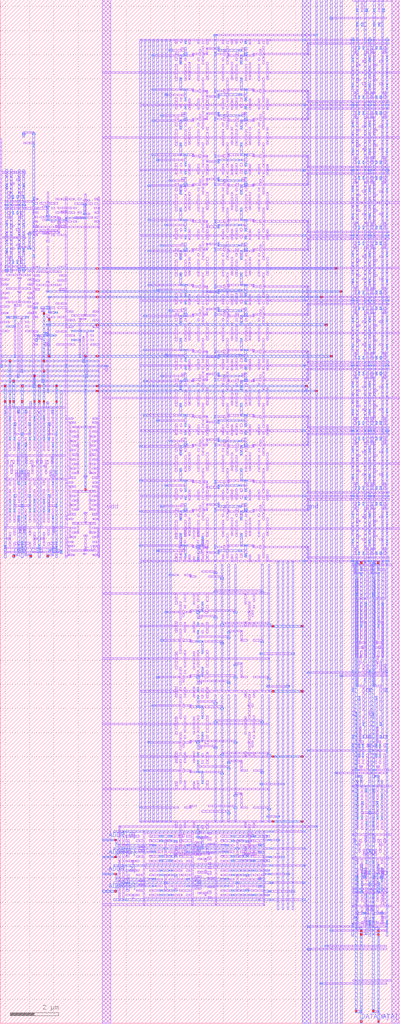
<source format=lef>
MACRO sram_2_16_1_freepdk45
    CLASS RING ;
    ORIGIN 4.22 0.0 ;
    FOREIGN  sram 0.0 0.0 ;
    SIZE 16.475 BY 42.27 ;
    SYMMETRY X Y R90 ;
    PIN vdd
        DIRECTION INOUT ;
        USE POWER ;
        SHAPE ABUTMENT ;
        PORT
        LAYER metal1 ;
        RECT  11.95 0.0 12.3 42.27 ;
        RECT  11.95 0.0 12.3 42.27 ;
        RECT  0.0 0.0 0.35 42.27 ;
        RECT  0.0 0.0 0.35 42.27 ;
        END
    END vdd
    PIN gnd
        DIRECTION INOUT ;
        USE GROUND ;
        SHAPE ABUTMENT ;
        PORT
        LAYER metal2 ;
        RECT  8.2525 0.0 8.6025 42.27 ;
        RECT  8.2525 0.0 8.6025 42.27 ;
        END
    END gnd
    PIN DATA[0]
        DIRECTION INOUT ;
        PORT
        LAYER metal2 ;
        RECT  10.6625 0.0 10.7325 0.14 ;
        RECT  10.6625 0.0 10.7325 0.14 ;
        RECT  10.6625 0.0 10.7325 0.135 ;
        END
    END DATA[0]
    PIN DATA[1]
        DIRECTION INOUT ;
        PORT
        LAYER metal2 ;
        RECT  11.3675 0.0 11.4375 0.14 ;
        RECT  11.3675 0.0 11.4375 0.14 ;
        RECT  11.3675 0.0 11.4375 0.135 ;
        END
    END DATA[1]
    PIN ADDR[0]
        DIRECTION INPUT ;
        PORT
        LAYER metal3 ;
        RECT  0.0 7.5325 0.48 7.6025 ;
        RECT  0.0 7.5325 0.48 7.6025 ;
        END
    END ADDR[0]
    PIN ADDR[1]
        DIRECTION INPUT ;
        PORT
        LAYER metal3 ;
        RECT  0.0 6.8275 0.48 6.8975 ;
        RECT  0.0 6.8275 0.48 6.8975 ;
        END
    END ADDR[1]
    PIN ADDR[2]
        DIRECTION INPUT ;
        PORT
        LAYER metal3 ;
        RECT  0.0 6.1225 0.48 6.1925 ;
        RECT  0.0 6.1225 0.48 6.1925 ;
        END
    END ADDR[2]
    PIN ADDR[3]
        DIRECTION INPUT ;
        PORT
        LAYER metal3 ;
        RECT  0.0 5.4175 0.48 5.4875 ;
        RECT  0.0 5.4175 0.48 5.4875 ;
        END
    END ADDR[3]
    PIN CSb
        DIRECTION INPUT ;
        PORT
        LAYER metal3 ;
        RECT  -2.9875 19.23 -2.9175 19.37 ;
        RECT  -2.9875 19.23 -2.9175 19.37 ;
        RECT  -2.9875 19.23 -2.9175 19.37 ;
        RECT  -2.9875 19.23 -2.9175 19.37 ;
        RECT  -2.9875 19.23 -2.9175 19.37 ;
        END
    END CSb
    PIN OEb
        DIRECTION INPUT ;
        PORT
        LAYER metal3 ;
        RECT  -3.6925 19.23 -3.6225 19.37 ;
        RECT  -3.6925 19.23 -3.6225 19.37 ;
        RECT  -3.6925 19.23 -3.6225 19.37 ;
        RECT  -3.6925 19.23 -3.6225 19.37 ;
        RECT  -3.6925 19.23 -3.6225 19.37 ;
        END
    END OEb
    PIN WEb
        DIRECTION INPUT ;
        PORT
        LAYER metal3 ;
        RECT  -2.2825 19.23 -2.2125 19.37 ;
        RECT  -2.2825 19.23 -2.2125 19.37 ;
        RECT  -2.2825 19.23 -2.2125 19.37 ;
        RECT  -2.2825 19.23 -2.2125 19.37 ;
        RECT  -2.2825 19.23 -2.2125 19.37 ;
        END
    END WEb
    PIN clk
        DIRECTION INPUT ;
        PORT
        LAYER metal1 ;
        RECT  -0.79 19.355 -0.655 19.42 ;
        RECT  -0.79 19.355 -0.655 19.42 ;
        RECT  -0.79 19.355 -0.655 19.42 ;
        RECT  -0.79 19.355 -0.655 19.42 ;
        END
    END clk
    OBS
        LAYER  metal1 ;
        RECT  0.1425 26.935 0.2075 27.14 ;
        RECT  -0.79 19.355 -0.655 19.42 ;
        RECT  11.95 0.0 12.3 42.27 ;
        RECT  0.0 0.0 0.35 42.27 ;
        RECT  4.3 19.64 4.365 19.705 ;
        RECT  4.3 19.4125 4.365 19.4775 ;
        RECT  4.23 19.64 4.3325 19.705 ;
        RECT  4.3 19.445 4.365 19.6725 ;
        RECT  4.3325 19.4125 4.435 19.4775 ;
        RECT  8.4575 19.64 8.5225 19.705 ;
        RECT  8.4575 19.1975 8.5225 19.2625 ;
        RECT  6.725 19.64 8.49 19.705 ;
        RECT  8.4575 19.23 8.5225 19.6725 ;
        RECT  8.49 19.1975 10.255 19.2625 ;
        RECT  4.3 21.165 4.365 21.23 ;
        RECT  4.3 21.3925 4.365 21.4575 ;
        RECT  4.23 21.165 4.3325 21.23 ;
        RECT  4.3 21.1975 4.365 21.425 ;
        RECT  4.3325 21.3925 4.435 21.4575 ;
        RECT  8.4575 21.165 8.5225 21.23 ;
        RECT  8.4575 21.6075 8.5225 21.6725 ;
        RECT  6.725 21.165 8.49 21.23 ;
        RECT  8.4575 21.1975 8.5225 21.64 ;
        RECT  8.49 21.6075 10.255 21.6725 ;
        RECT  4.3 22.33 4.365 22.395 ;
        RECT  4.3 22.1025 4.365 22.1675 ;
        RECT  4.23 22.33 4.3325 22.395 ;
        RECT  4.3 22.135 4.365 22.3625 ;
        RECT  4.3325 22.1025 4.435 22.1675 ;
        RECT  8.4575 22.33 8.5225 22.395 ;
        RECT  8.4575 21.8875 8.5225 21.9525 ;
        RECT  6.725 22.33 8.49 22.395 ;
        RECT  8.4575 21.92 8.5225 22.3625 ;
        RECT  8.49 21.8875 10.255 21.9525 ;
        RECT  4.3 23.855 4.365 23.92 ;
        RECT  4.3 24.0825 4.365 24.1475 ;
        RECT  4.23 23.855 4.3325 23.92 ;
        RECT  4.3 23.8875 4.365 24.115 ;
        RECT  4.3325 24.0825 4.435 24.1475 ;
        RECT  8.4575 23.855 8.5225 23.92 ;
        RECT  8.4575 24.2975 8.5225 24.3625 ;
        RECT  6.725 23.855 8.49 23.92 ;
        RECT  8.4575 23.8875 8.5225 24.33 ;
        RECT  8.49 24.2975 10.255 24.3625 ;
        RECT  4.3 25.02 4.365 25.085 ;
        RECT  4.3 24.7925 4.365 24.8575 ;
        RECT  4.23 25.02 4.3325 25.085 ;
        RECT  4.3 24.825 4.365 25.0525 ;
        RECT  4.3325 24.7925 4.435 24.8575 ;
        RECT  8.4575 25.02 8.5225 25.085 ;
        RECT  8.4575 24.5775 8.5225 24.6425 ;
        RECT  6.725 25.02 8.49 25.085 ;
        RECT  8.4575 24.61 8.5225 25.0525 ;
        RECT  8.49 24.5775 10.255 24.6425 ;
        RECT  4.3 26.545 4.365 26.61 ;
        RECT  4.3 26.7725 4.365 26.8375 ;
        RECT  4.23 26.545 4.3325 26.61 ;
        RECT  4.3 26.5775 4.365 26.805 ;
        RECT  4.3325 26.7725 4.435 26.8375 ;
        RECT  8.4575 26.545 8.5225 26.61 ;
        RECT  8.4575 26.9875 8.5225 27.0525 ;
        RECT  6.725 26.545 8.49 26.61 ;
        RECT  8.4575 26.5775 8.5225 27.02 ;
        RECT  8.49 26.9875 10.255 27.0525 ;
        RECT  4.3 27.71 4.365 27.775 ;
        RECT  4.3 27.4825 4.365 27.5475 ;
        RECT  4.23 27.71 4.3325 27.775 ;
        RECT  4.3 27.515 4.365 27.7425 ;
        RECT  4.3325 27.4825 4.435 27.5475 ;
        RECT  8.4575 27.71 8.5225 27.775 ;
        RECT  8.4575 27.2675 8.5225 27.3325 ;
        RECT  6.725 27.71 8.49 27.775 ;
        RECT  8.4575 27.3 8.5225 27.7425 ;
        RECT  8.49 27.2675 10.255 27.3325 ;
        RECT  4.3 29.235 4.365 29.3 ;
        RECT  4.3 29.4625 4.365 29.5275 ;
        RECT  4.23 29.235 4.3325 29.3 ;
        RECT  4.3 29.2675 4.365 29.495 ;
        RECT  4.3325 29.4625 4.435 29.5275 ;
        RECT  8.4575 29.235 8.5225 29.3 ;
        RECT  8.4575 29.6775 8.5225 29.7425 ;
        RECT  6.725 29.235 8.49 29.3 ;
        RECT  8.4575 29.2675 8.5225 29.71 ;
        RECT  8.49 29.6775 10.255 29.7425 ;
        RECT  4.3 30.4 4.365 30.465 ;
        RECT  4.3 30.1725 4.365 30.2375 ;
        RECT  4.23 30.4 4.3325 30.465 ;
        RECT  4.3 30.205 4.365 30.4325 ;
        RECT  4.3325 30.1725 4.435 30.2375 ;
        RECT  8.4575 30.4 8.5225 30.465 ;
        RECT  8.4575 29.9575 8.5225 30.0225 ;
        RECT  6.725 30.4 8.49 30.465 ;
        RECT  8.4575 29.99 8.5225 30.4325 ;
        RECT  8.49 29.9575 10.255 30.0225 ;
        RECT  4.3 31.925 4.365 31.99 ;
        RECT  4.3 32.1525 4.365 32.2175 ;
        RECT  4.23 31.925 4.3325 31.99 ;
        RECT  4.3 31.9575 4.365 32.185 ;
        RECT  4.3325 32.1525 4.435 32.2175 ;
        RECT  8.4575 31.925 8.5225 31.99 ;
        RECT  8.4575 32.3675 8.5225 32.4325 ;
        RECT  6.725 31.925 8.49 31.99 ;
        RECT  8.4575 31.9575 8.5225 32.4 ;
        RECT  8.49 32.3675 10.255 32.4325 ;
        RECT  4.3 33.09 4.365 33.155 ;
        RECT  4.3 32.8625 4.365 32.9275 ;
        RECT  4.23 33.09 4.3325 33.155 ;
        RECT  4.3 32.895 4.365 33.1225 ;
        RECT  4.3325 32.8625 4.435 32.9275 ;
        RECT  8.4575 33.09 8.5225 33.155 ;
        RECT  8.4575 32.6475 8.5225 32.7125 ;
        RECT  6.725 33.09 8.49 33.155 ;
        RECT  8.4575 32.68 8.5225 33.1225 ;
        RECT  8.49 32.6475 10.255 32.7125 ;
        RECT  4.3 34.615 4.365 34.68 ;
        RECT  4.3 34.8425 4.365 34.9075 ;
        RECT  4.23 34.615 4.3325 34.68 ;
        RECT  4.3 34.6475 4.365 34.875 ;
        RECT  4.3325 34.8425 4.435 34.9075 ;
        RECT  8.4575 34.615 8.5225 34.68 ;
        RECT  8.4575 35.0575 8.5225 35.1225 ;
        RECT  6.725 34.615 8.49 34.68 ;
        RECT  8.4575 34.6475 8.5225 35.09 ;
        RECT  8.49 35.0575 10.255 35.1225 ;
        RECT  4.3 35.78 4.365 35.845 ;
        RECT  4.3 35.5525 4.365 35.6175 ;
        RECT  4.23 35.78 4.3325 35.845 ;
        RECT  4.3 35.585 4.365 35.8125 ;
        RECT  4.3325 35.5525 4.435 35.6175 ;
        RECT  8.4575 35.78 8.5225 35.845 ;
        RECT  8.4575 35.3375 8.5225 35.4025 ;
        RECT  6.725 35.78 8.49 35.845 ;
        RECT  8.4575 35.37 8.5225 35.8125 ;
        RECT  8.49 35.3375 10.255 35.4025 ;
        RECT  4.3 37.305 4.365 37.37 ;
        RECT  4.3 37.5325 4.365 37.5975 ;
        RECT  4.23 37.305 4.3325 37.37 ;
        RECT  4.3 37.3375 4.365 37.565 ;
        RECT  4.3325 37.5325 4.435 37.5975 ;
        RECT  8.4575 37.305 8.5225 37.37 ;
        RECT  8.4575 37.7475 8.5225 37.8125 ;
        RECT  6.725 37.305 8.49 37.37 ;
        RECT  8.4575 37.3375 8.5225 37.78 ;
        RECT  8.49 37.7475 10.255 37.8125 ;
        RECT  4.3 38.47 4.365 38.535 ;
        RECT  4.3 38.2425 4.365 38.3075 ;
        RECT  4.23 38.47 4.3325 38.535 ;
        RECT  4.3 38.275 4.365 38.5025 ;
        RECT  4.3325 38.2425 4.435 38.3075 ;
        RECT  8.4575 38.47 8.5225 38.535 ;
        RECT  8.4575 38.0275 8.5225 38.0925 ;
        RECT  6.725 38.47 8.49 38.535 ;
        RECT  8.4575 38.06 8.5225 38.5025 ;
        RECT  8.49 38.0275 10.255 38.0925 ;
        RECT  4.3 39.995 4.365 40.06 ;
        RECT  4.3 40.2225 4.365 40.2875 ;
        RECT  4.23 39.995 4.3325 40.06 ;
        RECT  4.3 40.0275 4.365 40.255 ;
        RECT  4.3325 40.2225 4.435 40.2875 ;
        RECT  8.4575 39.995 8.5225 40.06 ;
        RECT  8.4575 40.4375 8.5225 40.5025 ;
        RECT  6.725 39.995 8.49 40.06 ;
        RECT  8.4575 40.0275 8.5225 40.47 ;
        RECT  8.49 40.4375 10.255 40.5025 ;
        RECT  4.89 19.0575 10.345 19.1225 ;
        RECT  4.89 21.7475 10.345 21.8125 ;
        RECT  4.89 24.4375 10.345 24.5025 ;
        RECT  4.89 27.1275 10.345 27.1925 ;
        RECT  4.89 29.8175 10.345 29.8825 ;
        RECT  4.89 32.5075 10.345 32.5725 ;
        RECT  4.89 35.1975 10.345 35.2625 ;
        RECT  4.89 37.8875 10.345 37.9525 ;
        RECT  4.89 40.5775 10.345 40.6425 ;
        RECT  0.0 20.4025 12.3 20.4675 ;
        RECT  0.0 23.0925 12.3 23.1575 ;
        RECT  0.0 25.7825 12.3 25.8475 ;
        RECT  0.0 28.4725 12.3 28.5375 ;
        RECT  0.0 31.1625 12.3 31.2275 ;
        RECT  0.0 33.8525 12.3 33.9175 ;
        RECT  0.0 36.5425 12.3 36.6075 ;
        RECT  0.0 39.2325 12.3 39.2975 ;
        RECT  6.92 8.5025 7.2625 8.5675 ;
        RECT  6.645 9.8475 7.4675 9.9125 ;
        RECT  6.92 13.8825 7.6725 13.9475 ;
        RECT  6.645 15.2275 7.8775 15.2925 ;
        RECT  6.92 8.2975 7.0575 8.3625 ;
        RECT  6.92 10.9875 7.0575 11.0525 ;
        RECT  6.92 13.6775 7.0575 13.7425 ;
        RECT  6.92 16.3675 7.0575 16.4325 ;
        RECT  0.0 9.6425 6.92 9.7075 ;
        RECT  0.0 12.3325 6.92 12.3975 ;
        RECT  0.0 15.0225 6.92 15.0875 ;
        RECT  0.0 17.7125 6.92 17.7775 ;
        RECT  6.92 7.535 7.2625 7.6 ;
        RECT  6.92 6.83 7.4675 6.895 ;
        RECT  6.92 6.125 7.6725 6.19 ;
        RECT  6.92 5.42 7.8775 5.485 ;
        RECT  6.92 7.8875 8.3875 7.9525 ;
        RECT  6.92 7.1825 8.3875 7.2475 ;
        RECT  6.92 6.4775 8.3875 6.5425 ;
        RECT  6.92 5.7725 8.3875 5.8375 ;
        RECT  6.92 5.0675 8.3875 5.1325 ;
        RECT  3.69 4.8625 3.755 4.9275 ;
        RECT  3.69 4.895 3.755 5.1 ;
        RECT  0.0 4.8625 3.7225 4.9275 ;
        RECT  6.65 4.8625 6.715 4.9275 ;
        RECT  6.65 4.895 6.715 5.1 ;
        RECT  0.0 4.8625 6.6825 4.9275 ;
        RECT  1.7 4.8625 1.765 4.9275 ;
        RECT  1.7 4.895 1.765 5.1 ;
        RECT  0.0 4.8625 1.7325 4.9275 ;
        RECT  4.66 4.8625 4.725 4.9275 ;
        RECT  4.66 4.895 4.725 5.1 ;
        RECT  0.0 4.8625 4.6925 4.9275 ;
        RECT  9.4575 3.795 10.345 3.86 ;
        RECT  9.0475 1.61 10.345 1.675 ;
        RECT  9.2525 3.1575 10.345 3.2225 ;
        RECT  9.4575 41.4775 10.345 41.5425 ;
        RECT  9.6625 10.2975 10.345 10.3625 ;
        RECT  9.8675 14.3225 10.345 14.3875 ;
        RECT  0.685 8.0925 0.75 8.1575 ;
        RECT  0.685 7.92 0.75 8.125 ;
        RECT  0.7175 8.0925 8.8425 8.1575 ;
        RECT  4.665 40.7825 8.9075 40.8475 ;
        RECT  10.345 42.205 11.95 42.27 ;
        RECT  10.345 18.895 11.95 18.96 ;
        RECT  10.345 10.4275 11.95 10.4925 ;
        RECT  10.345 6.8 11.95 6.865 ;
        RECT  10.345 9.76 11.95 9.825 ;
        RECT  10.345 4.81 11.95 4.875 ;
        RECT  10.345 7.77 11.95 7.835 ;
        RECT  10.345 1.74 11.95 1.805 ;
        RECT  8.6025 3.0275 10.345 3.0925 ;
        RECT  8.6025 14.4525 10.345 14.5175 ;
        RECT  8.6025 3.955 10.345 4.02 ;
        RECT  8.6025 11.23 10.345 11.295 ;
        RECT  11.95 0.0 12.3 42.27 ;
        RECT  0.0 0.0 0.35 42.27 ;
        RECT  10.255 24.5775 11.845 24.6425 ;
        RECT  10.255 19.1975 11.845 19.2625 ;
        RECT  10.255 21.8875 11.845 21.9525 ;
        RECT  10.255 40.4375 11.845 40.5025 ;
        RECT  10.255 29.9575 11.845 30.0225 ;
        RECT  10.255 27.2675 11.845 27.3325 ;
        RECT  10.255 37.7475 11.845 37.8125 ;
        RECT  10.255 35.0575 11.845 35.1225 ;
        RECT  10.255 24.2975 11.845 24.3625 ;
        RECT  10.255 26.9875 11.845 27.0525 ;
        RECT  10.255 21.6075 11.845 21.6725 ;
        RECT  10.255 38.0275 11.845 38.0925 ;
        RECT  10.255 32.6475 11.845 32.7125 ;
        RECT  10.255 32.3675 11.845 32.4325 ;
        RECT  10.255 20.4025 11.845 20.4675 ;
        RECT  10.255 23.0925 11.845 23.1575 ;
        RECT  10.255 25.7825 11.845 25.8475 ;
        RECT  10.255 28.4725 11.845 28.5375 ;
        RECT  10.255 31.1625 11.845 31.2275 ;
        RECT  10.255 33.8525 11.845 33.9175 ;
        RECT  10.255 36.5425 11.845 36.6075 ;
        RECT  10.255 39.2325 11.845 39.2975 ;
        RECT  10.255 19.0575 11.845 19.1225 ;
        RECT  10.255 21.7475 11.845 21.8125 ;
        RECT  10.255 24.4375 11.845 24.5025 ;
        RECT  10.255 27.1275 11.845 27.1925 ;
        RECT  10.255 29.8175 11.845 29.8825 ;
        RECT  10.255 32.5075 11.845 32.5725 ;
        RECT  10.255 35.1975 11.845 35.2625 ;
        RECT  10.255 37.8875 11.845 37.9525 ;
        RECT  10.255 40.5775 11.845 40.6425 ;
        RECT  10.255 35.3375 11.845 35.4025 ;
        RECT  10.255 29.6775 11.845 29.7425 ;
        RECT  11.015 20.2025 11.08 20.3375 ;
        RECT  10.83 20.2025 10.895 20.3375 ;
        RECT  10.315 20.2025 10.38 20.3375 ;
        RECT  10.5 20.2025 10.565 20.3375 ;
        RECT  10.83 19.7375 10.895 19.8725 ;
        RECT  11.015 19.7375 11.08 19.8725 ;
        RECT  10.5 19.7375 10.565 19.8725 ;
        RECT  10.315 19.7375 10.38 19.8725 ;
        RECT  10.935 19.3475 11.0 19.4825 ;
        RECT  10.75 19.3475 10.815 19.4825 ;
        RECT  10.58 19.3475 10.645 19.4825 ;
        RECT  10.395 19.3475 10.46 19.4825 ;
        RECT  11.0175 19.84 11.0825 19.975 ;
        RECT  11.0175 19.84 11.0825 19.975 ;
        RECT  11.0175 19.84 11.0825 19.975 ;
        RECT  11.0175 19.84 11.0825 19.975 ;
        RECT  11.0175 19.84 11.0825 19.975 ;
        RECT  11.0175 19.84 11.0825 19.975 ;
        RECT  10.625 20.4025 10.76 20.4675 ;
        RECT  10.2775 19.0575 10.4125 19.1225 ;
        RECT  10.9825 19.0575 11.1175 19.1225 ;
        RECT  10.6125 19.1975 10.7475 19.2625 ;
        RECT  11.0175 19.84 11.0825 19.975 ;
        RECT  11.0175 19.84 11.0825 19.975 ;
        RECT  11.0175 19.84 11.0825 19.975 ;
        RECT  11.0175 19.84 11.0825 19.975 ;
        RECT  10.5175 20.0875 10.6525 20.1525 ;
        RECT  10.5175 20.0875 10.6525 20.1525 ;
        RECT  10.7425 19.9375 10.8775 20.0025 ;
        RECT  10.7425 19.9375 10.8775 20.0025 ;
        RECT  11.0175 19.84 11.0825 19.975 ;
        RECT  11.0175 19.84 11.0825 19.975 ;
        RECT  11.0175 19.84 11.0825 19.975 ;
        RECT  11.0175 19.84 11.0825 19.975 ;
        RECT  10.5675 19.3475 10.6325 19.4825 ;
        RECT  10.3125 19.84 10.3775 19.975 ;
        RECT  10.3125 19.84 10.3775 19.975 ;
        RECT  10.3125 19.84 10.3775 19.975 ;
        RECT  10.3125 19.84 10.3775 19.975 ;
        RECT  10.3125 19.84 10.3775 19.975 ;
        RECT  10.3125 19.84 10.3775 19.975 ;
        RECT  11.0175 19.84 11.0825 19.975 ;
        RECT  11.0175 19.84 11.0825 19.975 ;
        RECT  11.0175 19.84 11.0825 19.975 ;
        RECT  11.0175 19.84 11.0825 19.975 ;
        RECT  10.7625 19.3475 10.8275 19.4825 ;
        RECT  10.63 19.0575 10.765 19.1225 ;
        RECT  10.63 19.0575 10.765 19.1225 ;
        RECT  10.9825 19.0575 11.1175 19.1225 ;
        RECT  10.625 20.4025 10.76 20.4675 ;
        RECT  10.9825 19.0575 11.1175 19.1225 ;
        RECT  10.9825 19.0575 11.1175 19.1225 ;
        RECT  11.0175 19.84 11.0825 19.975 ;
        RECT  11.0175 19.84 11.0825 19.975 ;
        RECT  11.0175 19.84 11.0825 19.975 ;
        RECT  11.0175 19.84 11.0825 19.975 ;
        RECT  11.0175 19.84 11.0825 19.975 ;
        RECT  11.0175 19.84 11.0825 19.975 ;
        RECT  10.2775 19.0575 10.4125 19.1225 ;
        RECT  10.6375 20.4025 10.7375 20.465 ;
        RECT  10.6375 20.405 10.7375 20.4675 ;
        RECT  10.965 19.2 11.0175 19.2625 ;
        RECT  10.6375 20.4025 10.7375 20.465 ;
        RECT  11.015 20.2025 11.085 20.4025 ;
        RECT  11.015 19.7375 11.085 19.8725 ;
        RECT  11.015 19.7375 11.085 19.8725 ;
        RECT  10.255 19.0575 11.14 19.1225 ;
        RECT  10.83 19.5725 11.005 19.6375 ;
        RECT  10.31 19.7375 10.38 19.8725 ;
        RECT  10.5 19.5725 10.565 20.3125 ;
        RECT  10.6375 20.405 10.7375 20.4675 ;
        RECT  10.26 19.2 10.3125 19.2625 ;
        RECT  11.015 19.7375 11.085 19.8725 ;
        RECT  10.255 20.4025 11.14 20.4675 ;
        RECT  10.83 19.5725 10.895 20.2025 ;
        RECT  11.015 19.7375 11.085 19.8725 ;
        RECT  11.015 19.7375 11.085 19.8725 ;
        RECT  10.395 19.3475 10.465 19.6375 ;
        RECT  10.31 19.7375 10.38 19.8725 ;
        RECT  10.255 19.1975 11.14 19.2625 ;
        RECT  11.015 19.7375 11.085 19.8725 ;
        RECT  11.015 20.2025 11.085 20.4025 ;
        RECT  10.31 20.2025 10.38 20.4025 ;
        RECT  10.935 19.3475 11.005 19.6375 ;
        RECT  10.395 19.5725 10.565 19.6375 ;
        RECT  10.255 19.1975 11.14 19.2625 ;
        RECT  10.255 19.0575 11.14 19.1225 ;
        RECT  10.255 20.4025 11.14 20.4675 ;
        RECT  11.015 20.5325 11.08 20.6675 ;
        RECT  10.83 20.5325 10.895 20.6675 ;
        RECT  10.315 20.5325 10.38 20.6675 ;
        RECT  10.5 20.5325 10.565 20.6675 ;
        RECT  10.83 20.9975 10.895 21.1325 ;
        RECT  11.015 20.9975 11.08 21.1325 ;
        RECT  10.5 20.9975 10.565 21.1325 ;
        RECT  10.315 20.9975 10.38 21.1325 ;
        RECT  10.935 21.3875 11.0 21.5225 ;
        RECT  10.75 21.3875 10.815 21.5225 ;
        RECT  10.58 21.3875 10.645 21.5225 ;
        RECT  10.395 21.3875 10.46 21.5225 ;
        RECT  11.0175 20.895 11.0825 21.03 ;
        RECT  11.0175 20.895 11.0825 21.03 ;
        RECT  11.0175 20.895 11.0825 21.03 ;
        RECT  11.0175 20.895 11.0825 21.03 ;
        RECT  11.0175 20.895 11.0825 21.03 ;
        RECT  11.0175 20.895 11.0825 21.03 ;
        RECT  10.625 20.4025 10.76 20.4675 ;
        RECT  10.2775 21.7475 10.4125 21.8125 ;
        RECT  10.9825 21.7475 11.1175 21.8125 ;
        RECT  10.6125 21.6075 10.7475 21.6725 ;
        RECT  11.0175 20.895 11.0825 21.03 ;
        RECT  11.0175 20.895 11.0825 21.03 ;
        RECT  11.0175 20.895 11.0825 21.03 ;
        RECT  11.0175 20.895 11.0825 21.03 ;
        RECT  10.5175 20.7175 10.6525 20.7825 ;
        RECT  10.5175 20.7175 10.6525 20.7825 ;
        RECT  10.7425 20.8675 10.8775 20.9325 ;
        RECT  10.7425 20.8675 10.8775 20.9325 ;
        RECT  11.0175 20.895 11.0825 21.03 ;
        RECT  11.0175 20.895 11.0825 21.03 ;
        RECT  11.0175 20.895 11.0825 21.03 ;
        RECT  11.0175 20.895 11.0825 21.03 ;
        RECT  10.5675 21.3875 10.6325 21.5225 ;
        RECT  10.3125 20.895 10.3775 21.03 ;
        RECT  10.3125 20.895 10.3775 21.03 ;
        RECT  10.3125 20.895 10.3775 21.03 ;
        RECT  10.3125 20.895 10.3775 21.03 ;
        RECT  10.3125 20.895 10.3775 21.03 ;
        RECT  10.3125 20.895 10.3775 21.03 ;
        RECT  11.0175 20.895 11.0825 21.03 ;
        RECT  11.0175 20.895 11.0825 21.03 ;
        RECT  11.0175 20.895 11.0825 21.03 ;
        RECT  11.0175 20.895 11.0825 21.03 ;
        RECT  10.7625 21.3875 10.8275 21.5225 ;
        RECT  10.63 21.7475 10.765 21.8125 ;
        RECT  10.63 21.7475 10.765 21.8125 ;
        RECT  10.9825 21.7475 11.1175 21.8125 ;
        RECT  10.625 20.4025 10.76 20.4675 ;
        RECT  10.9825 21.7475 11.1175 21.8125 ;
        RECT  10.9825 21.7475 11.1175 21.8125 ;
        RECT  11.0175 20.895 11.0825 21.03 ;
        RECT  11.0175 20.895 11.0825 21.03 ;
        RECT  11.0175 20.895 11.0825 21.03 ;
        RECT  11.0175 20.895 11.0825 21.03 ;
        RECT  11.0175 20.895 11.0825 21.03 ;
        RECT  11.0175 20.895 11.0825 21.03 ;
        RECT  10.2775 21.7475 10.4125 21.8125 ;
        RECT  10.6375 20.405 10.7375 20.4675 ;
        RECT  10.6375 20.4025 10.7375 20.465 ;
        RECT  10.965 21.6075 11.0175 21.67 ;
        RECT  10.6375 20.405 10.7375 20.4675 ;
        RECT  11.015 20.4675 11.085 20.6675 ;
        RECT  11.015 20.9975 11.085 21.1325 ;
        RECT  11.015 20.9975 11.085 21.1325 ;
        RECT  10.255 21.7475 11.14 21.8125 ;
        RECT  10.83 21.2325 11.005 21.2975 ;
        RECT  10.31 20.9975 10.38 21.1325 ;
        RECT  10.5 20.5575 10.565 21.2975 ;
        RECT  10.6375 20.4025 10.7375 20.465 ;
        RECT  10.26 21.6075 10.3125 21.67 ;
        RECT  11.015 20.9975 11.085 21.1325 ;
        RECT  10.255 20.4025 11.14 20.4675 ;
        RECT  10.83 20.6675 10.895 21.2975 ;
        RECT  11.015 20.9975 11.085 21.1325 ;
        RECT  11.015 20.9975 11.085 21.1325 ;
        RECT  10.395 21.2325 10.465 21.5225 ;
        RECT  10.31 20.9975 10.38 21.1325 ;
        RECT  10.255 21.6075 11.14 21.6725 ;
        RECT  11.015 20.9975 11.085 21.1325 ;
        RECT  11.015 20.4675 11.085 20.6675 ;
        RECT  10.31 20.4675 10.38 20.6675 ;
        RECT  10.935 21.2325 11.005 21.5225 ;
        RECT  10.395 21.2325 10.565 21.2975 ;
        RECT  10.255 21.6075 11.14 21.6725 ;
        RECT  10.255 21.7475 11.14 21.8125 ;
        RECT  10.255 20.4025 11.14 20.4675 ;
        RECT  11.015 22.8925 11.08 23.0275 ;
        RECT  10.83 22.8925 10.895 23.0275 ;
        RECT  10.315 22.8925 10.38 23.0275 ;
        RECT  10.5 22.8925 10.565 23.0275 ;
        RECT  10.83 22.4275 10.895 22.5625 ;
        RECT  11.015 22.4275 11.08 22.5625 ;
        RECT  10.5 22.4275 10.565 22.5625 ;
        RECT  10.315 22.4275 10.38 22.5625 ;
        RECT  10.935 22.0375 11.0 22.1725 ;
        RECT  10.75 22.0375 10.815 22.1725 ;
        RECT  10.58 22.0375 10.645 22.1725 ;
        RECT  10.395 22.0375 10.46 22.1725 ;
        RECT  11.0175 22.53 11.0825 22.665 ;
        RECT  11.0175 22.53 11.0825 22.665 ;
        RECT  11.0175 22.53 11.0825 22.665 ;
        RECT  11.0175 22.53 11.0825 22.665 ;
        RECT  11.0175 22.53 11.0825 22.665 ;
        RECT  11.0175 22.53 11.0825 22.665 ;
        RECT  10.625 23.0925 10.76 23.1575 ;
        RECT  10.2775 21.7475 10.4125 21.8125 ;
        RECT  10.9825 21.7475 11.1175 21.8125 ;
        RECT  10.6125 21.8875 10.7475 21.9525 ;
        RECT  11.0175 22.53 11.0825 22.665 ;
        RECT  11.0175 22.53 11.0825 22.665 ;
        RECT  11.0175 22.53 11.0825 22.665 ;
        RECT  11.0175 22.53 11.0825 22.665 ;
        RECT  10.5175 22.7775 10.6525 22.8425 ;
        RECT  10.5175 22.7775 10.6525 22.8425 ;
        RECT  10.7425 22.6275 10.8775 22.6925 ;
        RECT  10.7425 22.6275 10.8775 22.6925 ;
        RECT  11.0175 22.53 11.0825 22.665 ;
        RECT  11.0175 22.53 11.0825 22.665 ;
        RECT  11.0175 22.53 11.0825 22.665 ;
        RECT  11.0175 22.53 11.0825 22.665 ;
        RECT  10.5675 22.0375 10.6325 22.1725 ;
        RECT  10.3125 22.53 10.3775 22.665 ;
        RECT  10.3125 22.53 10.3775 22.665 ;
        RECT  10.3125 22.53 10.3775 22.665 ;
        RECT  10.3125 22.53 10.3775 22.665 ;
        RECT  10.3125 22.53 10.3775 22.665 ;
        RECT  10.3125 22.53 10.3775 22.665 ;
        RECT  11.0175 22.53 11.0825 22.665 ;
        RECT  11.0175 22.53 11.0825 22.665 ;
        RECT  11.0175 22.53 11.0825 22.665 ;
        RECT  11.0175 22.53 11.0825 22.665 ;
        RECT  10.7625 22.0375 10.8275 22.1725 ;
        RECT  10.63 21.7475 10.765 21.8125 ;
        RECT  10.63 21.7475 10.765 21.8125 ;
        RECT  10.9825 21.7475 11.1175 21.8125 ;
        RECT  10.625 23.0925 10.76 23.1575 ;
        RECT  10.9825 21.7475 11.1175 21.8125 ;
        RECT  10.9825 21.7475 11.1175 21.8125 ;
        RECT  11.0175 22.53 11.0825 22.665 ;
        RECT  11.0175 22.53 11.0825 22.665 ;
        RECT  11.0175 22.53 11.0825 22.665 ;
        RECT  11.0175 22.53 11.0825 22.665 ;
        RECT  11.0175 22.53 11.0825 22.665 ;
        RECT  11.0175 22.53 11.0825 22.665 ;
        RECT  10.2775 21.7475 10.4125 21.8125 ;
        RECT  10.6375 23.0925 10.7375 23.155 ;
        RECT  10.6375 23.095 10.7375 23.1575 ;
        RECT  10.965 21.89 11.0175 21.9525 ;
        RECT  10.6375 23.0925 10.7375 23.155 ;
        RECT  11.015 22.8925 11.085 23.0925 ;
        RECT  11.015 22.4275 11.085 22.5625 ;
        RECT  11.015 22.4275 11.085 22.5625 ;
        RECT  10.255 21.7475 11.14 21.8125 ;
        RECT  10.83 22.2625 11.005 22.3275 ;
        RECT  10.31 22.4275 10.38 22.5625 ;
        RECT  10.5 22.2625 10.565 23.0025 ;
        RECT  10.6375 23.095 10.7375 23.1575 ;
        RECT  10.26 21.89 10.3125 21.9525 ;
        RECT  11.015 22.4275 11.085 22.5625 ;
        RECT  10.255 23.0925 11.14 23.1575 ;
        RECT  10.83 22.2625 10.895 22.8925 ;
        RECT  11.015 22.4275 11.085 22.5625 ;
        RECT  11.015 22.4275 11.085 22.5625 ;
        RECT  10.395 22.0375 10.465 22.3275 ;
        RECT  10.31 22.4275 10.38 22.5625 ;
        RECT  10.255 21.8875 11.14 21.9525 ;
        RECT  11.015 22.4275 11.085 22.5625 ;
        RECT  11.015 22.8925 11.085 23.0925 ;
        RECT  10.31 22.8925 10.38 23.0925 ;
        RECT  10.935 22.0375 11.005 22.3275 ;
        RECT  10.395 22.2625 10.565 22.3275 ;
        RECT  10.255 21.8875 11.14 21.9525 ;
        RECT  10.255 21.7475 11.14 21.8125 ;
        RECT  10.255 23.0925 11.14 23.1575 ;
        RECT  11.015 23.2225 11.08 23.3575 ;
        RECT  10.83 23.2225 10.895 23.3575 ;
        RECT  10.315 23.2225 10.38 23.3575 ;
        RECT  10.5 23.2225 10.565 23.3575 ;
        RECT  10.83 23.6875 10.895 23.8225 ;
        RECT  11.015 23.6875 11.08 23.8225 ;
        RECT  10.5 23.6875 10.565 23.8225 ;
        RECT  10.315 23.6875 10.38 23.8225 ;
        RECT  10.935 24.0775 11.0 24.2125 ;
        RECT  10.75 24.0775 10.815 24.2125 ;
        RECT  10.58 24.0775 10.645 24.2125 ;
        RECT  10.395 24.0775 10.46 24.2125 ;
        RECT  11.0175 23.585 11.0825 23.72 ;
        RECT  11.0175 23.585 11.0825 23.72 ;
        RECT  11.0175 23.585 11.0825 23.72 ;
        RECT  11.0175 23.585 11.0825 23.72 ;
        RECT  11.0175 23.585 11.0825 23.72 ;
        RECT  11.0175 23.585 11.0825 23.72 ;
        RECT  10.625 23.0925 10.76 23.1575 ;
        RECT  10.2775 24.4375 10.4125 24.5025 ;
        RECT  10.9825 24.4375 11.1175 24.5025 ;
        RECT  10.6125 24.2975 10.7475 24.3625 ;
        RECT  11.0175 23.585 11.0825 23.72 ;
        RECT  11.0175 23.585 11.0825 23.72 ;
        RECT  11.0175 23.585 11.0825 23.72 ;
        RECT  11.0175 23.585 11.0825 23.72 ;
        RECT  10.5175 23.4075 10.6525 23.4725 ;
        RECT  10.5175 23.4075 10.6525 23.4725 ;
        RECT  10.7425 23.5575 10.8775 23.6225 ;
        RECT  10.7425 23.5575 10.8775 23.6225 ;
        RECT  11.0175 23.585 11.0825 23.72 ;
        RECT  11.0175 23.585 11.0825 23.72 ;
        RECT  11.0175 23.585 11.0825 23.72 ;
        RECT  11.0175 23.585 11.0825 23.72 ;
        RECT  10.5675 24.0775 10.6325 24.2125 ;
        RECT  10.3125 23.585 10.3775 23.72 ;
        RECT  10.3125 23.585 10.3775 23.72 ;
        RECT  10.3125 23.585 10.3775 23.72 ;
        RECT  10.3125 23.585 10.3775 23.72 ;
        RECT  10.3125 23.585 10.3775 23.72 ;
        RECT  10.3125 23.585 10.3775 23.72 ;
        RECT  11.0175 23.585 11.0825 23.72 ;
        RECT  11.0175 23.585 11.0825 23.72 ;
        RECT  11.0175 23.585 11.0825 23.72 ;
        RECT  11.0175 23.585 11.0825 23.72 ;
        RECT  10.7625 24.0775 10.8275 24.2125 ;
        RECT  10.63 24.4375 10.765 24.5025 ;
        RECT  10.63 24.4375 10.765 24.5025 ;
        RECT  10.9825 24.4375 11.1175 24.5025 ;
        RECT  10.625 23.0925 10.76 23.1575 ;
        RECT  10.9825 24.4375 11.1175 24.5025 ;
        RECT  10.9825 24.4375 11.1175 24.5025 ;
        RECT  11.0175 23.585 11.0825 23.72 ;
        RECT  11.0175 23.585 11.0825 23.72 ;
        RECT  11.0175 23.585 11.0825 23.72 ;
        RECT  11.0175 23.585 11.0825 23.72 ;
        RECT  11.0175 23.585 11.0825 23.72 ;
        RECT  11.0175 23.585 11.0825 23.72 ;
        RECT  10.2775 24.4375 10.4125 24.5025 ;
        RECT  10.6375 23.095 10.7375 23.1575 ;
        RECT  10.6375 23.0925 10.7375 23.155 ;
        RECT  10.965 24.2975 11.0175 24.36 ;
        RECT  10.6375 23.095 10.7375 23.1575 ;
        RECT  11.015 23.1575 11.085 23.3575 ;
        RECT  11.015 23.6875 11.085 23.8225 ;
        RECT  11.015 23.6875 11.085 23.8225 ;
        RECT  10.255 24.4375 11.14 24.5025 ;
        RECT  10.83 23.9225 11.005 23.9875 ;
        RECT  10.31 23.6875 10.38 23.8225 ;
        RECT  10.5 23.2475 10.565 23.9875 ;
        RECT  10.6375 23.0925 10.7375 23.155 ;
        RECT  10.26 24.2975 10.3125 24.36 ;
        RECT  11.015 23.6875 11.085 23.8225 ;
        RECT  10.255 23.0925 11.14 23.1575 ;
        RECT  10.83 23.3575 10.895 23.9875 ;
        RECT  11.015 23.6875 11.085 23.8225 ;
        RECT  11.015 23.6875 11.085 23.8225 ;
        RECT  10.395 23.9225 10.465 24.2125 ;
        RECT  10.31 23.6875 10.38 23.8225 ;
        RECT  10.255 24.2975 11.14 24.3625 ;
        RECT  11.015 23.6875 11.085 23.8225 ;
        RECT  11.015 23.1575 11.085 23.3575 ;
        RECT  10.31 23.1575 10.38 23.3575 ;
        RECT  10.935 23.9225 11.005 24.2125 ;
        RECT  10.395 23.9225 10.565 23.9875 ;
        RECT  10.255 24.2975 11.14 24.3625 ;
        RECT  10.255 24.4375 11.14 24.5025 ;
        RECT  10.255 23.0925 11.14 23.1575 ;
        RECT  11.015 25.5825 11.08 25.7175 ;
        RECT  10.83 25.5825 10.895 25.7175 ;
        RECT  10.315 25.5825 10.38 25.7175 ;
        RECT  10.5 25.5825 10.565 25.7175 ;
        RECT  10.83 25.1175 10.895 25.2525 ;
        RECT  11.015 25.1175 11.08 25.2525 ;
        RECT  10.5 25.1175 10.565 25.2525 ;
        RECT  10.315 25.1175 10.38 25.2525 ;
        RECT  10.935 24.7275 11.0 24.8625 ;
        RECT  10.75 24.7275 10.815 24.8625 ;
        RECT  10.58 24.7275 10.645 24.8625 ;
        RECT  10.395 24.7275 10.46 24.8625 ;
        RECT  11.0175 25.22 11.0825 25.355 ;
        RECT  11.0175 25.22 11.0825 25.355 ;
        RECT  11.0175 25.22 11.0825 25.355 ;
        RECT  11.0175 25.22 11.0825 25.355 ;
        RECT  11.0175 25.22 11.0825 25.355 ;
        RECT  11.0175 25.22 11.0825 25.355 ;
        RECT  10.625 25.7825 10.76 25.8475 ;
        RECT  10.2775 24.4375 10.4125 24.5025 ;
        RECT  10.9825 24.4375 11.1175 24.5025 ;
        RECT  10.6125 24.5775 10.7475 24.6425 ;
        RECT  11.0175 25.22 11.0825 25.355 ;
        RECT  11.0175 25.22 11.0825 25.355 ;
        RECT  11.0175 25.22 11.0825 25.355 ;
        RECT  11.0175 25.22 11.0825 25.355 ;
        RECT  10.5175 25.4675 10.6525 25.5325 ;
        RECT  10.5175 25.4675 10.6525 25.5325 ;
        RECT  10.7425 25.3175 10.8775 25.3825 ;
        RECT  10.7425 25.3175 10.8775 25.3825 ;
        RECT  11.0175 25.22 11.0825 25.355 ;
        RECT  11.0175 25.22 11.0825 25.355 ;
        RECT  11.0175 25.22 11.0825 25.355 ;
        RECT  11.0175 25.22 11.0825 25.355 ;
        RECT  10.5675 24.7275 10.6325 24.8625 ;
        RECT  10.3125 25.22 10.3775 25.355 ;
        RECT  10.3125 25.22 10.3775 25.355 ;
        RECT  10.3125 25.22 10.3775 25.355 ;
        RECT  10.3125 25.22 10.3775 25.355 ;
        RECT  10.3125 25.22 10.3775 25.355 ;
        RECT  10.3125 25.22 10.3775 25.355 ;
        RECT  11.0175 25.22 11.0825 25.355 ;
        RECT  11.0175 25.22 11.0825 25.355 ;
        RECT  11.0175 25.22 11.0825 25.355 ;
        RECT  11.0175 25.22 11.0825 25.355 ;
        RECT  10.7625 24.7275 10.8275 24.8625 ;
        RECT  10.63 24.4375 10.765 24.5025 ;
        RECT  10.63 24.4375 10.765 24.5025 ;
        RECT  10.9825 24.4375 11.1175 24.5025 ;
        RECT  10.625 25.7825 10.76 25.8475 ;
        RECT  10.9825 24.4375 11.1175 24.5025 ;
        RECT  10.9825 24.4375 11.1175 24.5025 ;
        RECT  11.0175 25.22 11.0825 25.355 ;
        RECT  11.0175 25.22 11.0825 25.355 ;
        RECT  11.0175 25.22 11.0825 25.355 ;
        RECT  11.0175 25.22 11.0825 25.355 ;
        RECT  11.0175 25.22 11.0825 25.355 ;
        RECT  11.0175 25.22 11.0825 25.355 ;
        RECT  10.2775 24.4375 10.4125 24.5025 ;
        RECT  10.6375 25.7825 10.7375 25.845 ;
        RECT  10.6375 25.785 10.7375 25.8475 ;
        RECT  10.965 24.58 11.0175 24.6425 ;
        RECT  10.6375 25.7825 10.7375 25.845 ;
        RECT  11.015 25.5825 11.085 25.7825 ;
        RECT  11.015 25.1175 11.085 25.2525 ;
        RECT  11.015 25.1175 11.085 25.2525 ;
        RECT  10.255 24.4375 11.14 24.5025 ;
        RECT  10.83 24.9525 11.005 25.0175 ;
        RECT  10.31 25.1175 10.38 25.2525 ;
        RECT  10.5 24.9525 10.565 25.6925 ;
        RECT  10.6375 25.785 10.7375 25.8475 ;
        RECT  10.26 24.58 10.3125 24.6425 ;
        RECT  11.015 25.1175 11.085 25.2525 ;
        RECT  10.255 25.7825 11.14 25.8475 ;
        RECT  10.83 24.9525 10.895 25.5825 ;
        RECT  11.015 25.1175 11.085 25.2525 ;
        RECT  11.015 25.1175 11.085 25.2525 ;
        RECT  10.395 24.7275 10.465 25.0175 ;
        RECT  10.31 25.1175 10.38 25.2525 ;
        RECT  10.255 24.5775 11.14 24.6425 ;
        RECT  11.015 25.1175 11.085 25.2525 ;
        RECT  11.015 25.5825 11.085 25.7825 ;
        RECT  10.31 25.5825 10.38 25.7825 ;
        RECT  10.935 24.7275 11.005 25.0175 ;
        RECT  10.395 24.9525 10.565 25.0175 ;
        RECT  10.255 24.5775 11.14 24.6425 ;
        RECT  10.255 24.4375 11.14 24.5025 ;
        RECT  10.255 25.7825 11.14 25.8475 ;
        RECT  11.015 25.9125 11.08 26.0475 ;
        RECT  10.83 25.9125 10.895 26.0475 ;
        RECT  10.315 25.9125 10.38 26.0475 ;
        RECT  10.5 25.9125 10.565 26.0475 ;
        RECT  10.83 26.3775 10.895 26.5125 ;
        RECT  11.015 26.3775 11.08 26.5125 ;
        RECT  10.5 26.3775 10.565 26.5125 ;
        RECT  10.315 26.3775 10.38 26.5125 ;
        RECT  10.935 26.7675 11.0 26.9025 ;
        RECT  10.75 26.7675 10.815 26.9025 ;
        RECT  10.58 26.7675 10.645 26.9025 ;
        RECT  10.395 26.7675 10.46 26.9025 ;
        RECT  11.0175 26.275 11.0825 26.41 ;
        RECT  11.0175 26.275 11.0825 26.41 ;
        RECT  11.0175 26.275 11.0825 26.41 ;
        RECT  11.0175 26.275 11.0825 26.41 ;
        RECT  11.0175 26.275 11.0825 26.41 ;
        RECT  11.0175 26.275 11.0825 26.41 ;
        RECT  10.625 25.7825 10.76 25.8475 ;
        RECT  10.2775 27.1275 10.4125 27.1925 ;
        RECT  10.9825 27.1275 11.1175 27.1925 ;
        RECT  10.6125 26.9875 10.7475 27.0525 ;
        RECT  11.0175 26.275 11.0825 26.41 ;
        RECT  11.0175 26.275 11.0825 26.41 ;
        RECT  11.0175 26.275 11.0825 26.41 ;
        RECT  11.0175 26.275 11.0825 26.41 ;
        RECT  10.5175 26.0975 10.6525 26.1625 ;
        RECT  10.5175 26.0975 10.6525 26.1625 ;
        RECT  10.7425 26.2475 10.8775 26.3125 ;
        RECT  10.7425 26.2475 10.8775 26.3125 ;
        RECT  11.0175 26.275 11.0825 26.41 ;
        RECT  11.0175 26.275 11.0825 26.41 ;
        RECT  11.0175 26.275 11.0825 26.41 ;
        RECT  11.0175 26.275 11.0825 26.41 ;
        RECT  10.5675 26.7675 10.6325 26.9025 ;
        RECT  10.3125 26.275 10.3775 26.41 ;
        RECT  10.3125 26.275 10.3775 26.41 ;
        RECT  10.3125 26.275 10.3775 26.41 ;
        RECT  10.3125 26.275 10.3775 26.41 ;
        RECT  10.3125 26.275 10.3775 26.41 ;
        RECT  10.3125 26.275 10.3775 26.41 ;
        RECT  11.0175 26.275 11.0825 26.41 ;
        RECT  11.0175 26.275 11.0825 26.41 ;
        RECT  11.0175 26.275 11.0825 26.41 ;
        RECT  11.0175 26.275 11.0825 26.41 ;
        RECT  10.7625 26.7675 10.8275 26.9025 ;
        RECT  10.63 27.1275 10.765 27.1925 ;
        RECT  10.63 27.1275 10.765 27.1925 ;
        RECT  10.9825 27.1275 11.1175 27.1925 ;
        RECT  10.625 25.7825 10.76 25.8475 ;
        RECT  10.9825 27.1275 11.1175 27.1925 ;
        RECT  10.9825 27.1275 11.1175 27.1925 ;
        RECT  11.0175 26.275 11.0825 26.41 ;
        RECT  11.0175 26.275 11.0825 26.41 ;
        RECT  11.0175 26.275 11.0825 26.41 ;
        RECT  11.0175 26.275 11.0825 26.41 ;
        RECT  11.0175 26.275 11.0825 26.41 ;
        RECT  11.0175 26.275 11.0825 26.41 ;
        RECT  10.2775 27.1275 10.4125 27.1925 ;
        RECT  10.6375 25.785 10.7375 25.8475 ;
        RECT  10.6375 25.7825 10.7375 25.845 ;
        RECT  10.965 26.9875 11.0175 27.05 ;
        RECT  10.6375 25.785 10.7375 25.8475 ;
        RECT  11.015 25.8475 11.085 26.0475 ;
        RECT  11.015 26.3775 11.085 26.5125 ;
        RECT  11.015 26.3775 11.085 26.5125 ;
        RECT  10.255 27.1275 11.14 27.1925 ;
        RECT  10.83 26.6125 11.005 26.6775 ;
        RECT  10.31 26.3775 10.38 26.5125 ;
        RECT  10.5 25.9375 10.565 26.6775 ;
        RECT  10.6375 25.7825 10.7375 25.845 ;
        RECT  10.26 26.9875 10.3125 27.05 ;
        RECT  11.015 26.3775 11.085 26.5125 ;
        RECT  10.255 25.7825 11.14 25.8475 ;
        RECT  10.83 26.0475 10.895 26.6775 ;
        RECT  11.015 26.3775 11.085 26.5125 ;
        RECT  11.015 26.3775 11.085 26.5125 ;
        RECT  10.395 26.6125 10.465 26.9025 ;
        RECT  10.31 26.3775 10.38 26.5125 ;
        RECT  10.255 26.9875 11.14 27.0525 ;
        RECT  11.015 26.3775 11.085 26.5125 ;
        RECT  11.015 25.8475 11.085 26.0475 ;
        RECT  10.31 25.8475 10.38 26.0475 ;
        RECT  10.935 26.6125 11.005 26.9025 ;
        RECT  10.395 26.6125 10.565 26.6775 ;
        RECT  10.255 26.9875 11.14 27.0525 ;
        RECT  10.255 27.1275 11.14 27.1925 ;
        RECT  10.255 25.7825 11.14 25.8475 ;
        RECT  11.015 28.2725 11.08 28.4075 ;
        RECT  10.83 28.2725 10.895 28.4075 ;
        RECT  10.315 28.2725 10.38 28.4075 ;
        RECT  10.5 28.2725 10.565 28.4075 ;
        RECT  10.83 27.8075 10.895 27.9425 ;
        RECT  11.015 27.8075 11.08 27.9425 ;
        RECT  10.5 27.8075 10.565 27.9425 ;
        RECT  10.315 27.8075 10.38 27.9425 ;
        RECT  10.935 27.4175 11.0 27.5525 ;
        RECT  10.75 27.4175 10.815 27.5525 ;
        RECT  10.58 27.4175 10.645 27.5525 ;
        RECT  10.395 27.4175 10.46 27.5525 ;
        RECT  11.0175 27.91 11.0825 28.045 ;
        RECT  11.0175 27.91 11.0825 28.045 ;
        RECT  11.0175 27.91 11.0825 28.045 ;
        RECT  11.0175 27.91 11.0825 28.045 ;
        RECT  11.0175 27.91 11.0825 28.045 ;
        RECT  11.0175 27.91 11.0825 28.045 ;
        RECT  10.625 28.4725 10.76 28.5375 ;
        RECT  10.2775 27.1275 10.4125 27.1925 ;
        RECT  10.9825 27.1275 11.1175 27.1925 ;
        RECT  10.6125 27.2675 10.7475 27.3325 ;
        RECT  11.0175 27.91 11.0825 28.045 ;
        RECT  11.0175 27.91 11.0825 28.045 ;
        RECT  11.0175 27.91 11.0825 28.045 ;
        RECT  11.0175 27.91 11.0825 28.045 ;
        RECT  10.5175 28.1575 10.6525 28.2225 ;
        RECT  10.5175 28.1575 10.6525 28.2225 ;
        RECT  10.7425 28.0075 10.8775 28.0725 ;
        RECT  10.7425 28.0075 10.8775 28.0725 ;
        RECT  11.0175 27.91 11.0825 28.045 ;
        RECT  11.0175 27.91 11.0825 28.045 ;
        RECT  11.0175 27.91 11.0825 28.045 ;
        RECT  11.0175 27.91 11.0825 28.045 ;
        RECT  10.5675 27.4175 10.6325 27.5525 ;
        RECT  10.3125 27.91 10.3775 28.045 ;
        RECT  10.3125 27.91 10.3775 28.045 ;
        RECT  10.3125 27.91 10.3775 28.045 ;
        RECT  10.3125 27.91 10.3775 28.045 ;
        RECT  10.3125 27.91 10.3775 28.045 ;
        RECT  10.3125 27.91 10.3775 28.045 ;
        RECT  11.0175 27.91 11.0825 28.045 ;
        RECT  11.0175 27.91 11.0825 28.045 ;
        RECT  11.0175 27.91 11.0825 28.045 ;
        RECT  11.0175 27.91 11.0825 28.045 ;
        RECT  10.7625 27.4175 10.8275 27.5525 ;
        RECT  10.63 27.1275 10.765 27.1925 ;
        RECT  10.63 27.1275 10.765 27.1925 ;
        RECT  10.9825 27.1275 11.1175 27.1925 ;
        RECT  10.625 28.4725 10.76 28.5375 ;
        RECT  10.9825 27.1275 11.1175 27.1925 ;
        RECT  10.9825 27.1275 11.1175 27.1925 ;
        RECT  11.0175 27.91 11.0825 28.045 ;
        RECT  11.0175 27.91 11.0825 28.045 ;
        RECT  11.0175 27.91 11.0825 28.045 ;
        RECT  11.0175 27.91 11.0825 28.045 ;
        RECT  11.0175 27.91 11.0825 28.045 ;
        RECT  11.0175 27.91 11.0825 28.045 ;
        RECT  10.2775 27.1275 10.4125 27.1925 ;
        RECT  10.6375 28.4725 10.7375 28.535 ;
        RECT  10.6375 28.475 10.7375 28.5375 ;
        RECT  10.965 27.27 11.0175 27.3325 ;
        RECT  10.6375 28.4725 10.7375 28.535 ;
        RECT  11.015 28.2725 11.085 28.4725 ;
        RECT  11.015 27.8075 11.085 27.9425 ;
        RECT  11.015 27.8075 11.085 27.9425 ;
        RECT  10.255 27.1275 11.14 27.1925 ;
        RECT  10.83 27.6425 11.005 27.7075 ;
        RECT  10.31 27.8075 10.38 27.9425 ;
        RECT  10.5 27.6425 10.565 28.3825 ;
        RECT  10.6375 28.475 10.7375 28.5375 ;
        RECT  10.26 27.27 10.3125 27.3325 ;
        RECT  11.015 27.8075 11.085 27.9425 ;
        RECT  10.255 28.4725 11.14 28.5375 ;
        RECT  10.83 27.6425 10.895 28.2725 ;
        RECT  11.015 27.8075 11.085 27.9425 ;
        RECT  11.015 27.8075 11.085 27.9425 ;
        RECT  10.395 27.4175 10.465 27.7075 ;
        RECT  10.31 27.8075 10.38 27.9425 ;
        RECT  10.255 27.2675 11.14 27.3325 ;
        RECT  11.015 27.8075 11.085 27.9425 ;
        RECT  11.015 28.2725 11.085 28.4725 ;
        RECT  10.31 28.2725 10.38 28.4725 ;
        RECT  10.935 27.4175 11.005 27.7075 ;
        RECT  10.395 27.6425 10.565 27.7075 ;
        RECT  10.255 27.2675 11.14 27.3325 ;
        RECT  10.255 27.1275 11.14 27.1925 ;
        RECT  10.255 28.4725 11.14 28.5375 ;
        RECT  11.015 28.6025 11.08 28.7375 ;
        RECT  10.83 28.6025 10.895 28.7375 ;
        RECT  10.315 28.6025 10.38 28.7375 ;
        RECT  10.5 28.6025 10.565 28.7375 ;
        RECT  10.83 29.0675 10.895 29.2025 ;
        RECT  11.015 29.0675 11.08 29.2025 ;
        RECT  10.5 29.0675 10.565 29.2025 ;
        RECT  10.315 29.0675 10.38 29.2025 ;
        RECT  10.935 29.4575 11.0 29.5925 ;
        RECT  10.75 29.4575 10.815 29.5925 ;
        RECT  10.58 29.4575 10.645 29.5925 ;
        RECT  10.395 29.4575 10.46 29.5925 ;
        RECT  11.0175 28.965 11.0825 29.1 ;
        RECT  11.0175 28.965 11.0825 29.1 ;
        RECT  11.0175 28.965 11.0825 29.1 ;
        RECT  11.0175 28.965 11.0825 29.1 ;
        RECT  11.0175 28.965 11.0825 29.1 ;
        RECT  11.0175 28.965 11.0825 29.1 ;
        RECT  10.625 28.4725 10.76 28.5375 ;
        RECT  10.2775 29.8175 10.4125 29.8825 ;
        RECT  10.9825 29.8175 11.1175 29.8825 ;
        RECT  10.6125 29.6775 10.7475 29.7425 ;
        RECT  11.0175 28.965 11.0825 29.1 ;
        RECT  11.0175 28.965 11.0825 29.1 ;
        RECT  11.0175 28.965 11.0825 29.1 ;
        RECT  11.0175 28.965 11.0825 29.1 ;
        RECT  10.5175 28.7875 10.6525 28.8525 ;
        RECT  10.5175 28.7875 10.6525 28.8525 ;
        RECT  10.7425 28.9375 10.8775 29.0025 ;
        RECT  10.7425 28.9375 10.8775 29.0025 ;
        RECT  11.0175 28.965 11.0825 29.1 ;
        RECT  11.0175 28.965 11.0825 29.1 ;
        RECT  11.0175 28.965 11.0825 29.1 ;
        RECT  11.0175 28.965 11.0825 29.1 ;
        RECT  10.5675 29.4575 10.6325 29.5925 ;
        RECT  10.3125 28.965 10.3775 29.1 ;
        RECT  10.3125 28.965 10.3775 29.1 ;
        RECT  10.3125 28.965 10.3775 29.1 ;
        RECT  10.3125 28.965 10.3775 29.1 ;
        RECT  10.3125 28.965 10.3775 29.1 ;
        RECT  10.3125 28.965 10.3775 29.1 ;
        RECT  11.0175 28.965 11.0825 29.1 ;
        RECT  11.0175 28.965 11.0825 29.1 ;
        RECT  11.0175 28.965 11.0825 29.1 ;
        RECT  11.0175 28.965 11.0825 29.1 ;
        RECT  10.7625 29.4575 10.8275 29.5925 ;
        RECT  10.63 29.8175 10.765 29.8825 ;
        RECT  10.63 29.8175 10.765 29.8825 ;
        RECT  10.9825 29.8175 11.1175 29.8825 ;
        RECT  10.625 28.4725 10.76 28.5375 ;
        RECT  10.9825 29.8175 11.1175 29.8825 ;
        RECT  10.9825 29.8175 11.1175 29.8825 ;
        RECT  11.0175 28.965 11.0825 29.1 ;
        RECT  11.0175 28.965 11.0825 29.1 ;
        RECT  11.0175 28.965 11.0825 29.1 ;
        RECT  11.0175 28.965 11.0825 29.1 ;
        RECT  11.0175 28.965 11.0825 29.1 ;
        RECT  11.0175 28.965 11.0825 29.1 ;
        RECT  10.2775 29.8175 10.4125 29.8825 ;
        RECT  10.6375 28.475 10.7375 28.5375 ;
        RECT  10.6375 28.4725 10.7375 28.535 ;
        RECT  10.965 29.6775 11.0175 29.74 ;
        RECT  10.6375 28.475 10.7375 28.5375 ;
        RECT  11.015 28.5375 11.085 28.7375 ;
        RECT  11.015 29.0675 11.085 29.2025 ;
        RECT  11.015 29.0675 11.085 29.2025 ;
        RECT  10.255 29.8175 11.14 29.8825 ;
        RECT  10.83 29.3025 11.005 29.3675 ;
        RECT  10.31 29.0675 10.38 29.2025 ;
        RECT  10.5 28.6275 10.565 29.3675 ;
        RECT  10.6375 28.4725 10.7375 28.535 ;
        RECT  10.26 29.6775 10.3125 29.74 ;
        RECT  11.015 29.0675 11.085 29.2025 ;
        RECT  10.255 28.4725 11.14 28.5375 ;
        RECT  10.83 28.7375 10.895 29.3675 ;
        RECT  11.015 29.0675 11.085 29.2025 ;
        RECT  11.015 29.0675 11.085 29.2025 ;
        RECT  10.395 29.3025 10.465 29.5925 ;
        RECT  10.31 29.0675 10.38 29.2025 ;
        RECT  10.255 29.6775 11.14 29.7425 ;
        RECT  11.015 29.0675 11.085 29.2025 ;
        RECT  11.015 28.5375 11.085 28.7375 ;
        RECT  10.31 28.5375 10.38 28.7375 ;
        RECT  10.935 29.3025 11.005 29.5925 ;
        RECT  10.395 29.3025 10.565 29.3675 ;
        RECT  10.255 29.6775 11.14 29.7425 ;
        RECT  10.255 29.8175 11.14 29.8825 ;
        RECT  10.255 28.4725 11.14 28.5375 ;
        RECT  11.015 30.9625 11.08 31.0975 ;
        RECT  10.83 30.9625 10.895 31.0975 ;
        RECT  10.315 30.9625 10.38 31.0975 ;
        RECT  10.5 30.9625 10.565 31.0975 ;
        RECT  10.83 30.4975 10.895 30.6325 ;
        RECT  11.015 30.4975 11.08 30.6325 ;
        RECT  10.5 30.4975 10.565 30.6325 ;
        RECT  10.315 30.4975 10.38 30.6325 ;
        RECT  10.935 30.1075 11.0 30.2425 ;
        RECT  10.75 30.1075 10.815 30.2425 ;
        RECT  10.58 30.1075 10.645 30.2425 ;
        RECT  10.395 30.1075 10.46 30.2425 ;
        RECT  11.0175 30.6 11.0825 30.735 ;
        RECT  11.0175 30.6 11.0825 30.735 ;
        RECT  11.0175 30.6 11.0825 30.735 ;
        RECT  11.0175 30.6 11.0825 30.735 ;
        RECT  11.0175 30.6 11.0825 30.735 ;
        RECT  11.0175 30.6 11.0825 30.735 ;
        RECT  10.625 31.1625 10.76 31.2275 ;
        RECT  10.2775 29.8175 10.4125 29.8825 ;
        RECT  10.9825 29.8175 11.1175 29.8825 ;
        RECT  10.6125 29.9575 10.7475 30.0225 ;
        RECT  11.0175 30.6 11.0825 30.735 ;
        RECT  11.0175 30.6 11.0825 30.735 ;
        RECT  11.0175 30.6 11.0825 30.735 ;
        RECT  11.0175 30.6 11.0825 30.735 ;
        RECT  10.5175 30.8475 10.6525 30.9125 ;
        RECT  10.5175 30.8475 10.6525 30.9125 ;
        RECT  10.7425 30.6975 10.8775 30.7625 ;
        RECT  10.7425 30.6975 10.8775 30.7625 ;
        RECT  11.0175 30.6 11.0825 30.735 ;
        RECT  11.0175 30.6 11.0825 30.735 ;
        RECT  11.0175 30.6 11.0825 30.735 ;
        RECT  11.0175 30.6 11.0825 30.735 ;
        RECT  10.5675 30.1075 10.6325 30.2425 ;
        RECT  10.3125 30.6 10.3775 30.735 ;
        RECT  10.3125 30.6 10.3775 30.735 ;
        RECT  10.3125 30.6 10.3775 30.735 ;
        RECT  10.3125 30.6 10.3775 30.735 ;
        RECT  10.3125 30.6 10.3775 30.735 ;
        RECT  10.3125 30.6 10.3775 30.735 ;
        RECT  11.0175 30.6 11.0825 30.735 ;
        RECT  11.0175 30.6 11.0825 30.735 ;
        RECT  11.0175 30.6 11.0825 30.735 ;
        RECT  11.0175 30.6 11.0825 30.735 ;
        RECT  10.7625 30.1075 10.8275 30.2425 ;
        RECT  10.63 29.8175 10.765 29.8825 ;
        RECT  10.63 29.8175 10.765 29.8825 ;
        RECT  10.9825 29.8175 11.1175 29.8825 ;
        RECT  10.625 31.1625 10.76 31.2275 ;
        RECT  10.9825 29.8175 11.1175 29.8825 ;
        RECT  10.9825 29.8175 11.1175 29.8825 ;
        RECT  11.0175 30.6 11.0825 30.735 ;
        RECT  11.0175 30.6 11.0825 30.735 ;
        RECT  11.0175 30.6 11.0825 30.735 ;
        RECT  11.0175 30.6 11.0825 30.735 ;
        RECT  11.0175 30.6 11.0825 30.735 ;
        RECT  11.0175 30.6 11.0825 30.735 ;
        RECT  10.2775 29.8175 10.4125 29.8825 ;
        RECT  10.6375 31.1625 10.7375 31.225 ;
        RECT  10.6375 31.165 10.7375 31.2275 ;
        RECT  10.965 29.96 11.0175 30.0225 ;
        RECT  10.6375 31.1625 10.7375 31.225 ;
        RECT  11.015 30.9625 11.085 31.1625 ;
        RECT  11.015 30.4975 11.085 30.6325 ;
        RECT  11.015 30.4975 11.085 30.6325 ;
        RECT  10.255 29.8175 11.14 29.8825 ;
        RECT  10.83 30.3325 11.005 30.3975 ;
        RECT  10.31 30.4975 10.38 30.6325 ;
        RECT  10.5 30.3325 10.565 31.0725 ;
        RECT  10.6375 31.165 10.7375 31.2275 ;
        RECT  10.26 29.96 10.3125 30.0225 ;
        RECT  11.015 30.4975 11.085 30.6325 ;
        RECT  10.255 31.1625 11.14 31.2275 ;
        RECT  10.83 30.3325 10.895 30.9625 ;
        RECT  11.015 30.4975 11.085 30.6325 ;
        RECT  11.015 30.4975 11.085 30.6325 ;
        RECT  10.395 30.1075 10.465 30.3975 ;
        RECT  10.31 30.4975 10.38 30.6325 ;
        RECT  10.255 29.9575 11.14 30.0225 ;
        RECT  11.015 30.4975 11.085 30.6325 ;
        RECT  11.015 30.9625 11.085 31.1625 ;
        RECT  10.31 30.9625 10.38 31.1625 ;
        RECT  10.935 30.1075 11.005 30.3975 ;
        RECT  10.395 30.3325 10.565 30.3975 ;
        RECT  10.255 29.9575 11.14 30.0225 ;
        RECT  10.255 29.8175 11.14 29.8825 ;
        RECT  10.255 31.1625 11.14 31.2275 ;
        RECT  11.015 31.2925 11.08 31.4275 ;
        RECT  10.83 31.2925 10.895 31.4275 ;
        RECT  10.315 31.2925 10.38 31.4275 ;
        RECT  10.5 31.2925 10.565 31.4275 ;
        RECT  10.83 31.7575 10.895 31.8925 ;
        RECT  11.015 31.7575 11.08 31.8925 ;
        RECT  10.5 31.7575 10.565 31.8925 ;
        RECT  10.315 31.7575 10.38 31.8925 ;
        RECT  10.935 32.1475 11.0 32.2825 ;
        RECT  10.75 32.1475 10.815 32.2825 ;
        RECT  10.58 32.1475 10.645 32.2825 ;
        RECT  10.395 32.1475 10.46 32.2825 ;
        RECT  11.0175 31.655 11.0825 31.79 ;
        RECT  11.0175 31.655 11.0825 31.79 ;
        RECT  11.0175 31.655 11.0825 31.79 ;
        RECT  11.0175 31.655 11.0825 31.79 ;
        RECT  11.0175 31.655 11.0825 31.79 ;
        RECT  11.0175 31.655 11.0825 31.79 ;
        RECT  10.625 31.1625 10.76 31.2275 ;
        RECT  10.2775 32.5075 10.4125 32.5725 ;
        RECT  10.9825 32.5075 11.1175 32.5725 ;
        RECT  10.6125 32.3675 10.7475 32.4325 ;
        RECT  11.0175 31.655 11.0825 31.79 ;
        RECT  11.0175 31.655 11.0825 31.79 ;
        RECT  11.0175 31.655 11.0825 31.79 ;
        RECT  11.0175 31.655 11.0825 31.79 ;
        RECT  10.5175 31.4775 10.6525 31.5425 ;
        RECT  10.5175 31.4775 10.6525 31.5425 ;
        RECT  10.7425 31.6275 10.8775 31.6925 ;
        RECT  10.7425 31.6275 10.8775 31.6925 ;
        RECT  11.0175 31.655 11.0825 31.79 ;
        RECT  11.0175 31.655 11.0825 31.79 ;
        RECT  11.0175 31.655 11.0825 31.79 ;
        RECT  11.0175 31.655 11.0825 31.79 ;
        RECT  10.5675 32.1475 10.6325 32.2825 ;
        RECT  10.3125 31.655 10.3775 31.79 ;
        RECT  10.3125 31.655 10.3775 31.79 ;
        RECT  10.3125 31.655 10.3775 31.79 ;
        RECT  10.3125 31.655 10.3775 31.79 ;
        RECT  10.3125 31.655 10.3775 31.79 ;
        RECT  10.3125 31.655 10.3775 31.79 ;
        RECT  11.0175 31.655 11.0825 31.79 ;
        RECT  11.0175 31.655 11.0825 31.79 ;
        RECT  11.0175 31.655 11.0825 31.79 ;
        RECT  11.0175 31.655 11.0825 31.79 ;
        RECT  10.7625 32.1475 10.8275 32.2825 ;
        RECT  10.63 32.5075 10.765 32.5725 ;
        RECT  10.63 32.5075 10.765 32.5725 ;
        RECT  10.9825 32.5075 11.1175 32.5725 ;
        RECT  10.625 31.1625 10.76 31.2275 ;
        RECT  10.9825 32.5075 11.1175 32.5725 ;
        RECT  10.9825 32.5075 11.1175 32.5725 ;
        RECT  11.0175 31.655 11.0825 31.79 ;
        RECT  11.0175 31.655 11.0825 31.79 ;
        RECT  11.0175 31.655 11.0825 31.79 ;
        RECT  11.0175 31.655 11.0825 31.79 ;
        RECT  11.0175 31.655 11.0825 31.79 ;
        RECT  11.0175 31.655 11.0825 31.79 ;
        RECT  10.2775 32.5075 10.4125 32.5725 ;
        RECT  10.6375 31.165 10.7375 31.2275 ;
        RECT  10.6375 31.1625 10.7375 31.225 ;
        RECT  10.965 32.3675 11.0175 32.43 ;
        RECT  10.6375 31.165 10.7375 31.2275 ;
        RECT  11.015 31.2275 11.085 31.4275 ;
        RECT  11.015 31.7575 11.085 31.8925 ;
        RECT  11.015 31.7575 11.085 31.8925 ;
        RECT  10.255 32.5075 11.14 32.5725 ;
        RECT  10.83 31.9925 11.005 32.0575 ;
        RECT  10.31 31.7575 10.38 31.8925 ;
        RECT  10.5 31.3175 10.565 32.0575 ;
        RECT  10.6375 31.1625 10.7375 31.225 ;
        RECT  10.26 32.3675 10.3125 32.43 ;
        RECT  11.015 31.7575 11.085 31.8925 ;
        RECT  10.255 31.1625 11.14 31.2275 ;
        RECT  10.83 31.4275 10.895 32.0575 ;
        RECT  11.015 31.7575 11.085 31.8925 ;
        RECT  11.015 31.7575 11.085 31.8925 ;
        RECT  10.395 31.9925 10.465 32.2825 ;
        RECT  10.31 31.7575 10.38 31.8925 ;
        RECT  10.255 32.3675 11.14 32.4325 ;
        RECT  11.015 31.7575 11.085 31.8925 ;
        RECT  11.015 31.2275 11.085 31.4275 ;
        RECT  10.31 31.2275 10.38 31.4275 ;
        RECT  10.935 31.9925 11.005 32.2825 ;
        RECT  10.395 31.9925 10.565 32.0575 ;
        RECT  10.255 32.3675 11.14 32.4325 ;
        RECT  10.255 32.5075 11.14 32.5725 ;
        RECT  10.255 31.1625 11.14 31.2275 ;
        RECT  11.015 33.6525 11.08 33.7875 ;
        RECT  10.83 33.6525 10.895 33.7875 ;
        RECT  10.315 33.6525 10.38 33.7875 ;
        RECT  10.5 33.6525 10.565 33.7875 ;
        RECT  10.83 33.1875 10.895 33.3225 ;
        RECT  11.015 33.1875 11.08 33.3225 ;
        RECT  10.5 33.1875 10.565 33.3225 ;
        RECT  10.315 33.1875 10.38 33.3225 ;
        RECT  10.935 32.7975 11.0 32.9325 ;
        RECT  10.75 32.7975 10.815 32.9325 ;
        RECT  10.58 32.7975 10.645 32.9325 ;
        RECT  10.395 32.7975 10.46 32.9325 ;
        RECT  11.0175 33.29 11.0825 33.425 ;
        RECT  11.0175 33.29 11.0825 33.425 ;
        RECT  11.0175 33.29 11.0825 33.425 ;
        RECT  11.0175 33.29 11.0825 33.425 ;
        RECT  11.0175 33.29 11.0825 33.425 ;
        RECT  11.0175 33.29 11.0825 33.425 ;
        RECT  10.625 33.8525 10.76 33.9175 ;
        RECT  10.2775 32.5075 10.4125 32.5725 ;
        RECT  10.9825 32.5075 11.1175 32.5725 ;
        RECT  10.6125 32.6475 10.7475 32.7125 ;
        RECT  11.0175 33.29 11.0825 33.425 ;
        RECT  11.0175 33.29 11.0825 33.425 ;
        RECT  11.0175 33.29 11.0825 33.425 ;
        RECT  11.0175 33.29 11.0825 33.425 ;
        RECT  10.5175 33.5375 10.6525 33.6025 ;
        RECT  10.5175 33.5375 10.6525 33.6025 ;
        RECT  10.7425 33.3875 10.8775 33.4525 ;
        RECT  10.7425 33.3875 10.8775 33.4525 ;
        RECT  11.0175 33.29 11.0825 33.425 ;
        RECT  11.0175 33.29 11.0825 33.425 ;
        RECT  11.0175 33.29 11.0825 33.425 ;
        RECT  11.0175 33.29 11.0825 33.425 ;
        RECT  10.5675 32.7975 10.6325 32.9325 ;
        RECT  10.3125 33.29 10.3775 33.425 ;
        RECT  10.3125 33.29 10.3775 33.425 ;
        RECT  10.3125 33.29 10.3775 33.425 ;
        RECT  10.3125 33.29 10.3775 33.425 ;
        RECT  10.3125 33.29 10.3775 33.425 ;
        RECT  10.3125 33.29 10.3775 33.425 ;
        RECT  11.0175 33.29 11.0825 33.425 ;
        RECT  11.0175 33.29 11.0825 33.425 ;
        RECT  11.0175 33.29 11.0825 33.425 ;
        RECT  11.0175 33.29 11.0825 33.425 ;
        RECT  10.7625 32.7975 10.8275 32.9325 ;
        RECT  10.63 32.5075 10.765 32.5725 ;
        RECT  10.63 32.5075 10.765 32.5725 ;
        RECT  10.9825 32.5075 11.1175 32.5725 ;
        RECT  10.625 33.8525 10.76 33.9175 ;
        RECT  10.9825 32.5075 11.1175 32.5725 ;
        RECT  10.9825 32.5075 11.1175 32.5725 ;
        RECT  11.0175 33.29 11.0825 33.425 ;
        RECT  11.0175 33.29 11.0825 33.425 ;
        RECT  11.0175 33.29 11.0825 33.425 ;
        RECT  11.0175 33.29 11.0825 33.425 ;
        RECT  11.0175 33.29 11.0825 33.425 ;
        RECT  11.0175 33.29 11.0825 33.425 ;
        RECT  10.2775 32.5075 10.4125 32.5725 ;
        RECT  10.6375 33.8525 10.7375 33.915 ;
        RECT  10.6375 33.855 10.7375 33.9175 ;
        RECT  10.965 32.65 11.0175 32.7125 ;
        RECT  10.6375 33.8525 10.7375 33.915 ;
        RECT  11.015 33.6525 11.085 33.8525 ;
        RECT  11.015 33.1875 11.085 33.3225 ;
        RECT  11.015 33.1875 11.085 33.3225 ;
        RECT  10.255 32.5075 11.14 32.5725 ;
        RECT  10.83 33.0225 11.005 33.0875 ;
        RECT  10.31 33.1875 10.38 33.3225 ;
        RECT  10.5 33.0225 10.565 33.7625 ;
        RECT  10.6375 33.855 10.7375 33.9175 ;
        RECT  10.26 32.65 10.3125 32.7125 ;
        RECT  11.015 33.1875 11.085 33.3225 ;
        RECT  10.255 33.8525 11.14 33.9175 ;
        RECT  10.83 33.0225 10.895 33.6525 ;
        RECT  11.015 33.1875 11.085 33.3225 ;
        RECT  11.015 33.1875 11.085 33.3225 ;
        RECT  10.395 32.7975 10.465 33.0875 ;
        RECT  10.31 33.1875 10.38 33.3225 ;
        RECT  10.255 32.6475 11.14 32.7125 ;
        RECT  11.015 33.1875 11.085 33.3225 ;
        RECT  11.015 33.6525 11.085 33.8525 ;
        RECT  10.31 33.6525 10.38 33.8525 ;
        RECT  10.935 32.7975 11.005 33.0875 ;
        RECT  10.395 33.0225 10.565 33.0875 ;
        RECT  10.255 32.6475 11.14 32.7125 ;
        RECT  10.255 32.5075 11.14 32.5725 ;
        RECT  10.255 33.8525 11.14 33.9175 ;
        RECT  11.015 33.9825 11.08 34.1175 ;
        RECT  10.83 33.9825 10.895 34.1175 ;
        RECT  10.315 33.9825 10.38 34.1175 ;
        RECT  10.5 33.9825 10.565 34.1175 ;
        RECT  10.83 34.4475 10.895 34.5825 ;
        RECT  11.015 34.4475 11.08 34.5825 ;
        RECT  10.5 34.4475 10.565 34.5825 ;
        RECT  10.315 34.4475 10.38 34.5825 ;
        RECT  10.935 34.8375 11.0 34.9725 ;
        RECT  10.75 34.8375 10.815 34.9725 ;
        RECT  10.58 34.8375 10.645 34.9725 ;
        RECT  10.395 34.8375 10.46 34.9725 ;
        RECT  11.0175 34.345 11.0825 34.48 ;
        RECT  11.0175 34.345 11.0825 34.48 ;
        RECT  11.0175 34.345 11.0825 34.48 ;
        RECT  11.0175 34.345 11.0825 34.48 ;
        RECT  11.0175 34.345 11.0825 34.48 ;
        RECT  11.0175 34.345 11.0825 34.48 ;
        RECT  10.625 33.8525 10.76 33.9175 ;
        RECT  10.2775 35.1975 10.4125 35.2625 ;
        RECT  10.9825 35.1975 11.1175 35.2625 ;
        RECT  10.6125 35.0575 10.7475 35.1225 ;
        RECT  11.0175 34.345 11.0825 34.48 ;
        RECT  11.0175 34.345 11.0825 34.48 ;
        RECT  11.0175 34.345 11.0825 34.48 ;
        RECT  11.0175 34.345 11.0825 34.48 ;
        RECT  10.5175 34.1675 10.6525 34.2325 ;
        RECT  10.5175 34.1675 10.6525 34.2325 ;
        RECT  10.7425 34.3175 10.8775 34.3825 ;
        RECT  10.7425 34.3175 10.8775 34.3825 ;
        RECT  11.0175 34.345 11.0825 34.48 ;
        RECT  11.0175 34.345 11.0825 34.48 ;
        RECT  11.0175 34.345 11.0825 34.48 ;
        RECT  11.0175 34.345 11.0825 34.48 ;
        RECT  10.5675 34.8375 10.6325 34.9725 ;
        RECT  10.3125 34.345 10.3775 34.48 ;
        RECT  10.3125 34.345 10.3775 34.48 ;
        RECT  10.3125 34.345 10.3775 34.48 ;
        RECT  10.3125 34.345 10.3775 34.48 ;
        RECT  10.3125 34.345 10.3775 34.48 ;
        RECT  10.3125 34.345 10.3775 34.48 ;
        RECT  11.0175 34.345 11.0825 34.48 ;
        RECT  11.0175 34.345 11.0825 34.48 ;
        RECT  11.0175 34.345 11.0825 34.48 ;
        RECT  11.0175 34.345 11.0825 34.48 ;
        RECT  10.7625 34.8375 10.8275 34.9725 ;
        RECT  10.63 35.1975 10.765 35.2625 ;
        RECT  10.63 35.1975 10.765 35.2625 ;
        RECT  10.9825 35.1975 11.1175 35.2625 ;
        RECT  10.625 33.8525 10.76 33.9175 ;
        RECT  10.9825 35.1975 11.1175 35.2625 ;
        RECT  10.9825 35.1975 11.1175 35.2625 ;
        RECT  11.0175 34.345 11.0825 34.48 ;
        RECT  11.0175 34.345 11.0825 34.48 ;
        RECT  11.0175 34.345 11.0825 34.48 ;
        RECT  11.0175 34.345 11.0825 34.48 ;
        RECT  11.0175 34.345 11.0825 34.48 ;
        RECT  11.0175 34.345 11.0825 34.48 ;
        RECT  10.2775 35.1975 10.4125 35.2625 ;
        RECT  10.6375 33.855 10.7375 33.9175 ;
        RECT  10.6375 33.8525 10.7375 33.915 ;
        RECT  10.965 35.0575 11.0175 35.12 ;
        RECT  10.6375 33.855 10.7375 33.9175 ;
        RECT  11.015 33.9175 11.085 34.1175 ;
        RECT  11.015 34.4475 11.085 34.5825 ;
        RECT  11.015 34.4475 11.085 34.5825 ;
        RECT  10.255 35.1975 11.14 35.2625 ;
        RECT  10.83 34.6825 11.005 34.7475 ;
        RECT  10.31 34.4475 10.38 34.5825 ;
        RECT  10.5 34.0075 10.565 34.7475 ;
        RECT  10.6375 33.8525 10.7375 33.915 ;
        RECT  10.26 35.0575 10.3125 35.12 ;
        RECT  11.015 34.4475 11.085 34.5825 ;
        RECT  10.255 33.8525 11.14 33.9175 ;
        RECT  10.83 34.1175 10.895 34.7475 ;
        RECT  11.015 34.4475 11.085 34.5825 ;
        RECT  11.015 34.4475 11.085 34.5825 ;
        RECT  10.395 34.6825 10.465 34.9725 ;
        RECT  10.31 34.4475 10.38 34.5825 ;
        RECT  10.255 35.0575 11.14 35.1225 ;
        RECT  11.015 34.4475 11.085 34.5825 ;
        RECT  11.015 33.9175 11.085 34.1175 ;
        RECT  10.31 33.9175 10.38 34.1175 ;
        RECT  10.935 34.6825 11.005 34.9725 ;
        RECT  10.395 34.6825 10.565 34.7475 ;
        RECT  10.255 35.0575 11.14 35.1225 ;
        RECT  10.255 35.1975 11.14 35.2625 ;
        RECT  10.255 33.8525 11.14 33.9175 ;
        RECT  11.015 36.3425 11.08 36.4775 ;
        RECT  10.83 36.3425 10.895 36.4775 ;
        RECT  10.315 36.3425 10.38 36.4775 ;
        RECT  10.5 36.3425 10.565 36.4775 ;
        RECT  10.83 35.8775 10.895 36.0125 ;
        RECT  11.015 35.8775 11.08 36.0125 ;
        RECT  10.5 35.8775 10.565 36.0125 ;
        RECT  10.315 35.8775 10.38 36.0125 ;
        RECT  10.935 35.4875 11.0 35.6225 ;
        RECT  10.75 35.4875 10.815 35.6225 ;
        RECT  10.58 35.4875 10.645 35.6225 ;
        RECT  10.395 35.4875 10.46 35.6225 ;
        RECT  11.0175 35.98 11.0825 36.115 ;
        RECT  11.0175 35.98 11.0825 36.115 ;
        RECT  11.0175 35.98 11.0825 36.115 ;
        RECT  11.0175 35.98 11.0825 36.115 ;
        RECT  11.0175 35.98 11.0825 36.115 ;
        RECT  11.0175 35.98 11.0825 36.115 ;
        RECT  10.625 36.5425 10.76 36.6075 ;
        RECT  10.2775 35.1975 10.4125 35.2625 ;
        RECT  10.9825 35.1975 11.1175 35.2625 ;
        RECT  10.6125 35.3375 10.7475 35.4025 ;
        RECT  11.0175 35.98 11.0825 36.115 ;
        RECT  11.0175 35.98 11.0825 36.115 ;
        RECT  11.0175 35.98 11.0825 36.115 ;
        RECT  11.0175 35.98 11.0825 36.115 ;
        RECT  10.5175 36.2275 10.6525 36.2925 ;
        RECT  10.5175 36.2275 10.6525 36.2925 ;
        RECT  10.7425 36.0775 10.8775 36.1425 ;
        RECT  10.7425 36.0775 10.8775 36.1425 ;
        RECT  11.0175 35.98 11.0825 36.115 ;
        RECT  11.0175 35.98 11.0825 36.115 ;
        RECT  11.0175 35.98 11.0825 36.115 ;
        RECT  11.0175 35.98 11.0825 36.115 ;
        RECT  10.5675 35.4875 10.6325 35.6225 ;
        RECT  10.3125 35.98 10.3775 36.115 ;
        RECT  10.3125 35.98 10.3775 36.115 ;
        RECT  10.3125 35.98 10.3775 36.115 ;
        RECT  10.3125 35.98 10.3775 36.115 ;
        RECT  10.3125 35.98 10.3775 36.115 ;
        RECT  10.3125 35.98 10.3775 36.115 ;
        RECT  11.0175 35.98 11.0825 36.115 ;
        RECT  11.0175 35.98 11.0825 36.115 ;
        RECT  11.0175 35.98 11.0825 36.115 ;
        RECT  11.0175 35.98 11.0825 36.115 ;
        RECT  10.7625 35.4875 10.8275 35.6225 ;
        RECT  10.63 35.1975 10.765 35.2625 ;
        RECT  10.63 35.1975 10.765 35.2625 ;
        RECT  10.9825 35.1975 11.1175 35.2625 ;
        RECT  10.625 36.5425 10.76 36.6075 ;
        RECT  10.9825 35.1975 11.1175 35.2625 ;
        RECT  10.9825 35.1975 11.1175 35.2625 ;
        RECT  11.0175 35.98 11.0825 36.115 ;
        RECT  11.0175 35.98 11.0825 36.115 ;
        RECT  11.0175 35.98 11.0825 36.115 ;
        RECT  11.0175 35.98 11.0825 36.115 ;
        RECT  11.0175 35.98 11.0825 36.115 ;
        RECT  11.0175 35.98 11.0825 36.115 ;
        RECT  10.2775 35.1975 10.4125 35.2625 ;
        RECT  10.6375 36.5425 10.7375 36.605 ;
        RECT  10.6375 36.545 10.7375 36.6075 ;
        RECT  10.965 35.34 11.0175 35.4025 ;
        RECT  10.6375 36.5425 10.7375 36.605 ;
        RECT  11.015 36.3425 11.085 36.5425 ;
        RECT  11.015 35.8775 11.085 36.0125 ;
        RECT  11.015 35.8775 11.085 36.0125 ;
        RECT  10.255 35.1975 11.14 35.2625 ;
        RECT  10.83 35.7125 11.005 35.7775 ;
        RECT  10.31 35.8775 10.38 36.0125 ;
        RECT  10.5 35.7125 10.565 36.4525 ;
        RECT  10.6375 36.545 10.7375 36.6075 ;
        RECT  10.26 35.34 10.3125 35.4025 ;
        RECT  11.015 35.8775 11.085 36.0125 ;
        RECT  10.255 36.5425 11.14 36.6075 ;
        RECT  10.83 35.7125 10.895 36.3425 ;
        RECT  11.015 35.8775 11.085 36.0125 ;
        RECT  11.015 35.8775 11.085 36.0125 ;
        RECT  10.395 35.4875 10.465 35.7775 ;
        RECT  10.31 35.8775 10.38 36.0125 ;
        RECT  10.255 35.3375 11.14 35.4025 ;
        RECT  11.015 35.8775 11.085 36.0125 ;
        RECT  11.015 36.3425 11.085 36.5425 ;
        RECT  10.31 36.3425 10.38 36.5425 ;
        RECT  10.935 35.4875 11.005 35.7775 ;
        RECT  10.395 35.7125 10.565 35.7775 ;
        RECT  10.255 35.3375 11.14 35.4025 ;
        RECT  10.255 35.1975 11.14 35.2625 ;
        RECT  10.255 36.5425 11.14 36.6075 ;
        RECT  11.015 36.6725 11.08 36.8075 ;
        RECT  10.83 36.6725 10.895 36.8075 ;
        RECT  10.315 36.6725 10.38 36.8075 ;
        RECT  10.5 36.6725 10.565 36.8075 ;
        RECT  10.83 37.1375 10.895 37.2725 ;
        RECT  11.015 37.1375 11.08 37.2725 ;
        RECT  10.5 37.1375 10.565 37.2725 ;
        RECT  10.315 37.1375 10.38 37.2725 ;
        RECT  10.935 37.5275 11.0 37.6625 ;
        RECT  10.75 37.5275 10.815 37.6625 ;
        RECT  10.58 37.5275 10.645 37.6625 ;
        RECT  10.395 37.5275 10.46 37.6625 ;
        RECT  11.0175 37.035 11.0825 37.17 ;
        RECT  11.0175 37.035 11.0825 37.17 ;
        RECT  11.0175 37.035 11.0825 37.17 ;
        RECT  11.0175 37.035 11.0825 37.17 ;
        RECT  11.0175 37.035 11.0825 37.17 ;
        RECT  11.0175 37.035 11.0825 37.17 ;
        RECT  10.625 36.5425 10.76 36.6075 ;
        RECT  10.2775 37.8875 10.4125 37.9525 ;
        RECT  10.9825 37.8875 11.1175 37.9525 ;
        RECT  10.6125 37.7475 10.7475 37.8125 ;
        RECT  11.0175 37.035 11.0825 37.17 ;
        RECT  11.0175 37.035 11.0825 37.17 ;
        RECT  11.0175 37.035 11.0825 37.17 ;
        RECT  11.0175 37.035 11.0825 37.17 ;
        RECT  10.5175 36.8575 10.6525 36.9225 ;
        RECT  10.5175 36.8575 10.6525 36.9225 ;
        RECT  10.7425 37.0075 10.8775 37.0725 ;
        RECT  10.7425 37.0075 10.8775 37.0725 ;
        RECT  11.0175 37.035 11.0825 37.17 ;
        RECT  11.0175 37.035 11.0825 37.17 ;
        RECT  11.0175 37.035 11.0825 37.17 ;
        RECT  11.0175 37.035 11.0825 37.17 ;
        RECT  10.5675 37.5275 10.6325 37.6625 ;
        RECT  10.3125 37.035 10.3775 37.17 ;
        RECT  10.3125 37.035 10.3775 37.17 ;
        RECT  10.3125 37.035 10.3775 37.17 ;
        RECT  10.3125 37.035 10.3775 37.17 ;
        RECT  10.3125 37.035 10.3775 37.17 ;
        RECT  10.3125 37.035 10.3775 37.17 ;
        RECT  11.0175 37.035 11.0825 37.17 ;
        RECT  11.0175 37.035 11.0825 37.17 ;
        RECT  11.0175 37.035 11.0825 37.17 ;
        RECT  11.0175 37.035 11.0825 37.17 ;
        RECT  10.7625 37.5275 10.8275 37.6625 ;
        RECT  10.63 37.8875 10.765 37.9525 ;
        RECT  10.63 37.8875 10.765 37.9525 ;
        RECT  10.9825 37.8875 11.1175 37.9525 ;
        RECT  10.625 36.5425 10.76 36.6075 ;
        RECT  10.9825 37.8875 11.1175 37.9525 ;
        RECT  10.9825 37.8875 11.1175 37.9525 ;
        RECT  11.0175 37.035 11.0825 37.17 ;
        RECT  11.0175 37.035 11.0825 37.17 ;
        RECT  11.0175 37.035 11.0825 37.17 ;
        RECT  11.0175 37.035 11.0825 37.17 ;
        RECT  11.0175 37.035 11.0825 37.17 ;
        RECT  11.0175 37.035 11.0825 37.17 ;
        RECT  10.2775 37.8875 10.4125 37.9525 ;
        RECT  10.6375 36.545 10.7375 36.6075 ;
        RECT  10.6375 36.5425 10.7375 36.605 ;
        RECT  10.965 37.7475 11.0175 37.81 ;
        RECT  10.6375 36.545 10.7375 36.6075 ;
        RECT  11.015 36.6075 11.085 36.8075 ;
        RECT  11.015 37.1375 11.085 37.2725 ;
        RECT  11.015 37.1375 11.085 37.2725 ;
        RECT  10.255 37.8875 11.14 37.9525 ;
        RECT  10.83 37.3725 11.005 37.4375 ;
        RECT  10.31 37.1375 10.38 37.2725 ;
        RECT  10.5 36.6975 10.565 37.4375 ;
        RECT  10.6375 36.5425 10.7375 36.605 ;
        RECT  10.26 37.7475 10.3125 37.81 ;
        RECT  11.015 37.1375 11.085 37.2725 ;
        RECT  10.255 36.5425 11.14 36.6075 ;
        RECT  10.83 36.8075 10.895 37.4375 ;
        RECT  11.015 37.1375 11.085 37.2725 ;
        RECT  11.015 37.1375 11.085 37.2725 ;
        RECT  10.395 37.3725 10.465 37.6625 ;
        RECT  10.31 37.1375 10.38 37.2725 ;
        RECT  10.255 37.7475 11.14 37.8125 ;
        RECT  11.015 37.1375 11.085 37.2725 ;
        RECT  11.015 36.6075 11.085 36.8075 ;
        RECT  10.31 36.6075 10.38 36.8075 ;
        RECT  10.935 37.3725 11.005 37.6625 ;
        RECT  10.395 37.3725 10.565 37.4375 ;
        RECT  10.255 37.7475 11.14 37.8125 ;
        RECT  10.255 37.8875 11.14 37.9525 ;
        RECT  10.255 36.5425 11.14 36.6075 ;
        RECT  11.015 39.0325 11.08 39.1675 ;
        RECT  10.83 39.0325 10.895 39.1675 ;
        RECT  10.315 39.0325 10.38 39.1675 ;
        RECT  10.5 39.0325 10.565 39.1675 ;
        RECT  10.83 38.5675 10.895 38.7025 ;
        RECT  11.015 38.5675 11.08 38.7025 ;
        RECT  10.5 38.5675 10.565 38.7025 ;
        RECT  10.315 38.5675 10.38 38.7025 ;
        RECT  10.935 38.1775 11.0 38.3125 ;
        RECT  10.75 38.1775 10.815 38.3125 ;
        RECT  10.58 38.1775 10.645 38.3125 ;
        RECT  10.395 38.1775 10.46 38.3125 ;
        RECT  11.0175 38.67 11.0825 38.805 ;
        RECT  11.0175 38.67 11.0825 38.805 ;
        RECT  11.0175 38.67 11.0825 38.805 ;
        RECT  11.0175 38.67 11.0825 38.805 ;
        RECT  11.0175 38.67 11.0825 38.805 ;
        RECT  11.0175 38.67 11.0825 38.805 ;
        RECT  10.625 39.2325 10.76 39.2975 ;
        RECT  10.2775 37.8875 10.4125 37.9525 ;
        RECT  10.9825 37.8875 11.1175 37.9525 ;
        RECT  10.6125 38.0275 10.7475 38.0925 ;
        RECT  11.0175 38.67 11.0825 38.805 ;
        RECT  11.0175 38.67 11.0825 38.805 ;
        RECT  11.0175 38.67 11.0825 38.805 ;
        RECT  11.0175 38.67 11.0825 38.805 ;
        RECT  10.5175 38.9175 10.6525 38.9825 ;
        RECT  10.5175 38.9175 10.6525 38.9825 ;
        RECT  10.7425 38.7675 10.8775 38.8325 ;
        RECT  10.7425 38.7675 10.8775 38.8325 ;
        RECT  11.0175 38.67 11.0825 38.805 ;
        RECT  11.0175 38.67 11.0825 38.805 ;
        RECT  11.0175 38.67 11.0825 38.805 ;
        RECT  11.0175 38.67 11.0825 38.805 ;
        RECT  10.5675 38.1775 10.6325 38.3125 ;
        RECT  10.3125 38.67 10.3775 38.805 ;
        RECT  10.3125 38.67 10.3775 38.805 ;
        RECT  10.3125 38.67 10.3775 38.805 ;
        RECT  10.3125 38.67 10.3775 38.805 ;
        RECT  10.3125 38.67 10.3775 38.805 ;
        RECT  10.3125 38.67 10.3775 38.805 ;
        RECT  11.0175 38.67 11.0825 38.805 ;
        RECT  11.0175 38.67 11.0825 38.805 ;
        RECT  11.0175 38.67 11.0825 38.805 ;
        RECT  11.0175 38.67 11.0825 38.805 ;
        RECT  10.7625 38.1775 10.8275 38.3125 ;
        RECT  10.63 37.8875 10.765 37.9525 ;
        RECT  10.63 37.8875 10.765 37.9525 ;
        RECT  10.9825 37.8875 11.1175 37.9525 ;
        RECT  10.625 39.2325 10.76 39.2975 ;
        RECT  10.9825 37.8875 11.1175 37.9525 ;
        RECT  10.9825 37.8875 11.1175 37.9525 ;
        RECT  11.0175 38.67 11.0825 38.805 ;
        RECT  11.0175 38.67 11.0825 38.805 ;
        RECT  11.0175 38.67 11.0825 38.805 ;
        RECT  11.0175 38.67 11.0825 38.805 ;
        RECT  11.0175 38.67 11.0825 38.805 ;
        RECT  11.0175 38.67 11.0825 38.805 ;
        RECT  10.2775 37.8875 10.4125 37.9525 ;
        RECT  10.6375 39.2325 10.7375 39.295 ;
        RECT  10.6375 39.235 10.7375 39.2975 ;
        RECT  10.965 38.03 11.0175 38.0925 ;
        RECT  10.6375 39.2325 10.7375 39.295 ;
        RECT  11.015 39.0325 11.085 39.2325 ;
        RECT  11.015 38.5675 11.085 38.7025 ;
        RECT  11.015 38.5675 11.085 38.7025 ;
        RECT  10.255 37.8875 11.14 37.9525 ;
        RECT  10.83 38.4025 11.005 38.4675 ;
        RECT  10.31 38.5675 10.38 38.7025 ;
        RECT  10.5 38.4025 10.565 39.1425 ;
        RECT  10.6375 39.235 10.7375 39.2975 ;
        RECT  10.26 38.03 10.3125 38.0925 ;
        RECT  11.015 38.5675 11.085 38.7025 ;
        RECT  10.255 39.2325 11.14 39.2975 ;
        RECT  10.83 38.4025 10.895 39.0325 ;
        RECT  11.015 38.5675 11.085 38.7025 ;
        RECT  11.015 38.5675 11.085 38.7025 ;
        RECT  10.395 38.1775 10.465 38.4675 ;
        RECT  10.31 38.5675 10.38 38.7025 ;
        RECT  10.255 38.0275 11.14 38.0925 ;
        RECT  11.015 38.5675 11.085 38.7025 ;
        RECT  11.015 39.0325 11.085 39.2325 ;
        RECT  10.31 39.0325 10.38 39.2325 ;
        RECT  10.935 38.1775 11.005 38.4675 ;
        RECT  10.395 38.4025 10.565 38.4675 ;
        RECT  10.255 38.0275 11.14 38.0925 ;
        RECT  10.255 37.8875 11.14 37.9525 ;
        RECT  10.255 39.2325 11.14 39.2975 ;
        RECT  11.015 39.3625 11.08 39.4975 ;
        RECT  10.83 39.3625 10.895 39.4975 ;
        RECT  10.315 39.3625 10.38 39.4975 ;
        RECT  10.5 39.3625 10.565 39.4975 ;
        RECT  10.83 39.8275 10.895 39.9625 ;
        RECT  11.015 39.8275 11.08 39.9625 ;
        RECT  10.5 39.8275 10.565 39.9625 ;
        RECT  10.315 39.8275 10.38 39.9625 ;
        RECT  10.935 40.2175 11.0 40.3525 ;
        RECT  10.75 40.2175 10.815 40.3525 ;
        RECT  10.58 40.2175 10.645 40.3525 ;
        RECT  10.395 40.2175 10.46 40.3525 ;
        RECT  11.0175 39.725 11.0825 39.86 ;
        RECT  11.0175 39.725 11.0825 39.86 ;
        RECT  11.0175 39.725 11.0825 39.86 ;
        RECT  11.0175 39.725 11.0825 39.86 ;
        RECT  11.0175 39.725 11.0825 39.86 ;
        RECT  11.0175 39.725 11.0825 39.86 ;
        RECT  10.625 39.2325 10.76 39.2975 ;
        RECT  10.2775 40.5775 10.4125 40.6425 ;
        RECT  10.9825 40.5775 11.1175 40.6425 ;
        RECT  10.6125 40.4375 10.7475 40.5025 ;
        RECT  11.0175 39.725 11.0825 39.86 ;
        RECT  11.0175 39.725 11.0825 39.86 ;
        RECT  11.0175 39.725 11.0825 39.86 ;
        RECT  11.0175 39.725 11.0825 39.86 ;
        RECT  10.5175 39.5475 10.6525 39.6125 ;
        RECT  10.5175 39.5475 10.6525 39.6125 ;
        RECT  10.7425 39.6975 10.8775 39.7625 ;
        RECT  10.7425 39.6975 10.8775 39.7625 ;
        RECT  11.0175 39.725 11.0825 39.86 ;
        RECT  11.0175 39.725 11.0825 39.86 ;
        RECT  11.0175 39.725 11.0825 39.86 ;
        RECT  11.0175 39.725 11.0825 39.86 ;
        RECT  10.5675 40.2175 10.6325 40.3525 ;
        RECT  10.3125 39.725 10.3775 39.86 ;
        RECT  10.3125 39.725 10.3775 39.86 ;
        RECT  10.3125 39.725 10.3775 39.86 ;
        RECT  10.3125 39.725 10.3775 39.86 ;
        RECT  10.3125 39.725 10.3775 39.86 ;
        RECT  10.3125 39.725 10.3775 39.86 ;
        RECT  11.0175 39.725 11.0825 39.86 ;
        RECT  11.0175 39.725 11.0825 39.86 ;
        RECT  11.0175 39.725 11.0825 39.86 ;
        RECT  11.0175 39.725 11.0825 39.86 ;
        RECT  10.7625 40.2175 10.8275 40.3525 ;
        RECT  10.63 40.5775 10.765 40.6425 ;
        RECT  10.63 40.5775 10.765 40.6425 ;
        RECT  10.9825 40.5775 11.1175 40.6425 ;
        RECT  10.625 39.2325 10.76 39.2975 ;
        RECT  10.9825 40.5775 11.1175 40.6425 ;
        RECT  10.9825 40.5775 11.1175 40.6425 ;
        RECT  11.0175 39.725 11.0825 39.86 ;
        RECT  11.0175 39.725 11.0825 39.86 ;
        RECT  11.0175 39.725 11.0825 39.86 ;
        RECT  11.0175 39.725 11.0825 39.86 ;
        RECT  11.0175 39.725 11.0825 39.86 ;
        RECT  11.0175 39.725 11.0825 39.86 ;
        RECT  10.2775 40.5775 10.4125 40.6425 ;
        RECT  10.6375 39.235 10.7375 39.2975 ;
        RECT  10.6375 39.2325 10.7375 39.295 ;
        RECT  10.965 40.4375 11.0175 40.5 ;
        RECT  10.6375 39.235 10.7375 39.2975 ;
        RECT  11.015 39.2975 11.085 39.4975 ;
        RECT  11.015 39.8275 11.085 39.9625 ;
        RECT  11.015 39.8275 11.085 39.9625 ;
        RECT  10.255 40.5775 11.14 40.6425 ;
        RECT  10.83 40.0625 11.005 40.1275 ;
        RECT  10.31 39.8275 10.38 39.9625 ;
        RECT  10.5 39.3875 10.565 40.1275 ;
        RECT  10.6375 39.2325 10.7375 39.295 ;
        RECT  10.26 40.4375 10.3125 40.5 ;
        RECT  11.015 39.8275 11.085 39.9625 ;
        RECT  10.255 39.2325 11.14 39.2975 ;
        RECT  10.83 39.4975 10.895 40.1275 ;
        RECT  11.015 39.8275 11.085 39.9625 ;
        RECT  11.015 39.8275 11.085 39.9625 ;
        RECT  10.395 40.0625 10.465 40.3525 ;
        RECT  10.31 39.8275 10.38 39.9625 ;
        RECT  10.255 40.4375 11.14 40.5025 ;
        RECT  11.015 39.8275 11.085 39.9625 ;
        RECT  11.015 39.2975 11.085 39.4975 ;
        RECT  10.31 39.2975 10.38 39.4975 ;
        RECT  10.935 40.0625 11.005 40.3525 ;
        RECT  10.395 40.0625 10.565 40.1275 ;
        RECT  10.255 40.4375 11.14 40.5025 ;
        RECT  10.255 40.5775 11.14 40.6425 ;
        RECT  10.255 39.2325 11.14 39.2975 ;
        RECT  11.72 20.2025 11.785 20.3375 ;
        RECT  11.535 20.2025 11.6 20.3375 ;
        RECT  11.02 20.2025 11.085 20.3375 ;
        RECT  11.205 20.2025 11.27 20.3375 ;
        RECT  11.535 19.7375 11.6 19.8725 ;
        RECT  11.72 19.7375 11.785 19.8725 ;
        RECT  11.205 19.7375 11.27 19.8725 ;
        RECT  11.02 19.7375 11.085 19.8725 ;
        RECT  11.64 19.3475 11.705 19.4825 ;
        RECT  11.455 19.3475 11.52 19.4825 ;
        RECT  11.285 19.3475 11.35 19.4825 ;
        RECT  11.1 19.3475 11.165 19.4825 ;
        RECT  11.7225 19.84 11.7875 19.975 ;
        RECT  11.7225 19.84 11.7875 19.975 ;
        RECT  11.7225 19.84 11.7875 19.975 ;
        RECT  11.7225 19.84 11.7875 19.975 ;
        RECT  11.7225 19.84 11.7875 19.975 ;
        RECT  11.7225 19.84 11.7875 19.975 ;
        RECT  11.33 20.4025 11.465 20.4675 ;
        RECT  10.9825 19.0575 11.1175 19.1225 ;
        RECT  11.6875 19.0575 11.8225 19.1225 ;
        RECT  11.3175 19.1975 11.4525 19.2625 ;
        RECT  11.7225 19.84 11.7875 19.975 ;
        RECT  11.7225 19.84 11.7875 19.975 ;
        RECT  11.7225 19.84 11.7875 19.975 ;
        RECT  11.7225 19.84 11.7875 19.975 ;
        RECT  11.2225 20.0875 11.3575 20.1525 ;
        RECT  11.2225 20.0875 11.3575 20.1525 ;
        RECT  11.4475 19.9375 11.5825 20.0025 ;
        RECT  11.4475 19.9375 11.5825 20.0025 ;
        RECT  11.7225 19.84 11.7875 19.975 ;
        RECT  11.7225 19.84 11.7875 19.975 ;
        RECT  11.7225 19.84 11.7875 19.975 ;
        RECT  11.7225 19.84 11.7875 19.975 ;
        RECT  11.2725 19.3475 11.3375 19.4825 ;
        RECT  11.0175 19.84 11.0825 19.975 ;
        RECT  11.0175 19.84 11.0825 19.975 ;
        RECT  11.0175 19.84 11.0825 19.975 ;
        RECT  11.0175 19.84 11.0825 19.975 ;
        RECT  11.0175 19.84 11.0825 19.975 ;
        RECT  11.0175 19.84 11.0825 19.975 ;
        RECT  11.7225 19.84 11.7875 19.975 ;
        RECT  11.7225 19.84 11.7875 19.975 ;
        RECT  11.7225 19.84 11.7875 19.975 ;
        RECT  11.7225 19.84 11.7875 19.975 ;
        RECT  11.4675 19.3475 11.5325 19.4825 ;
        RECT  11.335 19.0575 11.47 19.1225 ;
        RECT  11.335 19.0575 11.47 19.1225 ;
        RECT  11.6875 19.0575 11.8225 19.1225 ;
        RECT  11.33 20.4025 11.465 20.4675 ;
        RECT  11.6875 19.0575 11.8225 19.1225 ;
        RECT  11.6875 19.0575 11.8225 19.1225 ;
        RECT  11.7225 19.84 11.7875 19.975 ;
        RECT  11.7225 19.84 11.7875 19.975 ;
        RECT  11.7225 19.84 11.7875 19.975 ;
        RECT  11.7225 19.84 11.7875 19.975 ;
        RECT  11.7225 19.84 11.7875 19.975 ;
        RECT  11.7225 19.84 11.7875 19.975 ;
        RECT  10.9825 19.0575 11.1175 19.1225 ;
        RECT  11.3425 20.4025 11.4425 20.465 ;
        RECT  11.3425 20.405 11.4425 20.4675 ;
        RECT  11.67 19.2 11.7225 19.2625 ;
        RECT  11.3425 20.4025 11.4425 20.465 ;
        RECT  11.72 20.2025 11.79 20.4025 ;
        RECT  11.72 19.7375 11.79 19.8725 ;
        RECT  11.72 19.7375 11.79 19.8725 ;
        RECT  10.96 19.0575 11.845 19.1225 ;
        RECT  11.535 19.5725 11.71 19.6375 ;
        RECT  11.015 19.7375 11.085 19.8725 ;
        RECT  11.205 19.5725 11.27 20.3125 ;
        RECT  11.3425 20.405 11.4425 20.4675 ;
        RECT  10.965 19.2 11.0175 19.2625 ;
        RECT  11.72 19.7375 11.79 19.8725 ;
        RECT  10.96 20.4025 11.845 20.4675 ;
        RECT  11.535 19.5725 11.6 20.2025 ;
        RECT  11.72 19.7375 11.79 19.8725 ;
        RECT  11.72 19.7375 11.79 19.8725 ;
        RECT  11.1 19.3475 11.17 19.6375 ;
        RECT  11.015 19.7375 11.085 19.8725 ;
        RECT  10.96 19.1975 11.845 19.2625 ;
        RECT  11.72 19.7375 11.79 19.8725 ;
        RECT  11.72 20.2025 11.79 20.4025 ;
        RECT  11.015 20.2025 11.085 20.4025 ;
        RECT  11.64 19.3475 11.71 19.6375 ;
        RECT  11.1 19.5725 11.27 19.6375 ;
        RECT  10.96 19.1975 11.845 19.2625 ;
        RECT  10.96 19.0575 11.845 19.1225 ;
        RECT  10.96 20.4025 11.845 20.4675 ;
        RECT  11.72 20.5325 11.785 20.6675 ;
        RECT  11.535 20.5325 11.6 20.6675 ;
        RECT  11.02 20.5325 11.085 20.6675 ;
        RECT  11.205 20.5325 11.27 20.6675 ;
        RECT  11.535 20.9975 11.6 21.1325 ;
        RECT  11.72 20.9975 11.785 21.1325 ;
        RECT  11.205 20.9975 11.27 21.1325 ;
        RECT  11.02 20.9975 11.085 21.1325 ;
        RECT  11.64 21.3875 11.705 21.5225 ;
        RECT  11.455 21.3875 11.52 21.5225 ;
        RECT  11.285 21.3875 11.35 21.5225 ;
        RECT  11.1 21.3875 11.165 21.5225 ;
        RECT  11.7225 20.895 11.7875 21.03 ;
        RECT  11.7225 20.895 11.7875 21.03 ;
        RECT  11.7225 20.895 11.7875 21.03 ;
        RECT  11.7225 20.895 11.7875 21.03 ;
        RECT  11.7225 20.895 11.7875 21.03 ;
        RECT  11.7225 20.895 11.7875 21.03 ;
        RECT  11.33 20.4025 11.465 20.4675 ;
        RECT  10.9825 21.7475 11.1175 21.8125 ;
        RECT  11.6875 21.7475 11.8225 21.8125 ;
        RECT  11.3175 21.6075 11.4525 21.6725 ;
        RECT  11.7225 20.895 11.7875 21.03 ;
        RECT  11.7225 20.895 11.7875 21.03 ;
        RECT  11.7225 20.895 11.7875 21.03 ;
        RECT  11.7225 20.895 11.7875 21.03 ;
        RECT  11.2225 20.7175 11.3575 20.7825 ;
        RECT  11.2225 20.7175 11.3575 20.7825 ;
        RECT  11.4475 20.8675 11.5825 20.9325 ;
        RECT  11.4475 20.8675 11.5825 20.9325 ;
        RECT  11.7225 20.895 11.7875 21.03 ;
        RECT  11.7225 20.895 11.7875 21.03 ;
        RECT  11.7225 20.895 11.7875 21.03 ;
        RECT  11.7225 20.895 11.7875 21.03 ;
        RECT  11.2725 21.3875 11.3375 21.5225 ;
        RECT  11.0175 20.895 11.0825 21.03 ;
        RECT  11.0175 20.895 11.0825 21.03 ;
        RECT  11.0175 20.895 11.0825 21.03 ;
        RECT  11.0175 20.895 11.0825 21.03 ;
        RECT  11.0175 20.895 11.0825 21.03 ;
        RECT  11.0175 20.895 11.0825 21.03 ;
        RECT  11.7225 20.895 11.7875 21.03 ;
        RECT  11.7225 20.895 11.7875 21.03 ;
        RECT  11.7225 20.895 11.7875 21.03 ;
        RECT  11.7225 20.895 11.7875 21.03 ;
        RECT  11.4675 21.3875 11.5325 21.5225 ;
        RECT  11.335 21.7475 11.47 21.8125 ;
        RECT  11.335 21.7475 11.47 21.8125 ;
        RECT  11.6875 21.7475 11.8225 21.8125 ;
        RECT  11.33 20.4025 11.465 20.4675 ;
        RECT  11.6875 21.7475 11.8225 21.8125 ;
        RECT  11.6875 21.7475 11.8225 21.8125 ;
        RECT  11.7225 20.895 11.7875 21.03 ;
        RECT  11.7225 20.895 11.7875 21.03 ;
        RECT  11.7225 20.895 11.7875 21.03 ;
        RECT  11.7225 20.895 11.7875 21.03 ;
        RECT  11.7225 20.895 11.7875 21.03 ;
        RECT  11.7225 20.895 11.7875 21.03 ;
        RECT  10.9825 21.7475 11.1175 21.8125 ;
        RECT  11.3425 20.405 11.4425 20.4675 ;
        RECT  11.3425 20.4025 11.4425 20.465 ;
        RECT  11.67 21.6075 11.7225 21.67 ;
        RECT  11.3425 20.405 11.4425 20.4675 ;
        RECT  11.72 20.4675 11.79 20.6675 ;
        RECT  11.72 20.9975 11.79 21.1325 ;
        RECT  11.72 20.9975 11.79 21.1325 ;
        RECT  10.96 21.7475 11.845 21.8125 ;
        RECT  11.535 21.2325 11.71 21.2975 ;
        RECT  11.015 20.9975 11.085 21.1325 ;
        RECT  11.205 20.5575 11.27 21.2975 ;
        RECT  11.3425 20.4025 11.4425 20.465 ;
        RECT  10.965 21.6075 11.0175 21.67 ;
        RECT  11.72 20.9975 11.79 21.1325 ;
        RECT  10.96 20.4025 11.845 20.4675 ;
        RECT  11.535 20.6675 11.6 21.2975 ;
        RECT  11.72 20.9975 11.79 21.1325 ;
        RECT  11.72 20.9975 11.79 21.1325 ;
        RECT  11.1 21.2325 11.17 21.5225 ;
        RECT  11.015 20.9975 11.085 21.1325 ;
        RECT  10.96 21.6075 11.845 21.6725 ;
        RECT  11.72 20.9975 11.79 21.1325 ;
        RECT  11.72 20.4675 11.79 20.6675 ;
        RECT  11.015 20.4675 11.085 20.6675 ;
        RECT  11.64 21.2325 11.71 21.5225 ;
        RECT  11.1 21.2325 11.27 21.2975 ;
        RECT  10.96 21.6075 11.845 21.6725 ;
        RECT  10.96 21.7475 11.845 21.8125 ;
        RECT  10.96 20.4025 11.845 20.4675 ;
        RECT  11.72 22.8925 11.785 23.0275 ;
        RECT  11.535 22.8925 11.6 23.0275 ;
        RECT  11.02 22.8925 11.085 23.0275 ;
        RECT  11.205 22.8925 11.27 23.0275 ;
        RECT  11.535 22.4275 11.6 22.5625 ;
        RECT  11.72 22.4275 11.785 22.5625 ;
        RECT  11.205 22.4275 11.27 22.5625 ;
        RECT  11.02 22.4275 11.085 22.5625 ;
        RECT  11.64 22.0375 11.705 22.1725 ;
        RECT  11.455 22.0375 11.52 22.1725 ;
        RECT  11.285 22.0375 11.35 22.1725 ;
        RECT  11.1 22.0375 11.165 22.1725 ;
        RECT  11.7225 22.53 11.7875 22.665 ;
        RECT  11.7225 22.53 11.7875 22.665 ;
        RECT  11.7225 22.53 11.7875 22.665 ;
        RECT  11.7225 22.53 11.7875 22.665 ;
        RECT  11.7225 22.53 11.7875 22.665 ;
        RECT  11.7225 22.53 11.7875 22.665 ;
        RECT  11.33 23.0925 11.465 23.1575 ;
        RECT  10.9825 21.7475 11.1175 21.8125 ;
        RECT  11.6875 21.7475 11.8225 21.8125 ;
        RECT  11.3175 21.8875 11.4525 21.9525 ;
        RECT  11.7225 22.53 11.7875 22.665 ;
        RECT  11.7225 22.53 11.7875 22.665 ;
        RECT  11.7225 22.53 11.7875 22.665 ;
        RECT  11.7225 22.53 11.7875 22.665 ;
        RECT  11.2225 22.7775 11.3575 22.8425 ;
        RECT  11.2225 22.7775 11.3575 22.8425 ;
        RECT  11.4475 22.6275 11.5825 22.6925 ;
        RECT  11.4475 22.6275 11.5825 22.6925 ;
        RECT  11.7225 22.53 11.7875 22.665 ;
        RECT  11.7225 22.53 11.7875 22.665 ;
        RECT  11.7225 22.53 11.7875 22.665 ;
        RECT  11.7225 22.53 11.7875 22.665 ;
        RECT  11.2725 22.0375 11.3375 22.1725 ;
        RECT  11.0175 22.53 11.0825 22.665 ;
        RECT  11.0175 22.53 11.0825 22.665 ;
        RECT  11.0175 22.53 11.0825 22.665 ;
        RECT  11.0175 22.53 11.0825 22.665 ;
        RECT  11.0175 22.53 11.0825 22.665 ;
        RECT  11.0175 22.53 11.0825 22.665 ;
        RECT  11.7225 22.53 11.7875 22.665 ;
        RECT  11.7225 22.53 11.7875 22.665 ;
        RECT  11.7225 22.53 11.7875 22.665 ;
        RECT  11.7225 22.53 11.7875 22.665 ;
        RECT  11.4675 22.0375 11.5325 22.1725 ;
        RECT  11.335 21.7475 11.47 21.8125 ;
        RECT  11.335 21.7475 11.47 21.8125 ;
        RECT  11.6875 21.7475 11.8225 21.8125 ;
        RECT  11.33 23.0925 11.465 23.1575 ;
        RECT  11.6875 21.7475 11.8225 21.8125 ;
        RECT  11.6875 21.7475 11.8225 21.8125 ;
        RECT  11.7225 22.53 11.7875 22.665 ;
        RECT  11.7225 22.53 11.7875 22.665 ;
        RECT  11.7225 22.53 11.7875 22.665 ;
        RECT  11.7225 22.53 11.7875 22.665 ;
        RECT  11.7225 22.53 11.7875 22.665 ;
        RECT  11.7225 22.53 11.7875 22.665 ;
        RECT  10.9825 21.7475 11.1175 21.8125 ;
        RECT  11.3425 23.0925 11.4425 23.155 ;
        RECT  11.3425 23.095 11.4425 23.1575 ;
        RECT  11.67 21.89 11.7225 21.9525 ;
        RECT  11.3425 23.0925 11.4425 23.155 ;
        RECT  11.72 22.8925 11.79 23.0925 ;
        RECT  11.72 22.4275 11.79 22.5625 ;
        RECT  11.72 22.4275 11.79 22.5625 ;
        RECT  10.96 21.7475 11.845 21.8125 ;
        RECT  11.535 22.2625 11.71 22.3275 ;
        RECT  11.015 22.4275 11.085 22.5625 ;
        RECT  11.205 22.2625 11.27 23.0025 ;
        RECT  11.3425 23.095 11.4425 23.1575 ;
        RECT  10.965 21.89 11.0175 21.9525 ;
        RECT  11.72 22.4275 11.79 22.5625 ;
        RECT  10.96 23.0925 11.845 23.1575 ;
        RECT  11.535 22.2625 11.6 22.8925 ;
        RECT  11.72 22.4275 11.79 22.5625 ;
        RECT  11.72 22.4275 11.79 22.5625 ;
        RECT  11.1 22.0375 11.17 22.3275 ;
        RECT  11.015 22.4275 11.085 22.5625 ;
        RECT  10.96 21.8875 11.845 21.9525 ;
        RECT  11.72 22.4275 11.79 22.5625 ;
        RECT  11.72 22.8925 11.79 23.0925 ;
        RECT  11.015 22.8925 11.085 23.0925 ;
        RECT  11.64 22.0375 11.71 22.3275 ;
        RECT  11.1 22.2625 11.27 22.3275 ;
        RECT  10.96 21.8875 11.845 21.9525 ;
        RECT  10.96 21.7475 11.845 21.8125 ;
        RECT  10.96 23.0925 11.845 23.1575 ;
        RECT  11.72 23.2225 11.785 23.3575 ;
        RECT  11.535 23.2225 11.6 23.3575 ;
        RECT  11.02 23.2225 11.085 23.3575 ;
        RECT  11.205 23.2225 11.27 23.3575 ;
        RECT  11.535 23.6875 11.6 23.8225 ;
        RECT  11.72 23.6875 11.785 23.8225 ;
        RECT  11.205 23.6875 11.27 23.8225 ;
        RECT  11.02 23.6875 11.085 23.8225 ;
        RECT  11.64 24.0775 11.705 24.2125 ;
        RECT  11.455 24.0775 11.52 24.2125 ;
        RECT  11.285 24.0775 11.35 24.2125 ;
        RECT  11.1 24.0775 11.165 24.2125 ;
        RECT  11.7225 23.585 11.7875 23.72 ;
        RECT  11.7225 23.585 11.7875 23.72 ;
        RECT  11.7225 23.585 11.7875 23.72 ;
        RECT  11.7225 23.585 11.7875 23.72 ;
        RECT  11.7225 23.585 11.7875 23.72 ;
        RECT  11.7225 23.585 11.7875 23.72 ;
        RECT  11.33 23.0925 11.465 23.1575 ;
        RECT  10.9825 24.4375 11.1175 24.5025 ;
        RECT  11.6875 24.4375 11.8225 24.5025 ;
        RECT  11.3175 24.2975 11.4525 24.3625 ;
        RECT  11.7225 23.585 11.7875 23.72 ;
        RECT  11.7225 23.585 11.7875 23.72 ;
        RECT  11.7225 23.585 11.7875 23.72 ;
        RECT  11.7225 23.585 11.7875 23.72 ;
        RECT  11.2225 23.4075 11.3575 23.4725 ;
        RECT  11.2225 23.4075 11.3575 23.4725 ;
        RECT  11.4475 23.5575 11.5825 23.6225 ;
        RECT  11.4475 23.5575 11.5825 23.6225 ;
        RECT  11.7225 23.585 11.7875 23.72 ;
        RECT  11.7225 23.585 11.7875 23.72 ;
        RECT  11.7225 23.585 11.7875 23.72 ;
        RECT  11.7225 23.585 11.7875 23.72 ;
        RECT  11.2725 24.0775 11.3375 24.2125 ;
        RECT  11.0175 23.585 11.0825 23.72 ;
        RECT  11.0175 23.585 11.0825 23.72 ;
        RECT  11.0175 23.585 11.0825 23.72 ;
        RECT  11.0175 23.585 11.0825 23.72 ;
        RECT  11.0175 23.585 11.0825 23.72 ;
        RECT  11.0175 23.585 11.0825 23.72 ;
        RECT  11.7225 23.585 11.7875 23.72 ;
        RECT  11.7225 23.585 11.7875 23.72 ;
        RECT  11.7225 23.585 11.7875 23.72 ;
        RECT  11.7225 23.585 11.7875 23.72 ;
        RECT  11.4675 24.0775 11.5325 24.2125 ;
        RECT  11.335 24.4375 11.47 24.5025 ;
        RECT  11.335 24.4375 11.47 24.5025 ;
        RECT  11.6875 24.4375 11.8225 24.5025 ;
        RECT  11.33 23.0925 11.465 23.1575 ;
        RECT  11.6875 24.4375 11.8225 24.5025 ;
        RECT  11.6875 24.4375 11.8225 24.5025 ;
        RECT  11.7225 23.585 11.7875 23.72 ;
        RECT  11.7225 23.585 11.7875 23.72 ;
        RECT  11.7225 23.585 11.7875 23.72 ;
        RECT  11.7225 23.585 11.7875 23.72 ;
        RECT  11.7225 23.585 11.7875 23.72 ;
        RECT  11.7225 23.585 11.7875 23.72 ;
        RECT  10.9825 24.4375 11.1175 24.5025 ;
        RECT  11.3425 23.095 11.4425 23.1575 ;
        RECT  11.3425 23.0925 11.4425 23.155 ;
        RECT  11.67 24.2975 11.7225 24.36 ;
        RECT  11.3425 23.095 11.4425 23.1575 ;
        RECT  11.72 23.1575 11.79 23.3575 ;
        RECT  11.72 23.6875 11.79 23.8225 ;
        RECT  11.72 23.6875 11.79 23.8225 ;
        RECT  10.96 24.4375 11.845 24.5025 ;
        RECT  11.535 23.9225 11.71 23.9875 ;
        RECT  11.015 23.6875 11.085 23.8225 ;
        RECT  11.205 23.2475 11.27 23.9875 ;
        RECT  11.3425 23.0925 11.4425 23.155 ;
        RECT  10.965 24.2975 11.0175 24.36 ;
        RECT  11.72 23.6875 11.79 23.8225 ;
        RECT  10.96 23.0925 11.845 23.1575 ;
        RECT  11.535 23.3575 11.6 23.9875 ;
        RECT  11.72 23.6875 11.79 23.8225 ;
        RECT  11.72 23.6875 11.79 23.8225 ;
        RECT  11.1 23.9225 11.17 24.2125 ;
        RECT  11.015 23.6875 11.085 23.8225 ;
        RECT  10.96 24.2975 11.845 24.3625 ;
        RECT  11.72 23.6875 11.79 23.8225 ;
        RECT  11.72 23.1575 11.79 23.3575 ;
        RECT  11.015 23.1575 11.085 23.3575 ;
        RECT  11.64 23.9225 11.71 24.2125 ;
        RECT  11.1 23.9225 11.27 23.9875 ;
        RECT  10.96 24.2975 11.845 24.3625 ;
        RECT  10.96 24.4375 11.845 24.5025 ;
        RECT  10.96 23.0925 11.845 23.1575 ;
        RECT  11.72 25.5825 11.785 25.7175 ;
        RECT  11.535 25.5825 11.6 25.7175 ;
        RECT  11.02 25.5825 11.085 25.7175 ;
        RECT  11.205 25.5825 11.27 25.7175 ;
        RECT  11.535 25.1175 11.6 25.2525 ;
        RECT  11.72 25.1175 11.785 25.2525 ;
        RECT  11.205 25.1175 11.27 25.2525 ;
        RECT  11.02 25.1175 11.085 25.2525 ;
        RECT  11.64 24.7275 11.705 24.8625 ;
        RECT  11.455 24.7275 11.52 24.8625 ;
        RECT  11.285 24.7275 11.35 24.8625 ;
        RECT  11.1 24.7275 11.165 24.8625 ;
        RECT  11.7225 25.22 11.7875 25.355 ;
        RECT  11.7225 25.22 11.7875 25.355 ;
        RECT  11.7225 25.22 11.7875 25.355 ;
        RECT  11.7225 25.22 11.7875 25.355 ;
        RECT  11.7225 25.22 11.7875 25.355 ;
        RECT  11.7225 25.22 11.7875 25.355 ;
        RECT  11.33 25.7825 11.465 25.8475 ;
        RECT  10.9825 24.4375 11.1175 24.5025 ;
        RECT  11.6875 24.4375 11.8225 24.5025 ;
        RECT  11.3175 24.5775 11.4525 24.6425 ;
        RECT  11.7225 25.22 11.7875 25.355 ;
        RECT  11.7225 25.22 11.7875 25.355 ;
        RECT  11.7225 25.22 11.7875 25.355 ;
        RECT  11.7225 25.22 11.7875 25.355 ;
        RECT  11.2225 25.4675 11.3575 25.5325 ;
        RECT  11.2225 25.4675 11.3575 25.5325 ;
        RECT  11.4475 25.3175 11.5825 25.3825 ;
        RECT  11.4475 25.3175 11.5825 25.3825 ;
        RECT  11.7225 25.22 11.7875 25.355 ;
        RECT  11.7225 25.22 11.7875 25.355 ;
        RECT  11.7225 25.22 11.7875 25.355 ;
        RECT  11.7225 25.22 11.7875 25.355 ;
        RECT  11.2725 24.7275 11.3375 24.8625 ;
        RECT  11.0175 25.22 11.0825 25.355 ;
        RECT  11.0175 25.22 11.0825 25.355 ;
        RECT  11.0175 25.22 11.0825 25.355 ;
        RECT  11.0175 25.22 11.0825 25.355 ;
        RECT  11.0175 25.22 11.0825 25.355 ;
        RECT  11.0175 25.22 11.0825 25.355 ;
        RECT  11.7225 25.22 11.7875 25.355 ;
        RECT  11.7225 25.22 11.7875 25.355 ;
        RECT  11.7225 25.22 11.7875 25.355 ;
        RECT  11.7225 25.22 11.7875 25.355 ;
        RECT  11.4675 24.7275 11.5325 24.8625 ;
        RECT  11.335 24.4375 11.47 24.5025 ;
        RECT  11.335 24.4375 11.47 24.5025 ;
        RECT  11.6875 24.4375 11.8225 24.5025 ;
        RECT  11.33 25.7825 11.465 25.8475 ;
        RECT  11.6875 24.4375 11.8225 24.5025 ;
        RECT  11.6875 24.4375 11.8225 24.5025 ;
        RECT  11.7225 25.22 11.7875 25.355 ;
        RECT  11.7225 25.22 11.7875 25.355 ;
        RECT  11.7225 25.22 11.7875 25.355 ;
        RECT  11.7225 25.22 11.7875 25.355 ;
        RECT  11.7225 25.22 11.7875 25.355 ;
        RECT  11.7225 25.22 11.7875 25.355 ;
        RECT  10.9825 24.4375 11.1175 24.5025 ;
        RECT  11.3425 25.7825 11.4425 25.845 ;
        RECT  11.3425 25.785 11.4425 25.8475 ;
        RECT  11.67 24.58 11.7225 24.6425 ;
        RECT  11.3425 25.7825 11.4425 25.845 ;
        RECT  11.72 25.5825 11.79 25.7825 ;
        RECT  11.72 25.1175 11.79 25.2525 ;
        RECT  11.72 25.1175 11.79 25.2525 ;
        RECT  10.96 24.4375 11.845 24.5025 ;
        RECT  11.535 24.9525 11.71 25.0175 ;
        RECT  11.015 25.1175 11.085 25.2525 ;
        RECT  11.205 24.9525 11.27 25.6925 ;
        RECT  11.3425 25.785 11.4425 25.8475 ;
        RECT  10.965 24.58 11.0175 24.6425 ;
        RECT  11.72 25.1175 11.79 25.2525 ;
        RECT  10.96 25.7825 11.845 25.8475 ;
        RECT  11.535 24.9525 11.6 25.5825 ;
        RECT  11.72 25.1175 11.79 25.2525 ;
        RECT  11.72 25.1175 11.79 25.2525 ;
        RECT  11.1 24.7275 11.17 25.0175 ;
        RECT  11.015 25.1175 11.085 25.2525 ;
        RECT  10.96 24.5775 11.845 24.6425 ;
        RECT  11.72 25.1175 11.79 25.2525 ;
        RECT  11.72 25.5825 11.79 25.7825 ;
        RECT  11.015 25.5825 11.085 25.7825 ;
        RECT  11.64 24.7275 11.71 25.0175 ;
        RECT  11.1 24.9525 11.27 25.0175 ;
        RECT  10.96 24.5775 11.845 24.6425 ;
        RECT  10.96 24.4375 11.845 24.5025 ;
        RECT  10.96 25.7825 11.845 25.8475 ;
        RECT  11.72 25.9125 11.785 26.0475 ;
        RECT  11.535 25.9125 11.6 26.0475 ;
        RECT  11.02 25.9125 11.085 26.0475 ;
        RECT  11.205 25.9125 11.27 26.0475 ;
        RECT  11.535 26.3775 11.6 26.5125 ;
        RECT  11.72 26.3775 11.785 26.5125 ;
        RECT  11.205 26.3775 11.27 26.5125 ;
        RECT  11.02 26.3775 11.085 26.5125 ;
        RECT  11.64 26.7675 11.705 26.9025 ;
        RECT  11.455 26.7675 11.52 26.9025 ;
        RECT  11.285 26.7675 11.35 26.9025 ;
        RECT  11.1 26.7675 11.165 26.9025 ;
        RECT  11.7225 26.275 11.7875 26.41 ;
        RECT  11.7225 26.275 11.7875 26.41 ;
        RECT  11.7225 26.275 11.7875 26.41 ;
        RECT  11.7225 26.275 11.7875 26.41 ;
        RECT  11.7225 26.275 11.7875 26.41 ;
        RECT  11.7225 26.275 11.7875 26.41 ;
        RECT  11.33 25.7825 11.465 25.8475 ;
        RECT  10.9825 27.1275 11.1175 27.1925 ;
        RECT  11.6875 27.1275 11.8225 27.1925 ;
        RECT  11.3175 26.9875 11.4525 27.0525 ;
        RECT  11.7225 26.275 11.7875 26.41 ;
        RECT  11.7225 26.275 11.7875 26.41 ;
        RECT  11.7225 26.275 11.7875 26.41 ;
        RECT  11.7225 26.275 11.7875 26.41 ;
        RECT  11.2225 26.0975 11.3575 26.1625 ;
        RECT  11.2225 26.0975 11.3575 26.1625 ;
        RECT  11.4475 26.2475 11.5825 26.3125 ;
        RECT  11.4475 26.2475 11.5825 26.3125 ;
        RECT  11.7225 26.275 11.7875 26.41 ;
        RECT  11.7225 26.275 11.7875 26.41 ;
        RECT  11.7225 26.275 11.7875 26.41 ;
        RECT  11.7225 26.275 11.7875 26.41 ;
        RECT  11.2725 26.7675 11.3375 26.9025 ;
        RECT  11.0175 26.275 11.0825 26.41 ;
        RECT  11.0175 26.275 11.0825 26.41 ;
        RECT  11.0175 26.275 11.0825 26.41 ;
        RECT  11.0175 26.275 11.0825 26.41 ;
        RECT  11.0175 26.275 11.0825 26.41 ;
        RECT  11.0175 26.275 11.0825 26.41 ;
        RECT  11.7225 26.275 11.7875 26.41 ;
        RECT  11.7225 26.275 11.7875 26.41 ;
        RECT  11.7225 26.275 11.7875 26.41 ;
        RECT  11.7225 26.275 11.7875 26.41 ;
        RECT  11.4675 26.7675 11.5325 26.9025 ;
        RECT  11.335 27.1275 11.47 27.1925 ;
        RECT  11.335 27.1275 11.47 27.1925 ;
        RECT  11.6875 27.1275 11.8225 27.1925 ;
        RECT  11.33 25.7825 11.465 25.8475 ;
        RECT  11.6875 27.1275 11.8225 27.1925 ;
        RECT  11.6875 27.1275 11.8225 27.1925 ;
        RECT  11.7225 26.275 11.7875 26.41 ;
        RECT  11.7225 26.275 11.7875 26.41 ;
        RECT  11.7225 26.275 11.7875 26.41 ;
        RECT  11.7225 26.275 11.7875 26.41 ;
        RECT  11.7225 26.275 11.7875 26.41 ;
        RECT  11.7225 26.275 11.7875 26.41 ;
        RECT  10.9825 27.1275 11.1175 27.1925 ;
        RECT  11.3425 25.785 11.4425 25.8475 ;
        RECT  11.3425 25.7825 11.4425 25.845 ;
        RECT  11.67 26.9875 11.7225 27.05 ;
        RECT  11.3425 25.785 11.4425 25.8475 ;
        RECT  11.72 25.8475 11.79 26.0475 ;
        RECT  11.72 26.3775 11.79 26.5125 ;
        RECT  11.72 26.3775 11.79 26.5125 ;
        RECT  10.96 27.1275 11.845 27.1925 ;
        RECT  11.535 26.6125 11.71 26.6775 ;
        RECT  11.015 26.3775 11.085 26.5125 ;
        RECT  11.205 25.9375 11.27 26.6775 ;
        RECT  11.3425 25.7825 11.4425 25.845 ;
        RECT  10.965 26.9875 11.0175 27.05 ;
        RECT  11.72 26.3775 11.79 26.5125 ;
        RECT  10.96 25.7825 11.845 25.8475 ;
        RECT  11.535 26.0475 11.6 26.6775 ;
        RECT  11.72 26.3775 11.79 26.5125 ;
        RECT  11.72 26.3775 11.79 26.5125 ;
        RECT  11.1 26.6125 11.17 26.9025 ;
        RECT  11.015 26.3775 11.085 26.5125 ;
        RECT  10.96 26.9875 11.845 27.0525 ;
        RECT  11.72 26.3775 11.79 26.5125 ;
        RECT  11.72 25.8475 11.79 26.0475 ;
        RECT  11.015 25.8475 11.085 26.0475 ;
        RECT  11.64 26.6125 11.71 26.9025 ;
        RECT  11.1 26.6125 11.27 26.6775 ;
        RECT  10.96 26.9875 11.845 27.0525 ;
        RECT  10.96 27.1275 11.845 27.1925 ;
        RECT  10.96 25.7825 11.845 25.8475 ;
        RECT  11.72 28.2725 11.785 28.4075 ;
        RECT  11.535 28.2725 11.6 28.4075 ;
        RECT  11.02 28.2725 11.085 28.4075 ;
        RECT  11.205 28.2725 11.27 28.4075 ;
        RECT  11.535 27.8075 11.6 27.9425 ;
        RECT  11.72 27.8075 11.785 27.9425 ;
        RECT  11.205 27.8075 11.27 27.9425 ;
        RECT  11.02 27.8075 11.085 27.9425 ;
        RECT  11.64 27.4175 11.705 27.5525 ;
        RECT  11.455 27.4175 11.52 27.5525 ;
        RECT  11.285 27.4175 11.35 27.5525 ;
        RECT  11.1 27.4175 11.165 27.5525 ;
        RECT  11.7225 27.91 11.7875 28.045 ;
        RECT  11.7225 27.91 11.7875 28.045 ;
        RECT  11.7225 27.91 11.7875 28.045 ;
        RECT  11.7225 27.91 11.7875 28.045 ;
        RECT  11.7225 27.91 11.7875 28.045 ;
        RECT  11.7225 27.91 11.7875 28.045 ;
        RECT  11.33 28.4725 11.465 28.5375 ;
        RECT  10.9825 27.1275 11.1175 27.1925 ;
        RECT  11.6875 27.1275 11.8225 27.1925 ;
        RECT  11.3175 27.2675 11.4525 27.3325 ;
        RECT  11.7225 27.91 11.7875 28.045 ;
        RECT  11.7225 27.91 11.7875 28.045 ;
        RECT  11.7225 27.91 11.7875 28.045 ;
        RECT  11.7225 27.91 11.7875 28.045 ;
        RECT  11.2225 28.1575 11.3575 28.2225 ;
        RECT  11.2225 28.1575 11.3575 28.2225 ;
        RECT  11.4475 28.0075 11.5825 28.0725 ;
        RECT  11.4475 28.0075 11.5825 28.0725 ;
        RECT  11.7225 27.91 11.7875 28.045 ;
        RECT  11.7225 27.91 11.7875 28.045 ;
        RECT  11.7225 27.91 11.7875 28.045 ;
        RECT  11.7225 27.91 11.7875 28.045 ;
        RECT  11.2725 27.4175 11.3375 27.5525 ;
        RECT  11.0175 27.91 11.0825 28.045 ;
        RECT  11.0175 27.91 11.0825 28.045 ;
        RECT  11.0175 27.91 11.0825 28.045 ;
        RECT  11.0175 27.91 11.0825 28.045 ;
        RECT  11.0175 27.91 11.0825 28.045 ;
        RECT  11.0175 27.91 11.0825 28.045 ;
        RECT  11.7225 27.91 11.7875 28.045 ;
        RECT  11.7225 27.91 11.7875 28.045 ;
        RECT  11.7225 27.91 11.7875 28.045 ;
        RECT  11.7225 27.91 11.7875 28.045 ;
        RECT  11.4675 27.4175 11.5325 27.5525 ;
        RECT  11.335 27.1275 11.47 27.1925 ;
        RECT  11.335 27.1275 11.47 27.1925 ;
        RECT  11.6875 27.1275 11.8225 27.1925 ;
        RECT  11.33 28.4725 11.465 28.5375 ;
        RECT  11.6875 27.1275 11.8225 27.1925 ;
        RECT  11.6875 27.1275 11.8225 27.1925 ;
        RECT  11.7225 27.91 11.7875 28.045 ;
        RECT  11.7225 27.91 11.7875 28.045 ;
        RECT  11.7225 27.91 11.7875 28.045 ;
        RECT  11.7225 27.91 11.7875 28.045 ;
        RECT  11.7225 27.91 11.7875 28.045 ;
        RECT  11.7225 27.91 11.7875 28.045 ;
        RECT  10.9825 27.1275 11.1175 27.1925 ;
        RECT  11.3425 28.4725 11.4425 28.535 ;
        RECT  11.3425 28.475 11.4425 28.5375 ;
        RECT  11.67 27.27 11.7225 27.3325 ;
        RECT  11.3425 28.4725 11.4425 28.535 ;
        RECT  11.72 28.2725 11.79 28.4725 ;
        RECT  11.72 27.8075 11.79 27.9425 ;
        RECT  11.72 27.8075 11.79 27.9425 ;
        RECT  10.96 27.1275 11.845 27.1925 ;
        RECT  11.535 27.6425 11.71 27.7075 ;
        RECT  11.015 27.8075 11.085 27.9425 ;
        RECT  11.205 27.6425 11.27 28.3825 ;
        RECT  11.3425 28.475 11.4425 28.5375 ;
        RECT  10.965 27.27 11.0175 27.3325 ;
        RECT  11.72 27.8075 11.79 27.9425 ;
        RECT  10.96 28.4725 11.845 28.5375 ;
        RECT  11.535 27.6425 11.6 28.2725 ;
        RECT  11.72 27.8075 11.79 27.9425 ;
        RECT  11.72 27.8075 11.79 27.9425 ;
        RECT  11.1 27.4175 11.17 27.7075 ;
        RECT  11.015 27.8075 11.085 27.9425 ;
        RECT  10.96 27.2675 11.845 27.3325 ;
        RECT  11.72 27.8075 11.79 27.9425 ;
        RECT  11.72 28.2725 11.79 28.4725 ;
        RECT  11.015 28.2725 11.085 28.4725 ;
        RECT  11.64 27.4175 11.71 27.7075 ;
        RECT  11.1 27.6425 11.27 27.7075 ;
        RECT  10.96 27.2675 11.845 27.3325 ;
        RECT  10.96 27.1275 11.845 27.1925 ;
        RECT  10.96 28.4725 11.845 28.5375 ;
        RECT  11.72 28.6025 11.785 28.7375 ;
        RECT  11.535 28.6025 11.6 28.7375 ;
        RECT  11.02 28.6025 11.085 28.7375 ;
        RECT  11.205 28.6025 11.27 28.7375 ;
        RECT  11.535 29.0675 11.6 29.2025 ;
        RECT  11.72 29.0675 11.785 29.2025 ;
        RECT  11.205 29.0675 11.27 29.2025 ;
        RECT  11.02 29.0675 11.085 29.2025 ;
        RECT  11.64 29.4575 11.705 29.5925 ;
        RECT  11.455 29.4575 11.52 29.5925 ;
        RECT  11.285 29.4575 11.35 29.5925 ;
        RECT  11.1 29.4575 11.165 29.5925 ;
        RECT  11.7225 28.965 11.7875 29.1 ;
        RECT  11.7225 28.965 11.7875 29.1 ;
        RECT  11.7225 28.965 11.7875 29.1 ;
        RECT  11.7225 28.965 11.7875 29.1 ;
        RECT  11.7225 28.965 11.7875 29.1 ;
        RECT  11.7225 28.965 11.7875 29.1 ;
        RECT  11.33 28.4725 11.465 28.5375 ;
        RECT  10.9825 29.8175 11.1175 29.8825 ;
        RECT  11.6875 29.8175 11.8225 29.8825 ;
        RECT  11.3175 29.6775 11.4525 29.7425 ;
        RECT  11.7225 28.965 11.7875 29.1 ;
        RECT  11.7225 28.965 11.7875 29.1 ;
        RECT  11.7225 28.965 11.7875 29.1 ;
        RECT  11.7225 28.965 11.7875 29.1 ;
        RECT  11.2225 28.7875 11.3575 28.8525 ;
        RECT  11.2225 28.7875 11.3575 28.8525 ;
        RECT  11.4475 28.9375 11.5825 29.0025 ;
        RECT  11.4475 28.9375 11.5825 29.0025 ;
        RECT  11.7225 28.965 11.7875 29.1 ;
        RECT  11.7225 28.965 11.7875 29.1 ;
        RECT  11.7225 28.965 11.7875 29.1 ;
        RECT  11.7225 28.965 11.7875 29.1 ;
        RECT  11.2725 29.4575 11.3375 29.5925 ;
        RECT  11.0175 28.965 11.0825 29.1 ;
        RECT  11.0175 28.965 11.0825 29.1 ;
        RECT  11.0175 28.965 11.0825 29.1 ;
        RECT  11.0175 28.965 11.0825 29.1 ;
        RECT  11.0175 28.965 11.0825 29.1 ;
        RECT  11.0175 28.965 11.0825 29.1 ;
        RECT  11.7225 28.965 11.7875 29.1 ;
        RECT  11.7225 28.965 11.7875 29.1 ;
        RECT  11.7225 28.965 11.7875 29.1 ;
        RECT  11.7225 28.965 11.7875 29.1 ;
        RECT  11.4675 29.4575 11.5325 29.5925 ;
        RECT  11.335 29.8175 11.47 29.8825 ;
        RECT  11.335 29.8175 11.47 29.8825 ;
        RECT  11.6875 29.8175 11.8225 29.8825 ;
        RECT  11.33 28.4725 11.465 28.5375 ;
        RECT  11.6875 29.8175 11.8225 29.8825 ;
        RECT  11.6875 29.8175 11.8225 29.8825 ;
        RECT  11.7225 28.965 11.7875 29.1 ;
        RECT  11.7225 28.965 11.7875 29.1 ;
        RECT  11.7225 28.965 11.7875 29.1 ;
        RECT  11.7225 28.965 11.7875 29.1 ;
        RECT  11.7225 28.965 11.7875 29.1 ;
        RECT  11.7225 28.965 11.7875 29.1 ;
        RECT  10.9825 29.8175 11.1175 29.8825 ;
        RECT  11.3425 28.475 11.4425 28.5375 ;
        RECT  11.3425 28.4725 11.4425 28.535 ;
        RECT  11.67 29.6775 11.7225 29.74 ;
        RECT  11.3425 28.475 11.4425 28.5375 ;
        RECT  11.72 28.5375 11.79 28.7375 ;
        RECT  11.72 29.0675 11.79 29.2025 ;
        RECT  11.72 29.0675 11.79 29.2025 ;
        RECT  10.96 29.8175 11.845 29.8825 ;
        RECT  11.535 29.3025 11.71 29.3675 ;
        RECT  11.015 29.0675 11.085 29.2025 ;
        RECT  11.205 28.6275 11.27 29.3675 ;
        RECT  11.3425 28.4725 11.4425 28.535 ;
        RECT  10.965 29.6775 11.0175 29.74 ;
        RECT  11.72 29.0675 11.79 29.2025 ;
        RECT  10.96 28.4725 11.845 28.5375 ;
        RECT  11.535 28.7375 11.6 29.3675 ;
        RECT  11.72 29.0675 11.79 29.2025 ;
        RECT  11.72 29.0675 11.79 29.2025 ;
        RECT  11.1 29.3025 11.17 29.5925 ;
        RECT  11.015 29.0675 11.085 29.2025 ;
        RECT  10.96 29.6775 11.845 29.7425 ;
        RECT  11.72 29.0675 11.79 29.2025 ;
        RECT  11.72 28.5375 11.79 28.7375 ;
        RECT  11.015 28.5375 11.085 28.7375 ;
        RECT  11.64 29.3025 11.71 29.5925 ;
        RECT  11.1 29.3025 11.27 29.3675 ;
        RECT  10.96 29.6775 11.845 29.7425 ;
        RECT  10.96 29.8175 11.845 29.8825 ;
        RECT  10.96 28.4725 11.845 28.5375 ;
        RECT  11.72 30.9625 11.785 31.0975 ;
        RECT  11.535 30.9625 11.6 31.0975 ;
        RECT  11.02 30.9625 11.085 31.0975 ;
        RECT  11.205 30.9625 11.27 31.0975 ;
        RECT  11.535 30.4975 11.6 30.6325 ;
        RECT  11.72 30.4975 11.785 30.6325 ;
        RECT  11.205 30.4975 11.27 30.6325 ;
        RECT  11.02 30.4975 11.085 30.6325 ;
        RECT  11.64 30.1075 11.705 30.2425 ;
        RECT  11.455 30.1075 11.52 30.2425 ;
        RECT  11.285 30.1075 11.35 30.2425 ;
        RECT  11.1 30.1075 11.165 30.2425 ;
        RECT  11.7225 30.6 11.7875 30.735 ;
        RECT  11.7225 30.6 11.7875 30.735 ;
        RECT  11.7225 30.6 11.7875 30.735 ;
        RECT  11.7225 30.6 11.7875 30.735 ;
        RECT  11.7225 30.6 11.7875 30.735 ;
        RECT  11.7225 30.6 11.7875 30.735 ;
        RECT  11.33 31.1625 11.465 31.2275 ;
        RECT  10.9825 29.8175 11.1175 29.8825 ;
        RECT  11.6875 29.8175 11.8225 29.8825 ;
        RECT  11.3175 29.9575 11.4525 30.0225 ;
        RECT  11.7225 30.6 11.7875 30.735 ;
        RECT  11.7225 30.6 11.7875 30.735 ;
        RECT  11.7225 30.6 11.7875 30.735 ;
        RECT  11.7225 30.6 11.7875 30.735 ;
        RECT  11.2225 30.8475 11.3575 30.9125 ;
        RECT  11.2225 30.8475 11.3575 30.9125 ;
        RECT  11.4475 30.6975 11.5825 30.7625 ;
        RECT  11.4475 30.6975 11.5825 30.7625 ;
        RECT  11.7225 30.6 11.7875 30.735 ;
        RECT  11.7225 30.6 11.7875 30.735 ;
        RECT  11.7225 30.6 11.7875 30.735 ;
        RECT  11.7225 30.6 11.7875 30.735 ;
        RECT  11.2725 30.1075 11.3375 30.2425 ;
        RECT  11.0175 30.6 11.0825 30.735 ;
        RECT  11.0175 30.6 11.0825 30.735 ;
        RECT  11.0175 30.6 11.0825 30.735 ;
        RECT  11.0175 30.6 11.0825 30.735 ;
        RECT  11.0175 30.6 11.0825 30.735 ;
        RECT  11.0175 30.6 11.0825 30.735 ;
        RECT  11.7225 30.6 11.7875 30.735 ;
        RECT  11.7225 30.6 11.7875 30.735 ;
        RECT  11.7225 30.6 11.7875 30.735 ;
        RECT  11.7225 30.6 11.7875 30.735 ;
        RECT  11.4675 30.1075 11.5325 30.2425 ;
        RECT  11.335 29.8175 11.47 29.8825 ;
        RECT  11.335 29.8175 11.47 29.8825 ;
        RECT  11.6875 29.8175 11.8225 29.8825 ;
        RECT  11.33 31.1625 11.465 31.2275 ;
        RECT  11.6875 29.8175 11.8225 29.8825 ;
        RECT  11.6875 29.8175 11.8225 29.8825 ;
        RECT  11.7225 30.6 11.7875 30.735 ;
        RECT  11.7225 30.6 11.7875 30.735 ;
        RECT  11.7225 30.6 11.7875 30.735 ;
        RECT  11.7225 30.6 11.7875 30.735 ;
        RECT  11.7225 30.6 11.7875 30.735 ;
        RECT  11.7225 30.6 11.7875 30.735 ;
        RECT  10.9825 29.8175 11.1175 29.8825 ;
        RECT  11.3425 31.1625 11.4425 31.225 ;
        RECT  11.3425 31.165 11.4425 31.2275 ;
        RECT  11.67 29.96 11.7225 30.0225 ;
        RECT  11.3425 31.1625 11.4425 31.225 ;
        RECT  11.72 30.9625 11.79 31.1625 ;
        RECT  11.72 30.4975 11.79 30.6325 ;
        RECT  11.72 30.4975 11.79 30.6325 ;
        RECT  10.96 29.8175 11.845 29.8825 ;
        RECT  11.535 30.3325 11.71 30.3975 ;
        RECT  11.015 30.4975 11.085 30.6325 ;
        RECT  11.205 30.3325 11.27 31.0725 ;
        RECT  11.3425 31.165 11.4425 31.2275 ;
        RECT  10.965 29.96 11.0175 30.0225 ;
        RECT  11.72 30.4975 11.79 30.6325 ;
        RECT  10.96 31.1625 11.845 31.2275 ;
        RECT  11.535 30.3325 11.6 30.9625 ;
        RECT  11.72 30.4975 11.79 30.6325 ;
        RECT  11.72 30.4975 11.79 30.6325 ;
        RECT  11.1 30.1075 11.17 30.3975 ;
        RECT  11.015 30.4975 11.085 30.6325 ;
        RECT  10.96 29.9575 11.845 30.0225 ;
        RECT  11.72 30.4975 11.79 30.6325 ;
        RECT  11.72 30.9625 11.79 31.1625 ;
        RECT  11.015 30.9625 11.085 31.1625 ;
        RECT  11.64 30.1075 11.71 30.3975 ;
        RECT  11.1 30.3325 11.27 30.3975 ;
        RECT  10.96 29.9575 11.845 30.0225 ;
        RECT  10.96 29.8175 11.845 29.8825 ;
        RECT  10.96 31.1625 11.845 31.2275 ;
        RECT  11.72 31.2925 11.785 31.4275 ;
        RECT  11.535 31.2925 11.6 31.4275 ;
        RECT  11.02 31.2925 11.085 31.4275 ;
        RECT  11.205 31.2925 11.27 31.4275 ;
        RECT  11.535 31.7575 11.6 31.8925 ;
        RECT  11.72 31.7575 11.785 31.8925 ;
        RECT  11.205 31.7575 11.27 31.8925 ;
        RECT  11.02 31.7575 11.085 31.8925 ;
        RECT  11.64 32.1475 11.705 32.2825 ;
        RECT  11.455 32.1475 11.52 32.2825 ;
        RECT  11.285 32.1475 11.35 32.2825 ;
        RECT  11.1 32.1475 11.165 32.2825 ;
        RECT  11.7225 31.655 11.7875 31.79 ;
        RECT  11.7225 31.655 11.7875 31.79 ;
        RECT  11.7225 31.655 11.7875 31.79 ;
        RECT  11.7225 31.655 11.7875 31.79 ;
        RECT  11.7225 31.655 11.7875 31.79 ;
        RECT  11.7225 31.655 11.7875 31.79 ;
        RECT  11.33 31.1625 11.465 31.2275 ;
        RECT  10.9825 32.5075 11.1175 32.5725 ;
        RECT  11.6875 32.5075 11.8225 32.5725 ;
        RECT  11.3175 32.3675 11.4525 32.4325 ;
        RECT  11.7225 31.655 11.7875 31.79 ;
        RECT  11.7225 31.655 11.7875 31.79 ;
        RECT  11.7225 31.655 11.7875 31.79 ;
        RECT  11.7225 31.655 11.7875 31.79 ;
        RECT  11.2225 31.4775 11.3575 31.5425 ;
        RECT  11.2225 31.4775 11.3575 31.5425 ;
        RECT  11.4475 31.6275 11.5825 31.6925 ;
        RECT  11.4475 31.6275 11.5825 31.6925 ;
        RECT  11.7225 31.655 11.7875 31.79 ;
        RECT  11.7225 31.655 11.7875 31.79 ;
        RECT  11.7225 31.655 11.7875 31.79 ;
        RECT  11.7225 31.655 11.7875 31.79 ;
        RECT  11.2725 32.1475 11.3375 32.2825 ;
        RECT  11.0175 31.655 11.0825 31.79 ;
        RECT  11.0175 31.655 11.0825 31.79 ;
        RECT  11.0175 31.655 11.0825 31.79 ;
        RECT  11.0175 31.655 11.0825 31.79 ;
        RECT  11.0175 31.655 11.0825 31.79 ;
        RECT  11.0175 31.655 11.0825 31.79 ;
        RECT  11.7225 31.655 11.7875 31.79 ;
        RECT  11.7225 31.655 11.7875 31.79 ;
        RECT  11.7225 31.655 11.7875 31.79 ;
        RECT  11.7225 31.655 11.7875 31.79 ;
        RECT  11.4675 32.1475 11.5325 32.2825 ;
        RECT  11.335 32.5075 11.47 32.5725 ;
        RECT  11.335 32.5075 11.47 32.5725 ;
        RECT  11.6875 32.5075 11.8225 32.5725 ;
        RECT  11.33 31.1625 11.465 31.2275 ;
        RECT  11.6875 32.5075 11.8225 32.5725 ;
        RECT  11.6875 32.5075 11.8225 32.5725 ;
        RECT  11.7225 31.655 11.7875 31.79 ;
        RECT  11.7225 31.655 11.7875 31.79 ;
        RECT  11.7225 31.655 11.7875 31.79 ;
        RECT  11.7225 31.655 11.7875 31.79 ;
        RECT  11.7225 31.655 11.7875 31.79 ;
        RECT  11.7225 31.655 11.7875 31.79 ;
        RECT  10.9825 32.5075 11.1175 32.5725 ;
        RECT  11.3425 31.165 11.4425 31.2275 ;
        RECT  11.3425 31.1625 11.4425 31.225 ;
        RECT  11.67 32.3675 11.7225 32.43 ;
        RECT  11.3425 31.165 11.4425 31.2275 ;
        RECT  11.72 31.2275 11.79 31.4275 ;
        RECT  11.72 31.7575 11.79 31.8925 ;
        RECT  11.72 31.7575 11.79 31.8925 ;
        RECT  10.96 32.5075 11.845 32.5725 ;
        RECT  11.535 31.9925 11.71 32.0575 ;
        RECT  11.015 31.7575 11.085 31.8925 ;
        RECT  11.205 31.3175 11.27 32.0575 ;
        RECT  11.3425 31.1625 11.4425 31.225 ;
        RECT  10.965 32.3675 11.0175 32.43 ;
        RECT  11.72 31.7575 11.79 31.8925 ;
        RECT  10.96 31.1625 11.845 31.2275 ;
        RECT  11.535 31.4275 11.6 32.0575 ;
        RECT  11.72 31.7575 11.79 31.8925 ;
        RECT  11.72 31.7575 11.79 31.8925 ;
        RECT  11.1 31.9925 11.17 32.2825 ;
        RECT  11.015 31.7575 11.085 31.8925 ;
        RECT  10.96 32.3675 11.845 32.4325 ;
        RECT  11.72 31.7575 11.79 31.8925 ;
        RECT  11.72 31.2275 11.79 31.4275 ;
        RECT  11.015 31.2275 11.085 31.4275 ;
        RECT  11.64 31.9925 11.71 32.2825 ;
        RECT  11.1 31.9925 11.27 32.0575 ;
        RECT  10.96 32.3675 11.845 32.4325 ;
        RECT  10.96 32.5075 11.845 32.5725 ;
        RECT  10.96 31.1625 11.845 31.2275 ;
        RECT  11.72 33.6525 11.785 33.7875 ;
        RECT  11.535 33.6525 11.6 33.7875 ;
        RECT  11.02 33.6525 11.085 33.7875 ;
        RECT  11.205 33.6525 11.27 33.7875 ;
        RECT  11.535 33.1875 11.6 33.3225 ;
        RECT  11.72 33.1875 11.785 33.3225 ;
        RECT  11.205 33.1875 11.27 33.3225 ;
        RECT  11.02 33.1875 11.085 33.3225 ;
        RECT  11.64 32.7975 11.705 32.9325 ;
        RECT  11.455 32.7975 11.52 32.9325 ;
        RECT  11.285 32.7975 11.35 32.9325 ;
        RECT  11.1 32.7975 11.165 32.9325 ;
        RECT  11.7225 33.29 11.7875 33.425 ;
        RECT  11.7225 33.29 11.7875 33.425 ;
        RECT  11.7225 33.29 11.7875 33.425 ;
        RECT  11.7225 33.29 11.7875 33.425 ;
        RECT  11.7225 33.29 11.7875 33.425 ;
        RECT  11.7225 33.29 11.7875 33.425 ;
        RECT  11.33 33.8525 11.465 33.9175 ;
        RECT  10.9825 32.5075 11.1175 32.5725 ;
        RECT  11.6875 32.5075 11.8225 32.5725 ;
        RECT  11.3175 32.6475 11.4525 32.7125 ;
        RECT  11.7225 33.29 11.7875 33.425 ;
        RECT  11.7225 33.29 11.7875 33.425 ;
        RECT  11.7225 33.29 11.7875 33.425 ;
        RECT  11.7225 33.29 11.7875 33.425 ;
        RECT  11.2225 33.5375 11.3575 33.6025 ;
        RECT  11.2225 33.5375 11.3575 33.6025 ;
        RECT  11.4475 33.3875 11.5825 33.4525 ;
        RECT  11.4475 33.3875 11.5825 33.4525 ;
        RECT  11.7225 33.29 11.7875 33.425 ;
        RECT  11.7225 33.29 11.7875 33.425 ;
        RECT  11.7225 33.29 11.7875 33.425 ;
        RECT  11.7225 33.29 11.7875 33.425 ;
        RECT  11.2725 32.7975 11.3375 32.9325 ;
        RECT  11.0175 33.29 11.0825 33.425 ;
        RECT  11.0175 33.29 11.0825 33.425 ;
        RECT  11.0175 33.29 11.0825 33.425 ;
        RECT  11.0175 33.29 11.0825 33.425 ;
        RECT  11.0175 33.29 11.0825 33.425 ;
        RECT  11.0175 33.29 11.0825 33.425 ;
        RECT  11.7225 33.29 11.7875 33.425 ;
        RECT  11.7225 33.29 11.7875 33.425 ;
        RECT  11.7225 33.29 11.7875 33.425 ;
        RECT  11.7225 33.29 11.7875 33.425 ;
        RECT  11.4675 32.7975 11.5325 32.9325 ;
        RECT  11.335 32.5075 11.47 32.5725 ;
        RECT  11.335 32.5075 11.47 32.5725 ;
        RECT  11.6875 32.5075 11.8225 32.5725 ;
        RECT  11.33 33.8525 11.465 33.9175 ;
        RECT  11.6875 32.5075 11.8225 32.5725 ;
        RECT  11.6875 32.5075 11.8225 32.5725 ;
        RECT  11.7225 33.29 11.7875 33.425 ;
        RECT  11.7225 33.29 11.7875 33.425 ;
        RECT  11.7225 33.29 11.7875 33.425 ;
        RECT  11.7225 33.29 11.7875 33.425 ;
        RECT  11.7225 33.29 11.7875 33.425 ;
        RECT  11.7225 33.29 11.7875 33.425 ;
        RECT  10.9825 32.5075 11.1175 32.5725 ;
        RECT  11.3425 33.8525 11.4425 33.915 ;
        RECT  11.3425 33.855 11.4425 33.9175 ;
        RECT  11.67 32.65 11.7225 32.7125 ;
        RECT  11.3425 33.8525 11.4425 33.915 ;
        RECT  11.72 33.6525 11.79 33.8525 ;
        RECT  11.72 33.1875 11.79 33.3225 ;
        RECT  11.72 33.1875 11.79 33.3225 ;
        RECT  10.96 32.5075 11.845 32.5725 ;
        RECT  11.535 33.0225 11.71 33.0875 ;
        RECT  11.015 33.1875 11.085 33.3225 ;
        RECT  11.205 33.0225 11.27 33.7625 ;
        RECT  11.3425 33.855 11.4425 33.9175 ;
        RECT  10.965 32.65 11.0175 32.7125 ;
        RECT  11.72 33.1875 11.79 33.3225 ;
        RECT  10.96 33.8525 11.845 33.9175 ;
        RECT  11.535 33.0225 11.6 33.6525 ;
        RECT  11.72 33.1875 11.79 33.3225 ;
        RECT  11.72 33.1875 11.79 33.3225 ;
        RECT  11.1 32.7975 11.17 33.0875 ;
        RECT  11.015 33.1875 11.085 33.3225 ;
        RECT  10.96 32.6475 11.845 32.7125 ;
        RECT  11.72 33.1875 11.79 33.3225 ;
        RECT  11.72 33.6525 11.79 33.8525 ;
        RECT  11.015 33.6525 11.085 33.8525 ;
        RECT  11.64 32.7975 11.71 33.0875 ;
        RECT  11.1 33.0225 11.27 33.0875 ;
        RECT  10.96 32.6475 11.845 32.7125 ;
        RECT  10.96 32.5075 11.845 32.5725 ;
        RECT  10.96 33.8525 11.845 33.9175 ;
        RECT  11.72 33.9825 11.785 34.1175 ;
        RECT  11.535 33.9825 11.6 34.1175 ;
        RECT  11.02 33.9825 11.085 34.1175 ;
        RECT  11.205 33.9825 11.27 34.1175 ;
        RECT  11.535 34.4475 11.6 34.5825 ;
        RECT  11.72 34.4475 11.785 34.5825 ;
        RECT  11.205 34.4475 11.27 34.5825 ;
        RECT  11.02 34.4475 11.085 34.5825 ;
        RECT  11.64 34.8375 11.705 34.9725 ;
        RECT  11.455 34.8375 11.52 34.9725 ;
        RECT  11.285 34.8375 11.35 34.9725 ;
        RECT  11.1 34.8375 11.165 34.9725 ;
        RECT  11.7225 34.345 11.7875 34.48 ;
        RECT  11.7225 34.345 11.7875 34.48 ;
        RECT  11.7225 34.345 11.7875 34.48 ;
        RECT  11.7225 34.345 11.7875 34.48 ;
        RECT  11.7225 34.345 11.7875 34.48 ;
        RECT  11.7225 34.345 11.7875 34.48 ;
        RECT  11.33 33.8525 11.465 33.9175 ;
        RECT  10.9825 35.1975 11.1175 35.2625 ;
        RECT  11.6875 35.1975 11.8225 35.2625 ;
        RECT  11.3175 35.0575 11.4525 35.1225 ;
        RECT  11.7225 34.345 11.7875 34.48 ;
        RECT  11.7225 34.345 11.7875 34.48 ;
        RECT  11.7225 34.345 11.7875 34.48 ;
        RECT  11.7225 34.345 11.7875 34.48 ;
        RECT  11.2225 34.1675 11.3575 34.2325 ;
        RECT  11.2225 34.1675 11.3575 34.2325 ;
        RECT  11.4475 34.3175 11.5825 34.3825 ;
        RECT  11.4475 34.3175 11.5825 34.3825 ;
        RECT  11.7225 34.345 11.7875 34.48 ;
        RECT  11.7225 34.345 11.7875 34.48 ;
        RECT  11.7225 34.345 11.7875 34.48 ;
        RECT  11.7225 34.345 11.7875 34.48 ;
        RECT  11.2725 34.8375 11.3375 34.9725 ;
        RECT  11.0175 34.345 11.0825 34.48 ;
        RECT  11.0175 34.345 11.0825 34.48 ;
        RECT  11.0175 34.345 11.0825 34.48 ;
        RECT  11.0175 34.345 11.0825 34.48 ;
        RECT  11.0175 34.345 11.0825 34.48 ;
        RECT  11.0175 34.345 11.0825 34.48 ;
        RECT  11.7225 34.345 11.7875 34.48 ;
        RECT  11.7225 34.345 11.7875 34.48 ;
        RECT  11.7225 34.345 11.7875 34.48 ;
        RECT  11.7225 34.345 11.7875 34.48 ;
        RECT  11.4675 34.8375 11.5325 34.9725 ;
        RECT  11.335 35.1975 11.47 35.2625 ;
        RECT  11.335 35.1975 11.47 35.2625 ;
        RECT  11.6875 35.1975 11.8225 35.2625 ;
        RECT  11.33 33.8525 11.465 33.9175 ;
        RECT  11.6875 35.1975 11.8225 35.2625 ;
        RECT  11.6875 35.1975 11.8225 35.2625 ;
        RECT  11.7225 34.345 11.7875 34.48 ;
        RECT  11.7225 34.345 11.7875 34.48 ;
        RECT  11.7225 34.345 11.7875 34.48 ;
        RECT  11.7225 34.345 11.7875 34.48 ;
        RECT  11.7225 34.345 11.7875 34.48 ;
        RECT  11.7225 34.345 11.7875 34.48 ;
        RECT  10.9825 35.1975 11.1175 35.2625 ;
        RECT  11.3425 33.855 11.4425 33.9175 ;
        RECT  11.3425 33.8525 11.4425 33.915 ;
        RECT  11.67 35.0575 11.7225 35.12 ;
        RECT  11.3425 33.855 11.4425 33.9175 ;
        RECT  11.72 33.9175 11.79 34.1175 ;
        RECT  11.72 34.4475 11.79 34.5825 ;
        RECT  11.72 34.4475 11.79 34.5825 ;
        RECT  10.96 35.1975 11.845 35.2625 ;
        RECT  11.535 34.6825 11.71 34.7475 ;
        RECT  11.015 34.4475 11.085 34.5825 ;
        RECT  11.205 34.0075 11.27 34.7475 ;
        RECT  11.3425 33.8525 11.4425 33.915 ;
        RECT  10.965 35.0575 11.0175 35.12 ;
        RECT  11.72 34.4475 11.79 34.5825 ;
        RECT  10.96 33.8525 11.845 33.9175 ;
        RECT  11.535 34.1175 11.6 34.7475 ;
        RECT  11.72 34.4475 11.79 34.5825 ;
        RECT  11.72 34.4475 11.79 34.5825 ;
        RECT  11.1 34.6825 11.17 34.9725 ;
        RECT  11.015 34.4475 11.085 34.5825 ;
        RECT  10.96 35.0575 11.845 35.1225 ;
        RECT  11.72 34.4475 11.79 34.5825 ;
        RECT  11.72 33.9175 11.79 34.1175 ;
        RECT  11.015 33.9175 11.085 34.1175 ;
        RECT  11.64 34.6825 11.71 34.9725 ;
        RECT  11.1 34.6825 11.27 34.7475 ;
        RECT  10.96 35.0575 11.845 35.1225 ;
        RECT  10.96 35.1975 11.845 35.2625 ;
        RECT  10.96 33.8525 11.845 33.9175 ;
        RECT  11.72 36.3425 11.785 36.4775 ;
        RECT  11.535 36.3425 11.6 36.4775 ;
        RECT  11.02 36.3425 11.085 36.4775 ;
        RECT  11.205 36.3425 11.27 36.4775 ;
        RECT  11.535 35.8775 11.6 36.0125 ;
        RECT  11.72 35.8775 11.785 36.0125 ;
        RECT  11.205 35.8775 11.27 36.0125 ;
        RECT  11.02 35.8775 11.085 36.0125 ;
        RECT  11.64 35.4875 11.705 35.6225 ;
        RECT  11.455 35.4875 11.52 35.6225 ;
        RECT  11.285 35.4875 11.35 35.6225 ;
        RECT  11.1 35.4875 11.165 35.6225 ;
        RECT  11.7225 35.98 11.7875 36.115 ;
        RECT  11.7225 35.98 11.7875 36.115 ;
        RECT  11.7225 35.98 11.7875 36.115 ;
        RECT  11.7225 35.98 11.7875 36.115 ;
        RECT  11.7225 35.98 11.7875 36.115 ;
        RECT  11.7225 35.98 11.7875 36.115 ;
        RECT  11.33 36.5425 11.465 36.6075 ;
        RECT  10.9825 35.1975 11.1175 35.2625 ;
        RECT  11.6875 35.1975 11.8225 35.2625 ;
        RECT  11.3175 35.3375 11.4525 35.4025 ;
        RECT  11.7225 35.98 11.7875 36.115 ;
        RECT  11.7225 35.98 11.7875 36.115 ;
        RECT  11.7225 35.98 11.7875 36.115 ;
        RECT  11.7225 35.98 11.7875 36.115 ;
        RECT  11.2225 36.2275 11.3575 36.2925 ;
        RECT  11.2225 36.2275 11.3575 36.2925 ;
        RECT  11.4475 36.0775 11.5825 36.1425 ;
        RECT  11.4475 36.0775 11.5825 36.1425 ;
        RECT  11.7225 35.98 11.7875 36.115 ;
        RECT  11.7225 35.98 11.7875 36.115 ;
        RECT  11.7225 35.98 11.7875 36.115 ;
        RECT  11.7225 35.98 11.7875 36.115 ;
        RECT  11.2725 35.4875 11.3375 35.6225 ;
        RECT  11.0175 35.98 11.0825 36.115 ;
        RECT  11.0175 35.98 11.0825 36.115 ;
        RECT  11.0175 35.98 11.0825 36.115 ;
        RECT  11.0175 35.98 11.0825 36.115 ;
        RECT  11.0175 35.98 11.0825 36.115 ;
        RECT  11.0175 35.98 11.0825 36.115 ;
        RECT  11.7225 35.98 11.7875 36.115 ;
        RECT  11.7225 35.98 11.7875 36.115 ;
        RECT  11.7225 35.98 11.7875 36.115 ;
        RECT  11.7225 35.98 11.7875 36.115 ;
        RECT  11.4675 35.4875 11.5325 35.6225 ;
        RECT  11.335 35.1975 11.47 35.2625 ;
        RECT  11.335 35.1975 11.47 35.2625 ;
        RECT  11.6875 35.1975 11.8225 35.2625 ;
        RECT  11.33 36.5425 11.465 36.6075 ;
        RECT  11.6875 35.1975 11.8225 35.2625 ;
        RECT  11.6875 35.1975 11.8225 35.2625 ;
        RECT  11.7225 35.98 11.7875 36.115 ;
        RECT  11.7225 35.98 11.7875 36.115 ;
        RECT  11.7225 35.98 11.7875 36.115 ;
        RECT  11.7225 35.98 11.7875 36.115 ;
        RECT  11.7225 35.98 11.7875 36.115 ;
        RECT  11.7225 35.98 11.7875 36.115 ;
        RECT  10.9825 35.1975 11.1175 35.2625 ;
        RECT  11.3425 36.5425 11.4425 36.605 ;
        RECT  11.3425 36.545 11.4425 36.6075 ;
        RECT  11.67 35.34 11.7225 35.4025 ;
        RECT  11.3425 36.5425 11.4425 36.605 ;
        RECT  11.72 36.3425 11.79 36.5425 ;
        RECT  11.72 35.8775 11.79 36.0125 ;
        RECT  11.72 35.8775 11.79 36.0125 ;
        RECT  10.96 35.1975 11.845 35.2625 ;
        RECT  11.535 35.7125 11.71 35.7775 ;
        RECT  11.015 35.8775 11.085 36.0125 ;
        RECT  11.205 35.7125 11.27 36.4525 ;
        RECT  11.3425 36.545 11.4425 36.6075 ;
        RECT  10.965 35.34 11.0175 35.4025 ;
        RECT  11.72 35.8775 11.79 36.0125 ;
        RECT  10.96 36.5425 11.845 36.6075 ;
        RECT  11.535 35.7125 11.6 36.3425 ;
        RECT  11.72 35.8775 11.79 36.0125 ;
        RECT  11.72 35.8775 11.79 36.0125 ;
        RECT  11.1 35.4875 11.17 35.7775 ;
        RECT  11.015 35.8775 11.085 36.0125 ;
        RECT  10.96 35.3375 11.845 35.4025 ;
        RECT  11.72 35.8775 11.79 36.0125 ;
        RECT  11.72 36.3425 11.79 36.5425 ;
        RECT  11.015 36.3425 11.085 36.5425 ;
        RECT  11.64 35.4875 11.71 35.7775 ;
        RECT  11.1 35.7125 11.27 35.7775 ;
        RECT  10.96 35.3375 11.845 35.4025 ;
        RECT  10.96 35.1975 11.845 35.2625 ;
        RECT  10.96 36.5425 11.845 36.6075 ;
        RECT  11.72 36.6725 11.785 36.8075 ;
        RECT  11.535 36.6725 11.6 36.8075 ;
        RECT  11.02 36.6725 11.085 36.8075 ;
        RECT  11.205 36.6725 11.27 36.8075 ;
        RECT  11.535 37.1375 11.6 37.2725 ;
        RECT  11.72 37.1375 11.785 37.2725 ;
        RECT  11.205 37.1375 11.27 37.2725 ;
        RECT  11.02 37.1375 11.085 37.2725 ;
        RECT  11.64 37.5275 11.705 37.6625 ;
        RECT  11.455 37.5275 11.52 37.6625 ;
        RECT  11.285 37.5275 11.35 37.6625 ;
        RECT  11.1 37.5275 11.165 37.6625 ;
        RECT  11.7225 37.035 11.7875 37.17 ;
        RECT  11.7225 37.035 11.7875 37.17 ;
        RECT  11.7225 37.035 11.7875 37.17 ;
        RECT  11.7225 37.035 11.7875 37.17 ;
        RECT  11.7225 37.035 11.7875 37.17 ;
        RECT  11.7225 37.035 11.7875 37.17 ;
        RECT  11.33 36.5425 11.465 36.6075 ;
        RECT  10.9825 37.8875 11.1175 37.9525 ;
        RECT  11.6875 37.8875 11.8225 37.9525 ;
        RECT  11.3175 37.7475 11.4525 37.8125 ;
        RECT  11.7225 37.035 11.7875 37.17 ;
        RECT  11.7225 37.035 11.7875 37.17 ;
        RECT  11.7225 37.035 11.7875 37.17 ;
        RECT  11.7225 37.035 11.7875 37.17 ;
        RECT  11.2225 36.8575 11.3575 36.9225 ;
        RECT  11.2225 36.8575 11.3575 36.9225 ;
        RECT  11.4475 37.0075 11.5825 37.0725 ;
        RECT  11.4475 37.0075 11.5825 37.0725 ;
        RECT  11.7225 37.035 11.7875 37.17 ;
        RECT  11.7225 37.035 11.7875 37.17 ;
        RECT  11.7225 37.035 11.7875 37.17 ;
        RECT  11.7225 37.035 11.7875 37.17 ;
        RECT  11.2725 37.5275 11.3375 37.6625 ;
        RECT  11.0175 37.035 11.0825 37.17 ;
        RECT  11.0175 37.035 11.0825 37.17 ;
        RECT  11.0175 37.035 11.0825 37.17 ;
        RECT  11.0175 37.035 11.0825 37.17 ;
        RECT  11.0175 37.035 11.0825 37.17 ;
        RECT  11.0175 37.035 11.0825 37.17 ;
        RECT  11.7225 37.035 11.7875 37.17 ;
        RECT  11.7225 37.035 11.7875 37.17 ;
        RECT  11.7225 37.035 11.7875 37.17 ;
        RECT  11.7225 37.035 11.7875 37.17 ;
        RECT  11.4675 37.5275 11.5325 37.6625 ;
        RECT  11.335 37.8875 11.47 37.9525 ;
        RECT  11.335 37.8875 11.47 37.9525 ;
        RECT  11.6875 37.8875 11.8225 37.9525 ;
        RECT  11.33 36.5425 11.465 36.6075 ;
        RECT  11.6875 37.8875 11.8225 37.9525 ;
        RECT  11.6875 37.8875 11.8225 37.9525 ;
        RECT  11.7225 37.035 11.7875 37.17 ;
        RECT  11.7225 37.035 11.7875 37.17 ;
        RECT  11.7225 37.035 11.7875 37.17 ;
        RECT  11.7225 37.035 11.7875 37.17 ;
        RECT  11.7225 37.035 11.7875 37.17 ;
        RECT  11.7225 37.035 11.7875 37.17 ;
        RECT  10.9825 37.8875 11.1175 37.9525 ;
        RECT  11.3425 36.545 11.4425 36.6075 ;
        RECT  11.3425 36.5425 11.4425 36.605 ;
        RECT  11.67 37.7475 11.7225 37.81 ;
        RECT  11.3425 36.545 11.4425 36.6075 ;
        RECT  11.72 36.6075 11.79 36.8075 ;
        RECT  11.72 37.1375 11.79 37.2725 ;
        RECT  11.72 37.1375 11.79 37.2725 ;
        RECT  10.96 37.8875 11.845 37.9525 ;
        RECT  11.535 37.3725 11.71 37.4375 ;
        RECT  11.015 37.1375 11.085 37.2725 ;
        RECT  11.205 36.6975 11.27 37.4375 ;
        RECT  11.3425 36.5425 11.4425 36.605 ;
        RECT  10.965 37.7475 11.0175 37.81 ;
        RECT  11.72 37.1375 11.79 37.2725 ;
        RECT  10.96 36.5425 11.845 36.6075 ;
        RECT  11.535 36.8075 11.6 37.4375 ;
        RECT  11.72 37.1375 11.79 37.2725 ;
        RECT  11.72 37.1375 11.79 37.2725 ;
        RECT  11.1 37.3725 11.17 37.6625 ;
        RECT  11.015 37.1375 11.085 37.2725 ;
        RECT  10.96 37.7475 11.845 37.8125 ;
        RECT  11.72 37.1375 11.79 37.2725 ;
        RECT  11.72 36.6075 11.79 36.8075 ;
        RECT  11.015 36.6075 11.085 36.8075 ;
        RECT  11.64 37.3725 11.71 37.6625 ;
        RECT  11.1 37.3725 11.27 37.4375 ;
        RECT  10.96 37.7475 11.845 37.8125 ;
        RECT  10.96 37.8875 11.845 37.9525 ;
        RECT  10.96 36.5425 11.845 36.6075 ;
        RECT  11.72 39.0325 11.785 39.1675 ;
        RECT  11.535 39.0325 11.6 39.1675 ;
        RECT  11.02 39.0325 11.085 39.1675 ;
        RECT  11.205 39.0325 11.27 39.1675 ;
        RECT  11.535 38.5675 11.6 38.7025 ;
        RECT  11.72 38.5675 11.785 38.7025 ;
        RECT  11.205 38.5675 11.27 38.7025 ;
        RECT  11.02 38.5675 11.085 38.7025 ;
        RECT  11.64 38.1775 11.705 38.3125 ;
        RECT  11.455 38.1775 11.52 38.3125 ;
        RECT  11.285 38.1775 11.35 38.3125 ;
        RECT  11.1 38.1775 11.165 38.3125 ;
        RECT  11.7225 38.67 11.7875 38.805 ;
        RECT  11.7225 38.67 11.7875 38.805 ;
        RECT  11.7225 38.67 11.7875 38.805 ;
        RECT  11.7225 38.67 11.7875 38.805 ;
        RECT  11.7225 38.67 11.7875 38.805 ;
        RECT  11.7225 38.67 11.7875 38.805 ;
        RECT  11.33 39.2325 11.465 39.2975 ;
        RECT  10.9825 37.8875 11.1175 37.9525 ;
        RECT  11.6875 37.8875 11.8225 37.9525 ;
        RECT  11.3175 38.0275 11.4525 38.0925 ;
        RECT  11.7225 38.67 11.7875 38.805 ;
        RECT  11.7225 38.67 11.7875 38.805 ;
        RECT  11.7225 38.67 11.7875 38.805 ;
        RECT  11.7225 38.67 11.7875 38.805 ;
        RECT  11.2225 38.9175 11.3575 38.9825 ;
        RECT  11.2225 38.9175 11.3575 38.9825 ;
        RECT  11.4475 38.7675 11.5825 38.8325 ;
        RECT  11.4475 38.7675 11.5825 38.8325 ;
        RECT  11.7225 38.67 11.7875 38.805 ;
        RECT  11.7225 38.67 11.7875 38.805 ;
        RECT  11.7225 38.67 11.7875 38.805 ;
        RECT  11.7225 38.67 11.7875 38.805 ;
        RECT  11.2725 38.1775 11.3375 38.3125 ;
        RECT  11.0175 38.67 11.0825 38.805 ;
        RECT  11.0175 38.67 11.0825 38.805 ;
        RECT  11.0175 38.67 11.0825 38.805 ;
        RECT  11.0175 38.67 11.0825 38.805 ;
        RECT  11.0175 38.67 11.0825 38.805 ;
        RECT  11.0175 38.67 11.0825 38.805 ;
        RECT  11.7225 38.67 11.7875 38.805 ;
        RECT  11.7225 38.67 11.7875 38.805 ;
        RECT  11.7225 38.67 11.7875 38.805 ;
        RECT  11.7225 38.67 11.7875 38.805 ;
        RECT  11.4675 38.1775 11.5325 38.3125 ;
        RECT  11.335 37.8875 11.47 37.9525 ;
        RECT  11.335 37.8875 11.47 37.9525 ;
        RECT  11.6875 37.8875 11.8225 37.9525 ;
        RECT  11.33 39.2325 11.465 39.2975 ;
        RECT  11.6875 37.8875 11.8225 37.9525 ;
        RECT  11.6875 37.8875 11.8225 37.9525 ;
        RECT  11.7225 38.67 11.7875 38.805 ;
        RECT  11.7225 38.67 11.7875 38.805 ;
        RECT  11.7225 38.67 11.7875 38.805 ;
        RECT  11.7225 38.67 11.7875 38.805 ;
        RECT  11.7225 38.67 11.7875 38.805 ;
        RECT  11.7225 38.67 11.7875 38.805 ;
        RECT  10.9825 37.8875 11.1175 37.9525 ;
        RECT  11.3425 39.2325 11.4425 39.295 ;
        RECT  11.3425 39.235 11.4425 39.2975 ;
        RECT  11.67 38.03 11.7225 38.0925 ;
        RECT  11.3425 39.2325 11.4425 39.295 ;
        RECT  11.72 39.0325 11.79 39.2325 ;
        RECT  11.72 38.5675 11.79 38.7025 ;
        RECT  11.72 38.5675 11.79 38.7025 ;
        RECT  10.96 37.8875 11.845 37.9525 ;
        RECT  11.535 38.4025 11.71 38.4675 ;
        RECT  11.015 38.5675 11.085 38.7025 ;
        RECT  11.205 38.4025 11.27 39.1425 ;
        RECT  11.3425 39.235 11.4425 39.2975 ;
        RECT  10.965 38.03 11.0175 38.0925 ;
        RECT  11.72 38.5675 11.79 38.7025 ;
        RECT  10.96 39.2325 11.845 39.2975 ;
        RECT  11.535 38.4025 11.6 39.0325 ;
        RECT  11.72 38.5675 11.79 38.7025 ;
        RECT  11.72 38.5675 11.79 38.7025 ;
        RECT  11.1 38.1775 11.17 38.4675 ;
        RECT  11.015 38.5675 11.085 38.7025 ;
        RECT  10.96 38.0275 11.845 38.0925 ;
        RECT  11.72 38.5675 11.79 38.7025 ;
        RECT  11.72 39.0325 11.79 39.2325 ;
        RECT  11.015 39.0325 11.085 39.2325 ;
        RECT  11.64 38.1775 11.71 38.4675 ;
        RECT  11.1 38.4025 11.27 38.4675 ;
        RECT  10.96 38.0275 11.845 38.0925 ;
        RECT  10.96 37.8875 11.845 37.9525 ;
        RECT  10.96 39.2325 11.845 39.2975 ;
        RECT  11.72 39.3625 11.785 39.4975 ;
        RECT  11.535 39.3625 11.6 39.4975 ;
        RECT  11.02 39.3625 11.085 39.4975 ;
        RECT  11.205 39.3625 11.27 39.4975 ;
        RECT  11.535 39.8275 11.6 39.9625 ;
        RECT  11.72 39.8275 11.785 39.9625 ;
        RECT  11.205 39.8275 11.27 39.9625 ;
        RECT  11.02 39.8275 11.085 39.9625 ;
        RECT  11.64 40.2175 11.705 40.3525 ;
        RECT  11.455 40.2175 11.52 40.3525 ;
        RECT  11.285 40.2175 11.35 40.3525 ;
        RECT  11.1 40.2175 11.165 40.3525 ;
        RECT  11.7225 39.725 11.7875 39.86 ;
        RECT  11.7225 39.725 11.7875 39.86 ;
        RECT  11.7225 39.725 11.7875 39.86 ;
        RECT  11.7225 39.725 11.7875 39.86 ;
        RECT  11.7225 39.725 11.7875 39.86 ;
        RECT  11.7225 39.725 11.7875 39.86 ;
        RECT  11.33 39.2325 11.465 39.2975 ;
        RECT  10.9825 40.5775 11.1175 40.6425 ;
        RECT  11.6875 40.5775 11.8225 40.6425 ;
        RECT  11.3175 40.4375 11.4525 40.5025 ;
        RECT  11.7225 39.725 11.7875 39.86 ;
        RECT  11.7225 39.725 11.7875 39.86 ;
        RECT  11.7225 39.725 11.7875 39.86 ;
        RECT  11.7225 39.725 11.7875 39.86 ;
        RECT  11.2225 39.5475 11.3575 39.6125 ;
        RECT  11.2225 39.5475 11.3575 39.6125 ;
        RECT  11.4475 39.6975 11.5825 39.7625 ;
        RECT  11.4475 39.6975 11.5825 39.7625 ;
        RECT  11.7225 39.725 11.7875 39.86 ;
        RECT  11.7225 39.725 11.7875 39.86 ;
        RECT  11.7225 39.725 11.7875 39.86 ;
        RECT  11.7225 39.725 11.7875 39.86 ;
        RECT  11.2725 40.2175 11.3375 40.3525 ;
        RECT  11.0175 39.725 11.0825 39.86 ;
        RECT  11.0175 39.725 11.0825 39.86 ;
        RECT  11.0175 39.725 11.0825 39.86 ;
        RECT  11.0175 39.725 11.0825 39.86 ;
        RECT  11.0175 39.725 11.0825 39.86 ;
        RECT  11.0175 39.725 11.0825 39.86 ;
        RECT  11.7225 39.725 11.7875 39.86 ;
        RECT  11.7225 39.725 11.7875 39.86 ;
        RECT  11.7225 39.725 11.7875 39.86 ;
        RECT  11.7225 39.725 11.7875 39.86 ;
        RECT  11.4675 40.2175 11.5325 40.3525 ;
        RECT  11.335 40.5775 11.47 40.6425 ;
        RECT  11.335 40.5775 11.47 40.6425 ;
        RECT  11.6875 40.5775 11.8225 40.6425 ;
        RECT  11.33 39.2325 11.465 39.2975 ;
        RECT  11.6875 40.5775 11.8225 40.6425 ;
        RECT  11.6875 40.5775 11.8225 40.6425 ;
        RECT  11.7225 39.725 11.7875 39.86 ;
        RECT  11.7225 39.725 11.7875 39.86 ;
        RECT  11.7225 39.725 11.7875 39.86 ;
        RECT  11.7225 39.725 11.7875 39.86 ;
        RECT  11.7225 39.725 11.7875 39.86 ;
        RECT  11.7225 39.725 11.7875 39.86 ;
        RECT  10.9825 40.5775 11.1175 40.6425 ;
        RECT  11.3425 39.235 11.4425 39.2975 ;
        RECT  11.3425 39.2325 11.4425 39.295 ;
        RECT  11.67 40.4375 11.7225 40.5 ;
        RECT  11.3425 39.235 11.4425 39.2975 ;
        RECT  11.72 39.2975 11.79 39.4975 ;
        RECT  11.72 39.8275 11.79 39.9625 ;
        RECT  11.72 39.8275 11.79 39.9625 ;
        RECT  10.96 40.5775 11.845 40.6425 ;
        RECT  11.535 40.0625 11.71 40.1275 ;
        RECT  11.015 39.8275 11.085 39.9625 ;
        RECT  11.205 39.3875 11.27 40.1275 ;
        RECT  11.3425 39.2325 11.4425 39.295 ;
        RECT  10.965 40.4375 11.0175 40.5 ;
        RECT  11.72 39.8275 11.79 39.9625 ;
        RECT  10.96 39.2325 11.845 39.2975 ;
        RECT  11.535 39.4975 11.6 40.1275 ;
        RECT  11.72 39.8275 11.79 39.9625 ;
        RECT  11.72 39.8275 11.79 39.9625 ;
        RECT  11.1 40.0625 11.17 40.3525 ;
        RECT  11.015 39.8275 11.085 39.9625 ;
        RECT  10.96 40.4375 11.845 40.5025 ;
        RECT  11.72 39.8275 11.79 39.9625 ;
        RECT  11.72 39.2975 11.79 39.4975 ;
        RECT  11.015 39.2975 11.085 39.4975 ;
        RECT  11.64 40.0625 11.71 40.3525 ;
        RECT  11.1 40.0625 11.27 40.1275 ;
        RECT  10.96 40.4375 11.845 40.5025 ;
        RECT  10.96 40.5775 11.845 40.6425 ;
        RECT  10.96 39.2325 11.845 39.2975 ;
        RECT  10.345 41.4775 11.755 41.5425 ;
        RECT  10.345 42.205 11.755 42.27 ;
        RECT  10.6975 41.7675 10.7625 42.27 ;
        RECT  10.345 42.205 11.05 42.27 ;
        RECT  10.345 41.4775 11.05 41.5425 ;
        RECT  10.5075 41.1825 10.5725 41.3175 ;
        RECT  10.6975 41.1825 10.7625 41.3175 ;
        RECT  10.5075 41.1825 10.5725 41.3175 ;
        RECT  10.6975 41.1825 10.7625 41.3175 ;
        RECT  10.5075 41.7675 10.5725 41.9025 ;
        RECT  10.6975 41.7675 10.7625 41.9025 ;
        RECT  10.5075 41.7675 10.5725 41.9025 ;
        RECT  10.6975 41.7675 10.7625 41.9025 ;
        RECT  10.6975 41.7675 10.7625 41.9025 ;
        RECT  10.8875 41.7675 10.9525 41.9025 ;
        RECT  10.6975 41.7675 10.7625 41.9025 ;
        RECT  10.8875 41.7675 10.9525 41.9025 ;
        RECT  10.5425 41.4775 10.6775 41.5425 ;
        RECT  10.6975 42.0675 10.7625 42.2025 ;
        RECT  10.5075 41.1825 10.5725 41.3175 ;
        RECT  10.6975 41.1825 10.7625 41.3175 ;
        RECT  10.5075 41.7675 10.5725 41.9025 ;
        RECT  10.8875 41.7675 10.9525 41.9025 ;
        RECT  10.5075 41.1825 10.5725 41.3175 ;
        RECT  10.6975 41.1825 10.7625 41.3175 ;
        RECT  10.5075 41.7675 10.5725 41.9025 ;
        RECT  10.8875 41.7675 10.9525 41.9025 ;
        RECT  11.4025 41.7675 11.4675 42.27 ;
        RECT  11.05 42.205 11.755 42.27 ;
        RECT  11.05 41.4775 11.755 41.5425 ;
        RECT  11.2125 41.1825 11.2775 41.3175 ;
        RECT  11.4025 41.1825 11.4675 41.3175 ;
        RECT  11.2125 41.1825 11.2775 41.3175 ;
        RECT  11.4025 41.1825 11.4675 41.3175 ;
        RECT  11.2125 41.7675 11.2775 41.9025 ;
        RECT  11.4025 41.7675 11.4675 41.9025 ;
        RECT  11.2125 41.7675 11.2775 41.9025 ;
        RECT  11.4025 41.7675 11.4675 41.9025 ;
        RECT  11.4025 41.7675 11.4675 41.9025 ;
        RECT  11.5925 41.7675 11.6575 41.9025 ;
        RECT  11.4025 41.7675 11.4675 41.9025 ;
        RECT  11.5925 41.7675 11.6575 41.9025 ;
        RECT  11.2475 41.4775 11.3825 41.5425 ;
        RECT  11.4025 42.0675 11.4675 42.2025 ;
        RECT  11.2125 41.1825 11.2775 41.3175 ;
        RECT  11.4025 41.1825 11.4675 41.3175 ;
        RECT  11.2125 41.7675 11.2775 41.9025 ;
        RECT  11.5925 41.7675 11.6575 41.9025 ;
        RECT  11.2125 41.1825 11.2775 41.3175 ;
        RECT  11.4025 41.1825 11.4675 41.3175 ;
        RECT  11.2125 41.7675 11.2775 41.9025 ;
        RECT  11.5925 41.7675 11.6575 41.9025 ;
        RECT  10.345 14.3225 11.755 14.3875 ;
        RECT  10.345 18.895 11.755 18.96 ;
        RECT  10.345 14.4525 11.755 14.5175 ;
        RECT  10.31 14.3225 11.085 14.3875 ;
        RECT  10.8525 15.3925 10.9175 16.255 ;
        RECT  10.4775 15.3875 10.5425 16.255 ;
        RECT  10.4775 15.4925 10.7675 15.5575 ;
        RECT  10.6275 15.6925 10.9175 15.7575 ;
        RECT  10.31 18.895 11.085 18.96 ;
        RECT  10.4775 16.4175 10.5425 17.515 ;
        RECT  10.8525 16.415 10.9175 16.61 ;
        RECT  10.31 14.4525 11.085 14.5175 ;
        RECT  10.6275 14.8475 10.6975 15.175 ;
        RECT  10.6675 16.545 10.9175 16.61 ;
        RECT  10.6675 16.545 10.7325 16.74 ;
        RECT  10.4775 17.515 10.975 17.58 ;
        RECT  10.665 17.515 10.73 17.7125 ;
        RECT  10.6575 18.6925 10.975 18.7625 ;
        RECT  10.9375 14.4525 11.0025 14.6825 ;
        RECT  10.7625 14.5175 10.8275 14.67 ;
        RECT  10.4075 18.895 10.475 18.96 ;
        RECT  10.91 17.515 10.975 18.7625 ;
        RECT  10.4075 18.5575 10.765 18.6225 ;
        RECT  10.4075 18.6225 10.475 18.96 ;
        RECT  11.0025 14.5175 11.0175 14.5875 ;
        RECT  10.575 14.3225 10.64 14.3875 ;
        RECT  10.615 14.4525 10.675 14.5175 ;
        RECT  10.7225 15.4575 10.7875 15.5925 ;
        RECT  10.6075 15.6575 10.6725 15.7925 ;
        RECT  10.665 16.345 10.73 16.48 ;
        RECT  10.665 18.4875 10.73 18.6225 ;
        RECT  10.63 18.5575 10.765 18.6225 ;
        RECT  10.4725 17.645 10.5375 17.78 ;
        RECT  10.9375 14.6825 11.0025 14.8175 ;
        RECT  10.855 17.235 10.92 17.37 ;
        RECT  10.3125 14.4525 10.3775 14.5875 ;
        RECT  11.0175 14.4525 11.0825 14.5875 ;
        RECT  10.635 14.3225 10.77 14.3875 ;
        RECT  10.66 18.6925 10.725 18.8275 ;
        RECT  10.6675 16.675 10.7325 17.37 ;
        RECT  10.8525 16.675 10.9175 17.37 ;
        RECT  10.4775 17.645 10.5425 18.34 ;
        RECT  10.6625 17.645 10.7275 18.34 ;
        RECT  10.6675 15.8625 10.7325 16.4175 ;
        RECT  10.8525 15.8625 10.9175 16.4175 ;
        RECT  10.4775 15.8625 10.5425 16.4175 ;
        RECT  10.6625 15.8625 10.7275 16.4175 ;
        RECT  10.5775 14.66 10.6425 14.935 ;
        RECT  10.7625 14.66 10.8275 14.935 ;
        RECT  10.4775 15.1175 10.5425 15.3925 ;
        RECT  10.6625 15.1175 10.7275 15.3925 ;
        RECT  10.6675 15.1175 10.7325 15.3925 ;
        RECT  10.8525 15.1175 10.9175 15.3925 ;
        RECT  10.31 14.3225 11.085 14.3875 ;
        RECT  10.31 18.895 11.085 18.96 ;
        RECT  10.31 14.4525 11.085 14.5175 ;
        RECT  11.015 14.3225 11.79 14.3875 ;
        RECT  11.5575 15.3925 11.6225 16.255 ;
        RECT  11.1825 15.3875 11.2475 16.255 ;
        RECT  11.1825 15.4925 11.4725 15.5575 ;
        RECT  11.3325 15.6925 11.6225 15.7575 ;
        RECT  11.015 18.895 11.79 18.96 ;
        RECT  11.1825 16.4175 11.2475 17.515 ;
        RECT  11.5575 16.415 11.6225 16.61 ;
        RECT  11.015 14.4525 11.79 14.5175 ;
        RECT  11.3325 14.8475 11.4025 15.175 ;
        RECT  11.3725 16.545 11.6225 16.61 ;
        RECT  11.3725 16.545 11.4375 16.74 ;
        RECT  11.1825 17.515 11.68 17.58 ;
        RECT  11.37 17.515 11.435 17.7125 ;
        RECT  11.3625 18.6925 11.68 18.7625 ;
        RECT  11.6425 14.4525 11.7075 14.6825 ;
        RECT  11.4675 14.5175 11.5325 14.67 ;
        RECT  11.1125 18.895 11.18 18.96 ;
        RECT  11.615 17.515 11.68 18.7625 ;
        RECT  11.1125 18.5575 11.47 18.6225 ;
        RECT  11.1125 18.6225 11.18 18.96 ;
        RECT  11.7075 14.5175 11.7225 14.5875 ;
        RECT  11.28 14.3225 11.345 14.3875 ;
        RECT  11.32 14.4525 11.38 14.5175 ;
        RECT  11.4275 15.4575 11.4925 15.5925 ;
        RECT  11.3125 15.6575 11.3775 15.7925 ;
        RECT  11.37 16.345 11.435 16.48 ;
        RECT  11.37 18.4875 11.435 18.6225 ;
        RECT  11.335 18.5575 11.47 18.6225 ;
        RECT  11.1775 17.645 11.2425 17.78 ;
        RECT  11.6425 14.6825 11.7075 14.8175 ;
        RECT  11.56 17.235 11.625 17.37 ;
        RECT  11.0175 14.4525 11.0825 14.5875 ;
        RECT  11.7225 14.4525 11.7875 14.5875 ;
        RECT  11.34 14.3225 11.475 14.3875 ;
        RECT  11.365 18.6925 11.43 18.8275 ;
        RECT  11.3725 16.675 11.4375 17.37 ;
        RECT  11.5575 16.675 11.6225 17.37 ;
        RECT  11.1825 17.645 11.2475 18.34 ;
        RECT  11.3675 17.645 11.4325 18.34 ;
        RECT  11.3725 15.8625 11.4375 16.4175 ;
        RECT  11.5575 15.8625 11.6225 16.4175 ;
        RECT  11.1825 15.8625 11.2475 16.4175 ;
        RECT  11.3675 15.8625 11.4325 16.4175 ;
        RECT  11.2825 14.66 11.3475 14.935 ;
        RECT  11.4675 14.66 11.5325 14.935 ;
        RECT  11.1825 15.1175 11.2475 15.3925 ;
        RECT  11.3675 15.1175 11.4325 15.3925 ;
        RECT  11.3725 15.1175 11.4375 15.3925 ;
        RECT  11.5575 15.1175 11.6225 15.3925 ;
        RECT  11.015 14.3225 11.79 14.3875 ;
        RECT  11.015 18.895 11.79 18.96 ;
        RECT  11.015 14.4525 11.79 14.5175 ;
        RECT  10.345 10.2975 11.755 10.3625 ;
        RECT  10.345 10.4275 11.755 10.4925 ;
        RECT  10.345 11.23 11.755 11.295 ;
        RECT  10.765 13.6925 10.83 13.8275 ;
        RECT  10.39 13.6925 10.455 13.8275 ;
        RECT  10.39 11.765 10.455 11.9 ;
        RECT  10.765 11.765 10.83 11.9 ;
        RECT  10.765 12.8975 10.83 13.3125 ;
        RECT  10.39 12.8975 10.455 13.3125 ;
        RECT  10.39 12.28 10.455 12.695 ;
        RECT  10.765 12.28 10.83 12.695 ;
        RECT  10.575 10.71 10.64 11.125 ;
        RECT  10.39 10.71 10.455 11.125 ;
        RECT  10.73 10.71 10.795 11.125 ;
        RECT  10.915 10.71 10.98 11.125 ;
        RECT  10.575 11.4 10.64 11.535 ;
        RECT  10.39 11.4 10.455 11.535 ;
        RECT  10.73 11.4 10.795 11.535 ;
        RECT  10.915 11.4 10.98 11.535 ;
        RECT  10.5525 10.165 10.6875 10.23 ;
        RECT  10.6275 12.12 10.6925 12.255 ;
        RECT  11.0175 11.765 11.0825 11.9 ;
        RECT  10.93 11.765 10.995 11.9 ;
        RECT  10.3125 12.7275 10.3775 12.8625 ;
        RECT  11.0175 11.195 11.0825 11.33 ;
        RECT  10.3125 11.195 10.3775 11.33 ;
        RECT  10.7325 11.4 10.7975 11.535 ;
        RECT  11.0175 13.6925 11.0825 13.8275 ;
        RECT  10.9325 13.6925 10.9975 13.8275 ;
        RECT  10.7325 10.99 10.7975 11.125 ;
        RECT  10.5925 10.99 10.6575 11.125 ;
        RECT  10.615 10.5775 10.75 10.6425 ;
        RECT  10.4475 10.1675 10.5825 10.2325 ;
        RECT  10.7875 10.2975 10.9225 10.3625 ;
        RECT  11.0175 11.4 11.0825 11.535 ;
        RECT  10.3125 11.4 10.3775 11.535 ;
        RECT  10.45 10.4275 10.585 10.4925 ;
        RECT  10.5925 13.37 10.6575 13.505 ;
        RECT  10.7625 11.765 10.8275 11.9 ;
        RECT  10.4525 12.68 10.5175 12.815 ;
        RECT  10.5925 11.4 10.6575 11.535 ;
        RECT  10.53 13.37 10.595 13.505 ;
        RECT  10.3125 11.765 10.3775 11.9 ;
        RECT  10.7625 12.28 10.8275 12.415 ;
        RECT  10.4975 13.9025 10.5625 14.0375 ;
        RECT  10.3125 13.6925 10.3775 13.8275 ;
        RECT  10.9975 13.6925 11.0175 13.8275 ;
        RECT  10.995 11.765 11.0175 11.9 ;
        RECT  10.665 11.2325 10.7225 11.2925 ;
        RECT  10.64 10.2975 10.7125 10.3625 ;
        RECT  10.6425 10.4275 10.7125 10.4925 ;
        RECT  10.3725 13.6925 10.385 13.8275 ;
        RECT  10.3775 12.7275 10.52 12.8625 ;
        RECT  10.31 11.23 11.085 11.295 ;
        RECT  10.6475 10.4925 10.7125 10.6425 ;
        RECT  10.975 11.4 11.0175 11.535 ;
        RECT  10.915 10.4925 10.98 10.71 ;
        RECT  10.39 10.4925 10.455 10.71 ;
        RECT  10.31 10.4275 11.085 10.4925 ;
        RECT  10.31 10.2975 11.085 10.3625 ;
        RECT  10.3725 11.4 10.385 11.535 ;
        RECT  10.44 12.68 10.455 12.815 ;
        RECT  10.3725 11.765 10.385 11.9 ;
        RECT  10.39 12.695 10.455 12.8975 ;
        RECT  10.765 13.8275 10.83 13.9025 ;
        RECT  10.6275 11.6075 10.79 11.6725 ;
        RECT  10.38 13.6925 10.39 13.8275 ;
        RECT  10.38 11.765 10.39 11.9 ;
        RECT  10.725 11.4825 10.79 11.6075 ;
        RECT  10.6275 11.6075 10.6925 12.205 ;
        RECT  10.765 13.3125 10.83 13.6925 ;
        RECT  10.495 13.9025 10.83 13.9675 ;
        RECT  10.38 11.4 10.39 11.535 ;
        RECT  10.31 10.2975 11.085 10.3625 ;
        RECT  10.31 10.4275 11.085 10.4925 ;
        RECT  10.31 11.23 11.085 11.295 ;
        RECT  11.47 13.6925 11.535 13.8275 ;
        RECT  11.095 13.6925 11.16 13.8275 ;
        RECT  11.095 11.765 11.16 11.9 ;
        RECT  11.47 11.765 11.535 11.9 ;
        RECT  11.47 12.8975 11.535 13.3125 ;
        RECT  11.095 12.8975 11.16 13.3125 ;
        RECT  11.095 12.28 11.16 12.695 ;
        RECT  11.47 12.28 11.535 12.695 ;
        RECT  11.28 10.71 11.345 11.125 ;
        RECT  11.095 10.71 11.16 11.125 ;
        RECT  11.435 10.71 11.5 11.125 ;
        RECT  11.62 10.71 11.685 11.125 ;
        RECT  11.28 11.4 11.345 11.535 ;
        RECT  11.095 11.4 11.16 11.535 ;
        RECT  11.435 11.4 11.5 11.535 ;
        RECT  11.62 11.4 11.685 11.535 ;
        RECT  11.2575 10.165 11.3925 10.23 ;
        RECT  11.3325 12.12 11.3975 12.255 ;
        RECT  11.7225 11.765 11.7875 11.9 ;
        RECT  11.635 11.765 11.7 11.9 ;
        RECT  11.0175 12.7275 11.0825 12.8625 ;
        RECT  11.7225 11.195 11.7875 11.33 ;
        RECT  11.0175 11.195 11.0825 11.33 ;
        RECT  11.4375 11.4 11.5025 11.535 ;
        RECT  11.7225 13.6925 11.7875 13.8275 ;
        RECT  11.6375 13.6925 11.7025 13.8275 ;
        RECT  11.4375 10.99 11.5025 11.125 ;
        RECT  11.2975 10.99 11.3625 11.125 ;
        RECT  11.32 10.5775 11.455 10.6425 ;
        RECT  11.1525 10.1675 11.2875 10.2325 ;
        RECT  11.4925 10.2975 11.6275 10.3625 ;
        RECT  11.7225 11.4 11.7875 11.535 ;
        RECT  11.0175 11.4 11.0825 11.535 ;
        RECT  11.155 10.4275 11.29 10.4925 ;
        RECT  11.2975 13.37 11.3625 13.505 ;
        RECT  11.4675 11.765 11.5325 11.9 ;
        RECT  11.1575 12.68 11.2225 12.815 ;
        RECT  11.2975 11.4 11.3625 11.535 ;
        RECT  11.235 13.37 11.3 13.505 ;
        RECT  11.0175 11.765 11.0825 11.9 ;
        RECT  11.4675 12.28 11.5325 12.415 ;
        RECT  11.2025 13.9025 11.2675 14.0375 ;
        RECT  11.0175 13.6925 11.0825 13.8275 ;
        RECT  11.7025 13.6925 11.7225 13.8275 ;
        RECT  11.7 11.765 11.7225 11.9 ;
        RECT  11.37 11.2325 11.4275 11.2925 ;
        RECT  11.345 10.2975 11.4175 10.3625 ;
        RECT  11.3475 10.4275 11.4175 10.4925 ;
        RECT  11.0775 13.6925 11.09 13.8275 ;
        RECT  11.0825 12.7275 11.225 12.8625 ;
        RECT  11.015 11.23 11.79 11.295 ;
        RECT  11.3525 10.4925 11.4175 10.6425 ;
        RECT  11.68 11.4 11.7225 11.535 ;
        RECT  11.62 10.4925 11.685 10.71 ;
        RECT  11.095 10.4925 11.16 10.71 ;
        RECT  11.015 10.4275 11.79 10.4925 ;
        RECT  11.015 10.2975 11.79 10.3625 ;
        RECT  11.0775 11.4 11.09 11.535 ;
        RECT  11.145 12.68 11.16 12.815 ;
        RECT  11.0775 11.765 11.09 11.9 ;
        RECT  11.095 12.695 11.16 12.8975 ;
        RECT  11.47 13.8275 11.535 13.9025 ;
        RECT  11.3325 11.6075 11.495 11.6725 ;
        RECT  11.085 13.6925 11.095 13.8275 ;
        RECT  11.085 11.765 11.095 11.9 ;
        RECT  11.43 11.4825 11.495 11.6075 ;
        RECT  11.3325 11.6075 11.3975 12.205 ;
        RECT  11.47 13.3125 11.535 13.6925 ;
        RECT  11.2 13.9025 11.535 13.9675 ;
        RECT  11.085 11.4 11.095 11.535 ;
        RECT  11.015 10.2975 11.79 10.3625 ;
        RECT  11.015 10.4275 11.79 10.4925 ;
        RECT  11.015 11.23 11.79 11.295 ;
        RECT  10.345 3.795 11.755 3.86 ;
        RECT  10.345 6.8 11.755 6.865 ;
        RECT  10.345 9.76 11.755 9.825 ;
        RECT  10.345 4.81 11.755 4.875 ;
        RECT  10.345 7.77 11.755 7.835 ;
        RECT  10.345 3.955 11.755 4.02 ;
        RECT  10.885 6.28 10.95 6.415 ;
        RECT  10.7 6.28 10.765 6.415 ;
        RECT  10.885 5.045 10.95 5.18 ;
        RECT  10.7 5.045 10.765 5.18 ;
        RECT  10.695 6.28 10.76 6.415 ;
        RECT  10.51 6.28 10.575 6.415 ;
        RECT  10.695 9.24 10.76 9.375 ;
        RECT  10.51 9.24 10.575 9.375 ;
        RECT  10.695 5.045 10.76 5.18 ;
        RECT  10.51 5.045 10.575 5.18 ;
        RECT  10.885 9.24 10.95 9.375 ;
        RECT  10.7 9.24 10.765 9.375 ;
        RECT  10.695 4.51 10.76 4.645 ;
        RECT  10.51 4.51 10.575 4.645 ;
        RECT  10.835 7.47 10.9 7.605 ;
        RECT  10.65 7.47 10.715 7.605 ;
        RECT  10.885 8.005 10.95 8.14 ;
        RECT  10.7 8.005 10.765 8.14 ;
        RECT  10.695 8.005 10.76 8.14 ;
        RECT  10.51 8.005 10.575 8.14 ;
        RECT  10.885 8.43 10.95 8.565 ;
        RECT  10.7 8.43 10.765 8.565 ;
        RECT  10.885 5.47 10.95 5.605 ;
        RECT  10.7 5.47 10.765 5.605 ;
        RECT  10.885 8.815 10.95 8.95 ;
        RECT  10.7 8.815 10.765 8.95 ;
        RECT  10.695 8.815 10.76 8.95 ;
        RECT  10.51 8.815 10.575 8.95 ;
        RECT  10.695 5.47 10.76 5.605 ;
        RECT  10.51 5.47 10.575 5.605 ;
        RECT  10.695 8.43 10.76 8.565 ;
        RECT  10.51 8.43 10.575 8.565 ;
        RECT  10.695 5.855 10.76 5.99 ;
        RECT  10.51 5.855 10.575 5.99 ;
        RECT  10.885 5.855 10.95 5.99 ;
        RECT  10.7 5.855 10.765 5.99 ;
        RECT  10.695 4.085 10.76 4.22 ;
        RECT  10.51 4.085 10.575 4.22 ;
        RECT  10.77 7.06 10.835 7.195 ;
        RECT  10.585 7.06 10.65 7.195 ;
        RECT  10.5725 3.795 10.7075 3.86 ;
        RECT  10.51 9.2925 10.575 9.4275 ;
        RECT  10.4 7.4775 10.465 7.6125 ;
        RECT  10.51 6.5775 10.575 6.7125 ;
        RECT  10.9325 7.0525 10.9975 7.1875 ;
        RECT  10.51 9.6575 10.575 9.7925 ;
        RECT  11.0175 4.115 11.0825 4.25 ;
        RECT  10.875 8.1975 10.94 8.3325 ;
        RECT  10.8775 6.59 10.9425 6.725 ;
        RECT  10.8775 5.1925 10.9425 5.3275 ;
        RECT  10.3125 3.975 10.3775 4.11 ;
        RECT  10.8875 4.0925 10.9525 4.2275 ;
        RECT  10.8875 5.7025 11.0225 5.7675 ;
        RECT  10.9275 4.6175 10.9925 4.7525 ;
        RECT  10.8875 8.6625 11.0225 8.7275 ;
        RECT  10.835 9.55 10.9 9.685 ;
        RECT  10.755 6.08 10.82 6.215 ;
        RECT  10.745 9.04 10.81 9.175 ;
        RECT  10.5125 7.35 10.6475 7.415 ;
        RECT  11.0175 7.0525 11.0825 7.1875 ;
        RECT  10.4025 4.345 10.5375 4.41 ;
        RECT  10.5125 5.8575 10.5775 5.9925 ;
        RECT  10.8775 9.55 10.9425 9.685 ;
        RECT  10.7 9.04 10.765 9.175 ;
        RECT  11.0175 8.6275 11.0825 8.7625 ;
        RECT  11.0175 3.925 11.0825 4.06 ;
        RECT  10.8775 6.59 10.9425 6.725 ;
        RECT  11.0175 5.6675 11.0825 5.8025 ;
        RECT  10.5125 5.4675 10.5775 5.6025 ;
        RECT  10.7 5.4675 10.765 5.6025 ;
        RECT  10.7 6.08 10.765 6.215 ;
        RECT  10.51 8.4275 10.575 8.5625 ;
        RECT  10.7 8.4275 10.765 8.5625 ;
        RECT  10.31 3.795 11.085 3.86 ;
        RECT  10.38 6.865 10.445 9.76 ;
        RECT  10.885 9.375 10.95 9.685 ;
        RECT  10.51 8.95 10.575 9.24 ;
        RECT  10.51 8.14 10.575 8.43 ;
        RECT  10.65 9.7625 10.7225 9.825 ;
        RECT  10.695 9.375 10.765 9.76 ;
        RECT  10.695 8.14 10.765 8.43 ;
        RECT  10.695 8.66 10.765 8.8175 ;
        RECT  10.885 8.95 10.95 9.24 ;
        RECT  10.885 8.14 10.95 8.43 ;
        RECT  10.695 8.66 11.08 8.73 ;
        RECT  10.31 9.76 11.085 9.825 ;
        RECT  10.31 7.77 11.085 7.835 ;
        RECT  10.38 4.875 10.445 6.8 ;
        RECT  10.885 6.415 10.95 6.725 ;
        RECT  10.51 5.99 10.575 6.28 ;
        RECT  10.585 7.155 10.65 7.605 ;
        RECT  10.695 6.415 10.765 6.8 ;
        RECT  10.695 5.7 10.765 5.8575 ;
        RECT  10.51 6.7125 10.575 6.8 ;
        RECT  10.885 5.99 10.95 6.28 ;
        RECT  10.77 6.93 11.015 6.995 ;
        RECT  10.9325 6.93 11.015 7.0525 ;
        RECT  10.9525 7.0525 11.02 7.1875 ;
        RECT  10.31 6.8 11.085 6.865 ;
        RECT  10.51 5.18 10.575 5.47 ;
        RECT  10.695 4.6425 10.76 4.81 ;
        RECT  10.76 4.15 11.0175 4.22 ;
        RECT  10.51 4.085 10.575 4.51 ;
        RECT  10.695 5.18 10.765 5.47 ;
        RECT  10.4025 4.34 10.575 4.415 ;
        RECT  10.885 5.18 10.95 5.47 ;
        RECT  10.8875 4.02 10.9525 4.0925 ;
        RECT  10.695 5.7 11.08 5.77 ;
        RECT  10.9275 4.73 10.9925 4.845 ;
        RECT  10.31 3.955 11.085 4.02 ;
        RECT  10.31 4.81 11.085 4.875 ;
        RECT  10.45 3.8 10.515 3.8575 ;
        RECT  11.0175 4.04 11.0825 4.1625 ;
        RECT  10.835 7.6025 10.9 7.77 ;
        RECT  10.77 6.995 10.8375 7.0975 ;
        RECT  10.31 3.795 11.085 3.86 ;
        RECT  10.31 6.8 11.085 6.865 ;
        RECT  10.31 9.76 11.085 9.825 ;
        RECT  10.31 4.81 11.085 4.875 ;
        RECT  10.31 7.77 11.085 7.835 ;
        RECT  10.31 3.955 11.085 4.02 ;
        RECT  11.15 6.28 11.215 6.415 ;
        RECT  11.335 6.28 11.4 6.415 ;
        RECT  11.15 5.045 11.215 5.18 ;
        RECT  11.335 5.045 11.4 5.18 ;
        RECT  11.34 6.28 11.405 6.415 ;
        RECT  11.525 6.28 11.59 6.415 ;
        RECT  11.34 9.24 11.405 9.375 ;
        RECT  11.525 9.24 11.59 9.375 ;
        RECT  11.34 5.045 11.405 5.18 ;
        RECT  11.525 5.045 11.59 5.18 ;
        RECT  11.15 9.24 11.215 9.375 ;
        RECT  11.335 9.24 11.4 9.375 ;
        RECT  11.34 4.51 11.405 4.645 ;
        RECT  11.525 4.51 11.59 4.645 ;
        RECT  11.2 7.47 11.265 7.605 ;
        RECT  11.385 7.47 11.45 7.605 ;
        RECT  11.15 8.005 11.215 8.14 ;
        RECT  11.335 8.005 11.4 8.14 ;
        RECT  11.34 8.005 11.405 8.14 ;
        RECT  11.525 8.005 11.59 8.14 ;
        RECT  11.15 8.43 11.215 8.565 ;
        RECT  11.335 8.43 11.4 8.565 ;
        RECT  11.15 5.47 11.215 5.605 ;
        RECT  11.335 5.47 11.4 5.605 ;
        RECT  11.15 8.815 11.215 8.95 ;
        RECT  11.335 8.815 11.4 8.95 ;
        RECT  11.34 8.815 11.405 8.95 ;
        RECT  11.525 8.815 11.59 8.95 ;
        RECT  11.34 5.47 11.405 5.605 ;
        RECT  11.525 5.47 11.59 5.605 ;
        RECT  11.34 8.43 11.405 8.565 ;
        RECT  11.525 8.43 11.59 8.565 ;
        RECT  11.34 5.855 11.405 5.99 ;
        RECT  11.525 5.855 11.59 5.99 ;
        RECT  11.15 5.855 11.215 5.99 ;
        RECT  11.335 5.855 11.4 5.99 ;
        RECT  11.34 4.085 11.405 4.22 ;
        RECT  11.525 4.085 11.59 4.22 ;
        RECT  11.265 7.06 11.33 7.195 ;
        RECT  11.45 7.06 11.515 7.195 ;
        RECT  11.3925 3.795 11.5275 3.86 ;
        RECT  11.525 9.2925 11.59 9.4275 ;
        RECT  11.635 7.4775 11.7 7.6125 ;
        RECT  11.525 6.5775 11.59 6.7125 ;
        RECT  11.1025 7.0525 11.1675 7.1875 ;
        RECT  11.525 9.6575 11.59 9.7925 ;
        RECT  11.0175 4.115 11.0825 4.25 ;
        RECT  11.16 8.1975 11.225 8.3325 ;
        RECT  11.1575 6.59 11.2225 6.725 ;
        RECT  11.1575 5.1925 11.2225 5.3275 ;
        RECT  11.7225 3.975 11.7875 4.11 ;
        RECT  11.1475 4.0925 11.2125 4.2275 ;
        RECT  11.0775 5.7025 11.2125 5.7675 ;
        RECT  11.1075 4.6175 11.1725 4.7525 ;
        RECT  11.0775 8.6625 11.2125 8.7275 ;
        RECT  11.2 9.55 11.265 9.685 ;
        RECT  11.28 6.08 11.345 6.215 ;
        RECT  11.29 9.04 11.355 9.175 ;
        RECT  11.4525 7.35 11.5875 7.415 ;
        RECT  11.0175 7.0525 11.0825 7.1875 ;
        RECT  11.5625 4.345 11.6975 4.41 ;
        RECT  11.5225 5.8575 11.5875 5.9925 ;
        RECT  11.1575 9.55 11.2225 9.685 ;
        RECT  11.335 9.04 11.4 9.175 ;
        RECT  11.0175 8.6275 11.0825 8.7625 ;
        RECT  11.0175 3.925 11.0825 4.06 ;
        RECT  11.1575 6.59 11.2225 6.725 ;
        RECT  11.0175 5.6675 11.0825 5.8025 ;
        RECT  11.5225 5.4675 11.5875 5.6025 ;
        RECT  11.335 5.4675 11.4 5.6025 ;
        RECT  11.335 6.08 11.4 6.215 ;
        RECT  11.525 8.4275 11.59 8.5625 ;
        RECT  11.335 8.4275 11.4 8.5625 ;
        RECT  11.015 3.795 11.79 3.86 ;
        RECT  11.655 6.865 11.72 9.76 ;
        RECT  11.15 9.375 11.215 9.685 ;
        RECT  11.525 8.95 11.59 9.24 ;
        RECT  11.525 8.14 11.59 8.43 ;
        RECT  11.3775 9.7625 11.45 9.825 ;
        RECT  11.335 9.375 11.405 9.76 ;
        RECT  11.335 8.14 11.405 8.43 ;
        RECT  11.335 8.66 11.405 8.8175 ;
        RECT  11.15 8.95 11.215 9.24 ;
        RECT  11.15 8.14 11.215 8.43 ;
        RECT  11.02 8.66 11.405 8.73 ;
        RECT  11.015 9.76 11.79 9.825 ;
        RECT  11.015 7.77 11.79 7.835 ;
        RECT  11.655 4.875 11.72 6.8 ;
        RECT  11.15 6.415 11.215 6.725 ;
        RECT  11.525 5.99 11.59 6.28 ;
        RECT  11.45 7.155 11.515 7.605 ;
        RECT  11.335 6.415 11.405 6.8 ;
        RECT  11.335 5.7 11.405 5.8575 ;
        RECT  11.525 6.7125 11.59 6.8 ;
        RECT  11.15 5.99 11.215 6.28 ;
        RECT  11.085 6.93 11.33 6.995 ;
        RECT  11.085 6.93 11.1675 7.0525 ;
        RECT  11.08 7.0525 11.1475 7.1875 ;
        RECT  11.015 6.8 11.79 6.865 ;
        RECT  11.525 5.18 11.59 5.47 ;
        RECT  11.34 4.6425 11.405 4.81 ;
        RECT  11.0825 4.15 11.34 4.22 ;
        RECT  11.525 4.085 11.59 4.51 ;
        RECT  11.335 5.18 11.405 5.47 ;
        RECT  11.525 4.34 11.6975 4.415 ;
        RECT  11.15 5.18 11.215 5.47 ;
        RECT  11.1475 4.02 11.2125 4.0925 ;
        RECT  11.02 5.7 11.405 5.77 ;
        RECT  11.1075 4.73 11.1725 4.845 ;
        RECT  11.015 3.955 11.79 4.02 ;
        RECT  11.015 4.81 11.79 4.875 ;
        RECT  11.585 3.8 11.65 3.8575 ;
        RECT  11.0175 4.04 11.0825 4.1625 ;
        RECT  11.2 7.6025 11.265 7.77 ;
        RECT  11.2625 6.995 11.33 7.0975 ;
        RECT  11.015 3.795 11.79 3.86 ;
        RECT  11.015 6.8 11.79 6.865 ;
        RECT  11.015 9.76 11.79 9.825 ;
        RECT  11.015 4.81 11.79 4.875 ;
        RECT  11.015 7.77 11.79 7.835 ;
        RECT  11.015 3.955 11.79 4.02 ;
        RECT  10.345 3.1575 11.755 3.2225 ;
        RECT  10.345 1.74 11.755 1.805 ;
        RECT  10.345 3.0275 11.755 3.0925 ;
        RECT  10.345 1.61 11.755 1.675 ;
        RECT  10.4875 5.375 10.5525 5.44 ;
        RECT  10.8275 5.2825 10.8925 5.375 ;
        RECT  10.345 5.375 11.085 5.44 ;
        RECT  10.345 5.505 11.085 5.57 ;
        RECT  10.72 6.1475 11.0175 6.2825 ;
        RECT  10.8275 4.1525 10.8925 4.24 ;
        RECT  10.345 4.0875 11.085 4.1525 ;
        RECT  10.345 3.9575 11.085 4.0225 ;
        RECT  10.7625 4.5075 10.8975 4.5725 ;
        RECT  10.4525 4.3525 10.5175 4.8675 ;
        RECT  10.515 5.765 10.58 6.285 ;
        RECT  10.6225 5.505 10.685 5.57 ;
        RECT  10.67 3.9575 10.7275 4.0225 ;
        RECT  10.6975 5.68 10.7625 5.815 ;
        RECT  10.49 5.9575 10.555 6.0925 ;
        RECT  10.785 5.375 10.92 5.44 ;
        RECT  10.7625 5.975 10.8975 6.04 ;
        RECT  11.0175 6.1475 11.0825 6.2825 ;
        RECT  10.7625 6.015 10.8975 6.08 ;
        RECT  10.5075 3.9575 10.6425 4.0225 ;
        RECT  10.4025 5.505 10.5375 5.57 ;
        RECT  11.0175 4.0875 11.0825 4.2225 ;
        RECT  10.785 4.0875 10.92 4.1525 ;
        RECT  10.63 5.375 10.765 5.44 ;
        RECT  10.865 6.1575 10.93 6.2925 ;
        RECT  10.8425 4.5075 10.9775 4.5725 ;
        RECT  10.4525 4.8675 10.5175 5.2825 ;
        RECT  10.8275 4.8675 10.8925 5.2825 ;
        RECT  10.4525 4.24 10.5175 4.375 ;
        RECT  10.8275 4.24 10.8925 4.375 ;
        RECT  10.515 6.15 10.58 6.285 ;
        RECT  10.7 6.15 10.765 6.285 ;
        RECT  10.515 5.635 10.58 5.77 ;
        RECT  10.7 5.635 10.765 5.77 ;
        RECT  10.345 3.9575 11.085 4.0225 ;
        RECT  10.345 5.375 11.085 5.44 ;
        RECT  10.345 4.0875 11.085 4.1525 ;
        RECT  10.345 5.505 11.085 5.57 ;
        RECT  10.4525 4.24 10.5175 4.375 ;
        RECT  11.1925 5.375 11.2575 5.44 ;
        RECT  11.5325 5.2825 11.5975 5.375 ;
        RECT  11.05 5.375 11.79 5.44 ;
        RECT  11.05 5.505 11.79 5.57 ;
        RECT  11.425 6.1475 11.7225 6.2825 ;
        RECT  11.5325 4.1525 11.5975 4.24 ;
        RECT  11.05 4.0875 11.79 4.1525 ;
        RECT  11.05 3.9575 11.79 4.0225 ;
        RECT  11.4675 4.5075 11.6025 4.5725 ;
        RECT  11.1575 4.3525 11.2225 4.8675 ;
        RECT  11.22 5.765 11.285 6.285 ;
        RECT  11.3275 5.505 11.39 5.57 ;
        RECT  11.375 3.9575 11.4325 4.0225 ;
        RECT  11.4025 5.68 11.4675 5.815 ;
        RECT  11.195 5.9575 11.26 6.0925 ;
        RECT  11.49 5.375 11.625 5.44 ;
        RECT  11.4675 5.975 11.6025 6.04 ;
        RECT  11.7225 6.1475 11.7875 6.2825 ;
        RECT  11.4675 6.015 11.6025 6.08 ;
        RECT  11.2125 3.9575 11.3475 4.0225 ;
        RECT  11.1075 5.505 11.2425 5.57 ;
        RECT  11.7225 4.0875 11.7875 4.2225 ;
        RECT  11.49 4.0875 11.625 4.1525 ;
        RECT  11.335 5.375 11.47 5.44 ;
        RECT  11.57 6.1575 11.635 6.2925 ;
        RECT  11.5475 4.5075 11.6825 4.5725 ;
        RECT  11.1575 4.8675 11.2225 5.2825 ;
        RECT  11.5325 4.8675 11.5975 5.2825 ;
        RECT  11.1575 4.24 11.2225 4.375 ;
        RECT  11.5325 4.24 11.5975 4.375 ;
        RECT  11.22 6.15 11.285 6.285 ;
        RECT  11.405 6.15 11.47 6.285 ;
        RECT  11.22 5.635 11.285 5.77 ;
        RECT  11.405 5.635 11.47 5.77 ;
        RECT  11.05 3.9575 11.79 4.0225 ;
        RECT  11.05 5.375 11.79 5.44 ;
        RECT  11.05 4.0875 11.79 4.1525 ;
        RECT  11.05 5.505 11.79 5.57 ;
        RECT  11.1575 4.24 11.2225 4.375 ;
        RECT  3.72 19.6975 3.785 19.7625 ;
        RECT  3.72 19.64 3.785 19.705 ;
        RECT  3.5025 19.6975 3.7525 19.7625 ;
        RECT  3.72 19.6725 3.785 19.73 ;
        RECT  3.7525 19.64 4.0 19.705 ;
        RECT  3.72 21.1075 3.785 21.1725 ;
        RECT  3.72 21.165 3.785 21.23 ;
        RECT  3.5025 21.1075 3.7525 21.1725 ;
        RECT  3.72 21.14 3.785 21.1975 ;
        RECT  3.7525 21.165 4.0 21.23 ;
        RECT  3.72 22.3875 3.785 22.4525 ;
        RECT  3.72 22.33 3.785 22.395 ;
        RECT  3.5025 22.3875 3.7525 22.4525 ;
        RECT  3.72 22.3625 3.785 22.42 ;
        RECT  3.7525 22.33 4.0 22.395 ;
        RECT  3.72 23.7975 3.785 23.8625 ;
        RECT  3.72 23.855 3.785 23.92 ;
        RECT  3.5025 23.7975 3.7525 23.8625 ;
        RECT  3.72 23.83 3.785 23.8875 ;
        RECT  3.7525 23.855 4.0 23.92 ;
        RECT  3.72 25.0775 3.785 25.1425 ;
        RECT  3.72 25.02 3.785 25.085 ;
        RECT  3.5025 25.0775 3.7525 25.1425 ;
        RECT  3.72 25.0525 3.785 25.11 ;
        RECT  3.7525 25.02 4.0 25.085 ;
        RECT  3.72 26.4875 3.785 26.5525 ;
        RECT  3.72 26.545 3.785 26.61 ;
        RECT  3.5025 26.4875 3.7525 26.5525 ;
        RECT  3.72 26.52 3.785 26.5775 ;
        RECT  3.7525 26.545 4.0 26.61 ;
        RECT  3.72 27.7675 3.785 27.8325 ;
        RECT  3.72 27.71 3.785 27.775 ;
        RECT  3.5025 27.7675 3.7525 27.8325 ;
        RECT  3.72 27.7425 3.785 27.8 ;
        RECT  3.7525 27.71 4.0 27.775 ;
        RECT  3.72 29.1775 3.785 29.2425 ;
        RECT  3.72 29.235 3.785 29.3 ;
        RECT  3.5025 29.1775 3.7525 29.2425 ;
        RECT  3.72 29.21 3.785 29.2675 ;
        RECT  3.7525 29.235 4.0 29.3 ;
        RECT  3.72 30.4575 3.785 30.5225 ;
        RECT  3.72 30.4 3.785 30.465 ;
        RECT  3.5025 30.4575 3.7525 30.5225 ;
        RECT  3.72 30.4325 3.785 30.49 ;
        RECT  3.7525 30.4 4.0 30.465 ;
        RECT  3.72 31.8675 3.785 31.9325 ;
        RECT  3.72 31.925 3.785 31.99 ;
        RECT  3.5025 31.8675 3.7525 31.9325 ;
        RECT  3.72 31.9 3.785 31.9575 ;
        RECT  3.7525 31.925 4.0 31.99 ;
        RECT  3.72 33.1475 3.785 33.2125 ;
        RECT  3.72 33.09 3.785 33.155 ;
        RECT  3.5025 33.1475 3.7525 33.2125 ;
        RECT  3.72 33.1225 3.785 33.18 ;
        RECT  3.7525 33.09 4.0 33.155 ;
        RECT  3.72 34.5575 3.785 34.6225 ;
        RECT  3.72 34.615 3.785 34.68 ;
        RECT  3.5025 34.5575 3.7525 34.6225 ;
        RECT  3.72 34.59 3.785 34.6475 ;
        RECT  3.7525 34.615 4.0 34.68 ;
        RECT  3.72 35.8375 3.785 35.9025 ;
        RECT  3.72 35.78 3.785 35.845 ;
        RECT  3.5025 35.8375 3.7525 35.9025 ;
        RECT  3.72 35.8125 3.785 35.87 ;
        RECT  3.7525 35.78 4.0 35.845 ;
        RECT  3.72 37.2475 3.785 37.3125 ;
        RECT  3.72 37.305 3.785 37.37 ;
        RECT  3.5025 37.2475 3.7525 37.3125 ;
        RECT  3.72 37.28 3.785 37.3375 ;
        RECT  3.7525 37.305 4.0 37.37 ;
        RECT  3.72 38.5275 3.785 38.5925 ;
        RECT  3.72 38.47 3.785 38.535 ;
        RECT  3.5025 38.5275 3.7525 38.5925 ;
        RECT  3.72 38.5025 3.785 38.56 ;
        RECT  3.7525 38.47 4.0 38.535 ;
        RECT  3.72 39.9375 3.785 40.0025 ;
        RECT  3.72 39.995 3.785 40.06 ;
        RECT  3.5025 39.9375 3.7525 40.0025 ;
        RECT  3.72 39.97 3.785 40.0275 ;
        RECT  3.7525 39.995 4.0 40.06 ;
        RECT  1.59 8.88 2.955 8.945 ;
        RECT  1.765 10.405 2.955 10.47 ;
        RECT  1.94 11.57 2.955 11.635 ;
        RECT  2.115 13.095 2.955 13.16 ;
        RECT  2.29 14.26 2.955 14.325 ;
        RECT  2.465 15.785 2.955 15.85 ;
        RECT  2.64 16.95 2.955 17.015 ;
        RECT  2.815 18.475 2.955 18.54 ;
        RECT  1.59 19.6975 3.015 19.7625 ;
        RECT  2.29 19.4825 3.2725 19.5475 ;
        RECT  1.59 21.1075 3.015 21.1725 ;
        RECT  2.465 21.3225 3.2725 21.3875 ;
        RECT  1.59 22.3875 3.015 22.4525 ;
        RECT  2.64 22.1725 3.2725 22.2375 ;
        RECT  1.59 23.7975 3.015 23.8625 ;
        RECT  2.815 24.0125 3.2725 24.0775 ;
        RECT  1.765 25.0775 3.015 25.1425 ;
        RECT  2.29 24.8625 3.2725 24.9275 ;
        RECT  1.765 26.4875 3.015 26.5525 ;
        RECT  2.465 26.7025 3.2725 26.7675 ;
        RECT  1.765 27.7675 3.015 27.8325 ;
        RECT  2.64 27.5525 3.2725 27.6175 ;
        RECT  1.765 29.1775 3.015 29.2425 ;
        RECT  2.815 29.3925 3.2725 29.4575 ;
        RECT  1.94 30.4575 3.015 30.5225 ;
        RECT  2.29 30.2425 3.2725 30.3075 ;
        RECT  1.94 31.8675 3.015 31.9325 ;
        RECT  2.465 32.0825 3.2725 32.1475 ;
        RECT  1.94 33.1475 3.015 33.2125 ;
        RECT  2.64 32.9325 3.2725 32.9975 ;
        RECT  1.94 34.5575 3.015 34.6225 ;
        RECT  2.815 34.7725 3.2725 34.8375 ;
        RECT  2.115 35.8375 3.015 35.9025 ;
        RECT  2.29 35.6225 3.2725 35.6875 ;
        RECT  2.115 37.2475 3.015 37.3125 ;
        RECT  2.465 37.4625 3.2725 37.5275 ;
        RECT  2.115 38.5275 3.015 38.5925 ;
        RECT  2.64 38.3125 3.2725 38.3775 ;
        RECT  2.115 39.9375 3.015 40.0025 ;
        RECT  2.815 40.1525 3.2725 40.2175 ;
        RECT  4.165 29.235 4.23 29.3 ;
        RECT  4.165 26.545 4.23 26.61 ;
        RECT  4.165 33.09 4.23 33.155 ;
        RECT  4.165 21.165 4.23 21.23 ;
        RECT  4.165 23.855 4.23 23.92 ;
        RECT  4.165 35.78 4.23 35.845 ;
        RECT  4.165 30.4 4.23 30.465 ;
        RECT  4.165 38.47 4.23 38.535 ;
        RECT  4.165 27.71 4.23 27.775 ;
        RECT  4.165 19.64 4.23 19.705 ;
        RECT  4.165 25.02 4.23 25.085 ;
        RECT  4.165 22.33 4.23 22.395 ;
        RECT  4.165 37.305 4.23 37.37 ;
        RECT  4.165 31.925 4.23 31.99 ;
        RECT  4.165 39.995 4.23 40.06 ;
        RECT  4.165 34.615 4.23 34.68 ;
        RECT  1.555 9.6425 6.92 9.7075 ;
        RECT  1.555 12.3325 6.92 12.3975 ;
        RECT  1.555 15.0225 6.92 15.0875 ;
        RECT  1.555 17.7125 6.92 17.7775 ;
        RECT  1.555 20.4025 6.92 20.4675 ;
        RECT  1.555 23.0925 6.92 23.1575 ;
        RECT  1.555 25.7825 6.92 25.8475 ;
        RECT  1.555 28.4725 6.92 28.5375 ;
        RECT  1.555 31.1625 6.92 31.2275 ;
        RECT  1.555 33.8525 6.92 33.9175 ;
        RECT  1.555 36.5425 6.92 36.6075 ;
        RECT  1.555 39.2325 6.92 39.2975 ;
        RECT  1.555 8.2975 6.92 8.3625 ;
        RECT  1.555 10.9875 6.92 11.0525 ;
        RECT  1.555 13.6775 6.92 13.7425 ;
        RECT  1.555 16.3675 6.92 16.4325 ;
        RECT  1.555 19.0575 6.92 19.1225 ;
        RECT  1.555 21.7475 6.92 21.8125 ;
        RECT  1.555 24.4375 6.92 24.5025 ;
        RECT  1.555 27.1275 6.92 27.1925 ;
        RECT  1.555 29.8175 6.92 29.8825 ;
        RECT  1.555 32.5075 6.92 32.5725 ;
        RECT  1.555 35.1975 6.92 35.2625 ;
        RECT  1.555 37.8875 6.92 37.9525 ;
        RECT  1.555 40.5775 6.92 40.6425 ;
        RECT  5.7125 8.88 5.7775 8.945 ;
        RECT  5.7125 9.4475 5.7775 9.5125 ;
        RECT  5.745 8.88 6.015 8.945 ;
        RECT  5.7125 8.9125 5.7775 9.48 ;
        RECT  5.5 9.4475 5.745 9.5125 ;
        RECT  6.245 8.88 6.885 8.945 ;
        RECT  5.7125 10.405 5.7775 10.47 ;
        RECT  5.7125 10.7925 5.7775 10.8575 ;
        RECT  5.745 10.405 6.015 10.47 ;
        RECT  5.7125 10.4375 5.7775 10.825 ;
        RECT  5.225 10.7925 5.745 10.8575 ;
        RECT  6.245 10.405 6.61 10.47 ;
        RECT  4.95 11.1225 6.885 11.1875 ;
        RECT  4.675 12.4675 6.61 12.5325 ;
        RECT  4.375 8.9375 5.5 9.0025 ;
        RECT  4.1175 8.7225 5.225 8.7875 ;
        RECT  4.375 10.3475 4.95 10.4125 ;
        RECT  4.1175 10.5625 5.225 10.6275 ;
        RECT  4.375 11.6275 5.5 11.6925 ;
        RECT  4.1175 11.4125 4.675 11.4775 ;
        RECT  4.375 13.0375 4.95 13.1025 ;
        RECT  4.1175 13.2525 4.675 13.3175 ;
        RECT  3.605 8.9375 3.67 9.0025 ;
        RECT  3.605 8.88 3.67 8.945 ;
        RECT  3.6375 8.9375 3.8875 9.0025 ;
        RECT  3.605 8.9125 3.67 8.97 ;
        RECT  3.39 8.88 3.6375 8.945 ;
        RECT  3.605 10.3475 3.67 10.4125 ;
        RECT  3.605 10.405 3.67 10.47 ;
        RECT  3.6375 10.3475 3.8875 10.4125 ;
        RECT  3.605 10.38 3.67 10.4375 ;
        RECT  3.39 10.405 3.6375 10.47 ;
        RECT  3.605 11.6275 3.67 11.6925 ;
        RECT  3.605 11.57 3.67 11.635 ;
        RECT  3.6375 11.6275 3.8875 11.6925 ;
        RECT  3.605 11.6025 3.67 11.66 ;
        RECT  3.39 11.57 3.6375 11.635 ;
        RECT  3.605 13.0375 3.67 13.1025 ;
        RECT  3.605 13.095 3.67 13.16 ;
        RECT  3.6375 13.0375 3.8875 13.1025 ;
        RECT  3.605 13.07 3.67 13.1275 ;
        RECT  3.39 13.095 3.6375 13.16 ;
        RECT  2.955 13.095 3.16 13.16 ;
        RECT  2.955 11.57 3.16 11.635 ;
        RECT  2.955 8.88 3.16 8.945 ;
        RECT  2.955 10.405 3.16 10.47 ;
        RECT  2.955 9.6425 6.92 9.7075 ;
        RECT  2.955 12.3325 6.92 12.3975 ;
        RECT  2.955 8.2975 6.92 8.3625 ;
        RECT  2.955 10.9875 6.92 11.0525 ;
        RECT  2.955 13.6775 6.92 13.7425 ;
        RECT  5.8775 8.145 5.9425 8.33 ;
        RECT  5.8775 6.985 5.9425 7.215 ;
        RECT  6.2375 8.2125 6.3025 8.3625 ;
        RECT  6.2375 6.9525 6.3025 7.3275 ;
        RECT  6.0475 7.3275 6.1125 8.0775 ;
        RECT  6.18 7.68 6.245 7.815 ;
        RECT  6.015 7.715 6.08 7.78 ;
        RECT  5.81 6.9525 6.37 7.0175 ;
        RECT  5.81 8.2975 6.37 8.3625 ;
        RECT  6.2375 7.1925 6.3025 7.3275 ;
        RECT  6.0475 7.1925 6.1125 7.3275 ;
        RECT  6.2375 7.1925 6.3025 7.3275 ;
        RECT  6.0475 7.1925 6.1125 7.3275 ;
        RECT  6.2375 8.0775 6.3025 8.2125 ;
        RECT  6.0475 8.0775 6.1125 8.2125 ;
        RECT  6.2375 8.0775 6.3025 8.2125 ;
        RECT  6.0475 8.0775 6.1125 8.2125 ;
        RECT  5.8775 8.0775 5.9425 8.2125 ;
        RECT  5.8775 7.1475 5.9425 7.2825 ;
        RECT  6.18 7.68 6.245 7.815 ;
        RECT  5.8775 11.02 5.9425 11.205 ;
        RECT  5.8775 12.135 5.9425 12.365 ;
        RECT  6.2375 10.9875 6.3025 11.1375 ;
        RECT  6.2375 12.0225 6.3025 12.3975 ;
        RECT  6.0475 11.2725 6.1125 12.0225 ;
        RECT  6.18 11.535 6.245 11.67 ;
        RECT  6.015 11.57 6.08 11.635 ;
        RECT  5.81 12.3325 6.37 12.3975 ;
        RECT  5.81 10.9875 6.37 11.0525 ;
        RECT  6.2375 11.7525 6.3025 11.8875 ;
        RECT  6.0475 11.7525 6.1125 11.8875 ;
        RECT  6.2375 11.7525 6.3025 11.8875 ;
        RECT  6.0475 11.7525 6.1125 11.8875 ;
        RECT  6.2375 11.0475 6.3025 11.1825 ;
        RECT  6.0475 11.0475 6.1125 11.1825 ;
        RECT  6.2375 11.0475 6.3025 11.1825 ;
        RECT  6.0475 11.0475 6.1125 11.1825 ;
        RECT  5.8775 11.0025 5.9425 11.1375 ;
        RECT  5.8775 11.9325 5.9425 12.0675 ;
        RECT  6.18 11.4 6.245 11.535 ;
        RECT  3.0225 8.145 3.0875 8.33 ;
        RECT  3.0225 6.985 3.0875 7.215 ;
        RECT  3.3825 8.2125 3.4475 8.3625 ;
        RECT  3.3825 6.9525 3.4475 7.3275 ;
        RECT  3.1925 7.3275 3.2575 8.0775 ;
        RECT  3.325 7.68 3.39 7.815 ;
        RECT  3.16 7.715 3.225 7.78 ;
        RECT  2.955 6.9525 3.515 7.0175 ;
        RECT  2.955 8.2975 3.515 8.3625 ;
        RECT  3.3825 7.1925 3.4475 7.3275 ;
        RECT  3.1925 7.1925 3.2575 7.3275 ;
        RECT  3.3825 7.1925 3.4475 7.3275 ;
        RECT  3.1925 7.1925 3.2575 7.3275 ;
        RECT  3.3825 8.0775 3.4475 8.2125 ;
        RECT  3.1925 8.0775 3.2575 8.2125 ;
        RECT  3.3825 8.0775 3.4475 8.2125 ;
        RECT  3.1925 8.0775 3.2575 8.2125 ;
        RECT  3.0225 8.0775 3.0875 8.2125 ;
        RECT  3.0225 7.1475 3.0875 7.2825 ;
        RECT  3.325 7.68 3.39 7.815 ;
        RECT  3.0225 11.02 3.0875 11.205 ;
        RECT  3.0225 12.135 3.0875 12.365 ;
        RECT  3.3825 10.9875 3.4475 11.1375 ;
        RECT  3.3825 12.0225 3.4475 12.3975 ;
        RECT  3.1925 11.2725 3.2575 12.0225 ;
        RECT  3.325 11.535 3.39 11.67 ;
        RECT  3.16 11.57 3.225 11.635 ;
        RECT  2.955 12.3325 3.515 12.3975 ;
        RECT  2.955 10.9875 3.515 11.0525 ;
        RECT  3.3825 11.7525 3.4475 11.8875 ;
        RECT  3.1925 11.7525 3.2575 11.8875 ;
        RECT  3.3825 11.7525 3.4475 11.8875 ;
        RECT  3.1925 11.7525 3.2575 11.8875 ;
        RECT  3.3825 11.0475 3.4475 11.1825 ;
        RECT  3.1925 11.0475 3.2575 11.1825 ;
        RECT  3.3825 11.0475 3.4475 11.1825 ;
        RECT  3.1925 11.0475 3.2575 11.1825 ;
        RECT  3.0225 11.0025 3.0875 11.1375 ;
        RECT  3.0225 11.9325 3.0875 12.0675 ;
        RECT  3.325 11.4 3.39 11.535 ;
        RECT  3.0225 10.835 3.0875 11.02 ;
        RECT  3.0225 9.675 3.0875 9.905 ;
        RECT  3.3825 10.9025 3.4475 11.0525 ;
        RECT  3.3825 9.6425 3.4475 10.0175 ;
        RECT  3.1925 10.0175 3.2575 10.7675 ;
        RECT  3.325 10.37 3.39 10.505 ;
        RECT  3.16 10.405 3.225 10.47 ;
        RECT  2.955 9.6425 3.515 9.7075 ;
        RECT  2.955 10.9875 3.515 11.0525 ;
        RECT  3.3825 9.8825 3.4475 10.0175 ;
        RECT  3.1925 9.8825 3.2575 10.0175 ;
        RECT  3.3825 9.8825 3.4475 10.0175 ;
        RECT  3.1925 9.8825 3.2575 10.0175 ;
        RECT  3.3825 10.7675 3.4475 10.9025 ;
        RECT  3.1925 10.7675 3.2575 10.9025 ;
        RECT  3.3825 10.7675 3.4475 10.9025 ;
        RECT  3.1925 10.7675 3.2575 10.9025 ;
        RECT  3.0225 10.7675 3.0875 10.9025 ;
        RECT  3.0225 9.8375 3.0875 9.9725 ;
        RECT  3.325 10.37 3.39 10.505 ;
        RECT  3.0225 13.71 3.0875 13.895 ;
        RECT  3.0225 14.825 3.0875 15.055 ;
        RECT  3.3825 13.6775 3.4475 13.8275 ;
        RECT  3.3825 14.7125 3.4475 15.0875 ;
        RECT  3.1925 13.9625 3.2575 14.7125 ;
        RECT  3.325 14.225 3.39 14.36 ;
        RECT  3.16 14.26 3.225 14.325 ;
        RECT  2.955 15.0225 3.515 15.0875 ;
        RECT  2.955 13.6775 3.515 13.7425 ;
        RECT  3.3825 14.4425 3.4475 14.5775 ;
        RECT  3.1925 14.4425 3.2575 14.5775 ;
        RECT  3.3825 14.4425 3.4475 14.5775 ;
        RECT  3.1925 14.4425 3.2575 14.5775 ;
        RECT  3.3825 13.7375 3.4475 13.8725 ;
        RECT  3.1925 13.7375 3.2575 13.8725 ;
        RECT  3.3825 13.7375 3.4475 13.8725 ;
        RECT  3.1925 13.7375 3.2575 13.8725 ;
        RECT  3.0225 13.6925 3.0875 13.8275 ;
        RECT  3.0225 14.6225 3.0875 14.7575 ;
        RECT  3.325 14.09 3.39 14.225 ;
        RECT  3.7525 8.145 3.8175 8.33 ;
        RECT  3.7525 6.985 3.8175 7.215 ;
        RECT  4.3025 8.1675 4.3675 8.3625 ;
        RECT  4.3025 6.9525 4.3675 7.3275 ;
        RECT  3.9225 6.9525 3.9875 7.3275 ;
        RECT  4.24 7.6575 4.375 7.7225 ;
        RECT  3.8875 7.6575 4.0225 7.7225 ;
        RECT  3.9825 7.8725 4.1175 7.9375 ;
        RECT  3.515 6.9525 4.435 7.0175 ;
        RECT  3.515 8.2975 4.435 8.3625 ;
        RECT  4.3025 7.1925 4.3675 7.3275 ;
        RECT  4.1125 7.1925 4.1775 7.3275 ;
        RECT  4.3025 7.1925 4.3675 7.3275 ;
        RECT  4.1125 7.1925 4.1775 7.3275 ;
        RECT  4.1125 7.1925 4.1775 7.3275 ;
        RECT  3.9225 7.1925 3.9875 7.3275 ;
        RECT  4.1125 7.1925 4.1775 7.3275 ;
        RECT  3.9225 7.1925 3.9875 7.3275 ;
        RECT  4.3025 8.0325 4.3675 8.1675 ;
        RECT  4.1125 8.0325 4.1775 8.1675 ;
        RECT  4.3025 8.0325 4.3675 8.1675 ;
        RECT  4.1125 8.0325 4.1775 8.1675 ;
        RECT  4.1125 8.0325 4.1775 8.1675 ;
        RECT  3.9225 8.0325 3.9875 8.1675 ;
        RECT  4.1125 8.0325 4.1775 8.1675 ;
        RECT  3.9225 8.0325 3.9875 8.1675 ;
        RECT  3.7525 8.0775 3.8175 8.2125 ;
        RECT  3.7525 7.1475 3.8175 7.2825 ;
        RECT  3.9825 7.8725 4.1175 7.9375 ;
        RECT  4.24 7.6575 4.375 7.7225 ;
        RECT  4.1125 7.1925 4.1775 7.3275 ;
        RECT  3.9225 8.0325 3.9875 8.1675 ;
        RECT  3.8875 7.6575 4.0225 7.7225 ;
        RECT  3.7525 11.02 3.8175 11.205 ;
        RECT  3.7525 12.135 3.8175 12.365 ;
        RECT  4.3025 10.9875 4.3675 11.1825 ;
        RECT  4.3025 12.0225 4.3675 12.3975 ;
        RECT  3.9225 12.0225 3.9875 12.3975 ;
        RECT  4.24 11.6275 4.375 11.6925 ;
        RECT  3.8875 11.6275 4.0225 11.6925 ;
        RECT  3.9825 11.4125 4.1175 11.4775 ;
        RECT  3.515 12.3325 4.435 12.3975 ;
        RECT  3.515 10.9875 4.435 11.0525 ;
        RECT  4.3025 11.7525 4.3675 11.8875 ;
        RECT  4.1125 11.7525 4.1775 11.8875 ;
        RECT  4.3025 11.7525 4.3675 11.8875 ;
        RECT  4.1125 11.7525 4.1775 11.8875 ;
        RECT  4.1125 11.7525 4.1775 11.8875 ;
        RECT  3.9225 11.7525 3.9875 11.8875 ;
        RECT  4.1125 11.7525 4.1775 11.8875 ;
        RECT  3.9225 11.7525 3.9875 11.8875 ;
        RECT  4.3025 11.0025 4.3675 11.1375 ;
        RECT  4.1125 11.0025 4.1775 11.1375 ;
        RECT  4.3025 11.0025 4.3675 11.1375 ;
        RECT  4.1125 11.0025 4.1775 11.1375 ;
        RECT  4.1125 11.0025 4.1775 11.1375 ;
        RECT  3.9225 11.0025 3.9875 11.1375 ;
        RECT  4.1125 11.0025 4.1775 11.1375 ;
        RECT  3.9225 11.0025 3.9875 11.1375 ;
        RECT  3.7525 11.0025 3.8175 11.1375 ;
        RECT  3.7525 11.9325 3.8175 12.0675 ;
        RECT  3.9825 11.3375 4.1175 11.4025 ;
        RECT  4.24 11.5525 4.375 11.6175 ;
        RECT  4.1125 11.8875 4.1775 12.0225 ;
        RECT  3.9225 11.0475 3.9875 11.1825 ;
        RECT  3.8875 11.5575 4.0225 11.6225 ;
        RECT  3.7525 10.835 3.8175 11.02 ;
        RECT  3.7525 9.675 3.8175 9.905 ;
        RECT  4.3025 10.8575 4.3675 11.0525 ;
        RECT  4.3025 9.6425 4.3675 10.0175 ;
        RECT  3.9225 9.6425 3.9875 10.0175 ;
        RECT  4.24 10.3475 4.375 10.4125 ;
        RECT  3.8875 10.3475 4.0225 10.4125 ;
        RECT  3.9825 10.5625 4.1175 10.6275 ;
        RECT  3.515 9.6425 4.435 9.7075 ;
        RECT  3.515 10.9875 4.435 11.0525 ;
        RECT  4.3025 9.8825 4.3675 10.0175 ;
        RECT  4.1125 9.8825 4.1775 10.0175 ;
        RECT  4.3025 9.8825 4.3675 10.0175 ;
        RECT  4.1125 9.8825 4.1775 10.0175 ;
        RECT  4.1125 9.8825 4.1775 10.0175 ;
        RECT  3.9225 9.8825 3.9875 10.0175 ;
        RECT  4.1125 9.8825 4.1775 10.0175 ;
        RECT  3.9225 9.8825 3.9875 10.0175 ;
        RECT  4.3025 10.7225 4.3675 10.8575 ;
        RECT  4.1125 10.7225 4.1775 10.8575 ;
        RECT  4.3025 10.7225 4.3675 10.8575 ;
        RECT  4.1125 10.7225 4.1775 10.8575 ;
        RECT  4.1125 10.7225 4.1775 10.8575 ;
        RECT  3.9225 10.7225 3.9875 10.8575 ;
        RECT  4.1125 10.7225 4.1775 10.8575 ;
        RECT  3.9225 10.7225 3.9875 10.8575 ;
        RECT  3.7525 10.7675 3.8175 10.9025 ;
        RECT  3.7525 9.8375 3.8175 9.9725 ;
        RECT  3.9825 10.5625 4.1175 10.6275 ;
        RECT  4.24 10.3475 4.375 10.4125 ;
        RECT  4.1125 9.8825 4.1775 10.0175 ;
        RECT  3.9225 10.7225 3.9875 10.8575 ;
        RECT  3.8875 10.3475 4.0225 10.4125 ;
        RECT  3.7525 13.71 3.8175 13.895 ;
        RECT  3.7525 14.825 3.8175 15.055 ;
        RECT  4.3025 13.6775 4.3675 13.8725 ;
        RECT  4.3025 14.7125 4.3675 15.0875 ;
        RECT  3.9225 14.7125 3.9875 15.0875 ;
        RECT  4.24 14.3175 4.375 14.3825 ;
        RECT  3.8875 14.3175 4.0225 14.3825 ;
        RECT  3.9825 14.1025 4.1175 14.1675 ;
        RECT  3.515 15.0225 4.435 15.0875 ;
        RECT  3.515 13.6775 4.435 13.7425 ;
        RECT  4.3025 14.4425 4.3675 14.5775 ;
        RECT  4.1125 14.4425 4.1775 14.5775 ;
        RECT  4.3025 14.4425 4.3675 14.5775 ;
        RECT  4.1125 14.4425 4.1775 14.5775 ;
        RECT  4.1125 14.4425 4.1775 14.5775 ;
        RECT  3.9225 14.4425 3.9875 14.5775 ;
        RECT  4.1125 14.4425 4.1775 14.5775 ;
        RECT  3.9225 14.4425 3.9875 14.5775 ;
        RECT  4.3025 13.6925 4.3675 13.8275 ;
        RECT  4.1125 13.6925 4.1775 13.8275 ;
        RECT  4.3025 13.6925 4.3675 13.8275 ;
        RECT  4.1125 13.6925 4.1775 13.8275 ;
        RECT  4.1125 13.6925 4.1775 13.8275 ;
        RECT  3.9225 13.6925 3.9875 13.8275 ;
        RECT  4.1125 13.6925 4.1775 13.8275 ;
        RECT  3.9225 13.6925 3.9875 13.8275 ;
        RECT  3.7525 13.6925 3.8175 13.8275 ;
        RECT  3.7525 14.6225 3.8175 14.7575 ;
        RECT  3.9825 14.0275 4.1175 14.0925 ;
        RECT  4.24 14.2425 4.375 14.3075 ;
        RECT  4.1125 14.5775 4.1775 14.7125 ;
        RECT  3.9225 13.7375 3.9875 13.8725 ;
        RECT  3.8875 14.2475 4.0225 14.3125 ;
        RECT  5.4325 9.3775 5.5675 9.4425 ;
        RECT  6.8175 8.81 6.9525 8.875 ;
        RECT  5.1575 10.7225 5.2925 10.7875 ;
        RECT  6.5425 10.335 6.6775 10.4 ;
        RECT  6.8175 11.0525 6.9525 11.1175 ;
        RECT  4.8825 11.0525 5.0175 11.1175 ;
        RECT  6.5425 12.3975 6.6775 12.4625 ;
        RECT  4.6075 12.3975 4.7425 12.4625 ;
        RECT  5.4325 8.8675 5.5675 8.9325 ;
        RECT  5.1575 8.6525 5.2925 8.7175 ;
        RECT  4.8825 10.2775 5.0175 10.3425 ;
        RECT  5.1575 10.4925 5.2925 10.5575 ;
        RECT  5.4325 11.5575 5.5675 11.6225 ;
        RECT  4.6075 11.3425 4.7425 11.4075 ;
        RECT  4.8825 12.9675 5.0175 13.0325 ;
        RECT  4.6075 13.1825 4.7425 13.2475 ;
        RECT  5.7125 14.26 5.7775 14.325 ;
        RECT  5.7125 14.8275 5.7775 14.8925 ;
        RECT  5.745 14.26 6.015 14.325 ;
        RECT  5.7125 14.2925 5.7775 14.86 ;
        RECT  5.5 14.8275 5.745 14.8925 ;
        RECT  6.245 14.26 6.885 14.325 ;
        RECT  5.7125 15.785 5.7775 15.85 ;
        RECT  5.7125 16.1725 5.7775 16.2375 ;
        RECT  5.745 15.785 6.015 15.85 ;
        RECT  5.7125 15.8175 5.7775 16.205 ;
        RECT  5.225 16.1725 5.745 16.2375 ;
        RECT  6.245 15.785 6.61 15.85 ;
        RECT  4.95 16.5025 6.885 16.5675 ;
        RECT  4.675 17.8475 6.61 17.9125 ;
        RECT  4.375 14.3175 5.5 14.3825 ;
        RECT  4.1175 14.1025 5.225 14.1675 ;
        RECT  4.375 15.7275 4.95 15.7925 ;
        RECT  4.1175 15.9425 5.225 16.0075 ;
        RECT  4.375 17.0075 5.5 17.0725 ;
        RECT  4.1175 16.7925 4.675 16.8575 ;
        RECT  4.375 18.4175 4.95 18.4825 ;
        RECT  4.1175 18.6325 4.675 18.6975 ;
        RECT  3.605 14.3175 3.67 14.3825 ;
        RECT  3.605 14.26 3.67 14.325 ;
        RECT  3.6375 14.3175 3.8875 14.3825 ;
        RECT  3.605 14.2925 3.67 14.35 ;
        RECT  3.39 14.26 3.6375 14.325 ;
        RECT  3.605 15.7275 3.67 15.7925 ;
        RECT  3.605 15.785 3.67 15.85 ;
        RECT  3.6375 15.7275 3.8875 15.7925 ;
        RECT  3.605 15.76 3.67 15.8175 ;
        RECT  3.39 15.785 3.6375 15.85 ;
        RECT  3.605 17.0075 3.67 17.0725 ;
        RECT  3.605 16.95 3.67 17.015 ;
        RECT  3.6375 17.0075 3.8875 17.0725 ;
        RECT  3.605 16.9825 3.67 17.04 ;
        RECT  3.39 16.95 3.6375 17.015 ;
        RECT  3.605 18.4175 3.67 18.4825 ;
        RECT  3.605 18.475 3.67 18.54 ;
        RECT  3.6375 18.4175 3.8875 18.4825 ;
        RECT  3.605 18.45 3.67 18.5075 ;
        RECT  3.39 18.475 3.6375 18.54 ;
        RECT  2.955 18.475 3.16 18.54 ;
        RECT  2.955 16.95 3.16 17.015 ;
        RECT  2.955 14.26 3.16 14.325 ;
        RECT  2.955 15.785 3.16 15.85 ;
        RECT  2.955 15.0225 6.92 15.0875 ;
        RECT  2.955 17.7125 6.92 17.7775 ;
        RECT  2.955 13.6775 6.92 13.7425 ;
        RECT  2.955 16.3675 6.92 16.4325 ;
        RECT  2.955 19.0575 6.92 19.1225 ;
        RECT  5.8775 13.525 5.9425 13.71 ;
        RECT  5.8775 12.365 5.9425 12.595 ;
        RECT  6.2375 13.5925 6.3025 13.7425 ;
        RECT  6.2375 12.3325 6.3025 12.7075 ;
        RECT  6.0475 12.7075 6.1125 13.4575 ;
        RECT  6.18 13.06 6.245 13.195 ;
        RECT  6.015 13.095 6.08 13.16 ;
        RECT  5.81 12.3325 6.37 12.3975 ;
        RECT  5.81 13.6775 6.37 13.7425 ;
        RECT  6.2375 12.5725 6.3025 12.7075 ;
        RECT  6.0475 12.5725 6.1125 12.7075 ;
        RECT  6.2375 12.5725 6.3025 12.7075 ;
        RECT  6.0475 12.5725 6.1125 12.7075 ;
        RECT  6.2375 13.4575 6.3025 13.5925 ;
        RECT  6.0475 13.4575 6.1125 13.5925 ;
        RECT  6.2375 13.4575 6.3025 13.5925 ;
        RECT  6.0475 13.4575 6.1125 13.5925 ;
        RECT  5.8775 13.4575 5.9425 13.5925 ;
        RECT  5.8775 12.5275 5.9425 12.6625 ;
        RECT  6.18 13.06 6.245 13.195 ;
        RECT  5.8775 16.4 5.9425 16.585 ;
        RECT  5.8775 17.515 5.9425 17.745 ;
        RECT  6.2375 16.3675 6.3025 16.5175 ;
        RECT  6.2375 17.4025 6.3025 17.7775 ;
        RECT  6.0475 16.6525 6.1125 17.4025 ;
        RECT  6.18 16.915 6.245 17.05 ;
        RECT  6.015 16.95 6.08 17.015 ;
        RECT  5.81 17.7125 6.37 17.7775 ;
        RECT  5.81 16.3675 6.37 16.4325 ;
        RECT  6.2375 17.1325 6.3025 17.2675 ;
        RECT  6.0475 17.1325 6.1125 17.2675 ;
        RECT  6.2375 17.1325 6.3025 17.2675 ;
        RECT  6.0475 17.1325 6.1125 17.2675 ;
        RECT  6.2375 16.4275 6.3025 16.5625 ;
        RECT  6.0475 16.4275 6.1125 16.5625 ;
        RECT  6.2375 16.4275 6.3025 16.5625 ;
        RECT  6.0475 16.4275 6.1125 16.5625 ;
        RECT  5.8775 16.3825 5.9425 16.5175 ;
        RECT  5.8775 17.3125 5.9425 17.4475 ;
        RECT  6.18 16.78 6.245 16.915 ;
        RECT  3.0225 13.525 3.0875 13.71 ;
        RECT  3.0225 12.365 3.0875 12.595 ;
        RECT  3.3825 13.5925 3.4475 13.7425 ;
        RECT  3.3825 12.3325 3.4475 12.7075 ;
        RECT  3.1925 12.7075 3.2575 13.4575 ;
        RECT  3.325 13.06 3.39 13.195 ;
        RECT  3.16 13.095 3.225 13.16 ;
        RECT  2.955 12.3325 3.515 12.3975 ;
        RECT  2.955 13.6775 3.515 13.7425 ;
        RECT  3.3825 12.5725 3.4475 12.7075 ;
        RECT  3.1925 12.5725 3.2575 12.7075 ;
        RECT  3.3825 12.5725 3.4475 12.7075 ;
        RECT  3.1925 12.5725 3.2575 12.7075 ;
        RECT  3.3825 13.4575 3.4475 13.5925 ;
        RECT  3.1925 13.4575 3.2575 13.5925 ;
        RECT  3.3825 13.4575 3.4475 13.5925 ;
        RECT  3.1925 13.4575 3.2575 13.5925 ;
        RECT  3.0225 13.4575 3.0875 13.5925 ;
        RECT  3.0225 12.5275 3.0875 12.6625 ;
        RECT  3.325 13.06 3.39 13.195 ;
        RECT  3.0225 16.4 3.0875 16.585 ;
        RECT  3.0225 17.515 3.0875 17.745 ;
        RECT  3.3825 16.3675 3.4475 16.5175 ;
        RECT  3.3825 17.4025 3.4475 17.7775 ;
        RECT  3.1925 16.6525 3.2575 17.4025 ;
        RECT  3.325 16.915 3.39 17.05 ;
        RECT  3.16 16.95 3.225 17.015 ;
        RECT  2.955 17.7125 3.515 17.7775 ;
        RECT  2.955 16.3675 3.515 16.4325 ;
        RECT  3.3825 17.1325 3.4475 17.2675 ;
        RECT  3.1925 17.1325 3.2575 17.2675 ;
        RECT  3.3825 17.1325 3.4475 17.2675 ;
        RECT  3.1925 17.1325 3.2575 17.2675 ;
        RECT  3.3825 16.4275 3.4475 16.5625 ;
        RECT  3.1925 16.4275 3.2575 16.5625 ;
        RECT  3.3825 16.4275 3.4475 16.5625 ;
        RECT  3.1925 16.4275 3.2575 16.5625 ;
        RECT  3.0225 16.3825 3.0875 16.5175 ;
        RECT  3.0225 17.3125 3.0875 17.4475 ;
        RECT  3.325 16.78 3.39 16.915 ;
        RECT  3.0225 16.215 3.0875 16.4 ;
        RECT  3.0225 15.055 3.0875 15.285 ;
        RECT  3.3825 16.2825 3.4475 16.4325 ;
        RECT  3.3825 15.0225 3.4475 15.3975 ;
        RECT  3.1925 15.3975 3.2575 16.1475 ;
        RECT  3.325 15.75 3.39 15.885 ;
        RECT  3.16 15.785 3.225 15.85 ;
        RECT  2.955 15.0225 3.515 15.0875 ;
        RECT  2.955 16.3675 3.515 16.4325 ;
        RECT  3.3825 15.2625 3.4475 15.3975 ;
        RECT  3.1925 15.2625 3.2575 15.3975 ;
        RECT  3.3825 15.2625 3.4475 15.3975 ;
        RECT  3.1925 15.2625 3.2575 15.3975 ;
        RECT  3.3825 16.1475 3.4475 16.2825 ;
        RECT  3.1925 16.1475 3.2575 16.2825 ;
        RECT  3.3825 16.1475 3.4475 16.2825 ;
        RECT  3.1925 16.1475 3.2575 16.2825 ;
        RECT  3.0225 16.1475 3.0875 16.2825 ;
        RECT  3.0225 15.2175 3.0875 15.3525 ;
        RECT  3.325 15.75 3.39 15.885 ;
        RECT  3.0225 19.09 3.0875 19.275 ;
        RECT  3.0225 20.205 3.0875 20.435 ;
        RECT  3.3825 19.0575 3.4475 19.2075 ;
        RECT  3.3825 20.0925 3.4475 20.4675 ;
        RECT  3.1925 19.3425 3.2575 20.0925 ;
        RECT  3.325 19.605 3.39 19.74 ;
        RECT  3.16 19.64 3.225 19.705 ;
        RECT  2.955 20.4025 3.515 20.4675 ;
        RECT  2.955 19.0575 3.515 19.1225 ;
        RECT  3.3825 19.8225 3.4475 19.9575 ;
        RECT  3.1925 19.8225 3.2575 19.9575 ;
        RECT  3.3825 19.8225 3.4475 19.9575 ;
        RECT  3.1925 19.8225 3.2575 19.9575 ;
        RECT  3.3825 19.1175 3.4475 19.2525 ;
        RECT  3.1925 19.1175 3.2575 19.2525 ;
        RECT  3.3825 19.1175 3.4475 19.2525 ;
        RECT  3.1925 19.1175 3.2575 19.2525 ;
        RECT  3.0225 19.0725 3.0875 19.2075 ;
        RECT  3.0225 20.0025 3.0875 20.1375 ;
        RECT  3.325 19.47 3.39 19.605 ;
        RECT  3.7525 13.525 3.8175 13.71 ;
        RECT  3.7525 12.365 3.8175 12.595 ;
        RECT  4.3025 13.5475 4.3675 13.7425 ;
        RECT  4.3025 12.3325 4.3675 12.7075 ;
        RECT  3.9225 12.3325 3.9875 12.7075 ;
        RECT  4.24 13.0375 4.375 13.1025 ;
        RECT  3.8875 13.0375 4.0225 13.1025 ;
        RECT  3.9825 13.2525 4.1175 13.3175 ;
        RECT  3.515 12.3325 4.435 12.3975 ;
        RECT  3.515 13.6775 4.435 13.7425 ;
        RECT  4.3025 12.5725 4.3675 12.7075 ;
        RECT  4.1125 12.5725 4.1775 12.7075 ;
        RECT  4.3025 12.5725 4.3675 12.7075 ;
        RECT  4.1125 12.5725 4.1775 12.7075 ;
        RECT  4.1125 12.5725 4.1775 12.7075 ;
        RECT  3.9225 12.5725 3.9875 12.7075 ;
        RECT  4.1125 12.5725 4.1775 12.7075 ;
        RECT  3.9225 12.5725 3.9875 12.7075 ;
        RECT  4.3025 13.4125 4.3675 13.5475 ;
        RECT  4.1125 13.4125 4.1775 13.5475 ;
        RECT  4.3025 13.4125 4.3675 13.5475 ;
        RECT  4.1125 13.4125 4.1775 13.5475 ;
        RECT  4.1125 13.4125 4.1775 13.5475 ;
        RECT  3.9225 13.4125 3.9875 13.5475 ;
        RECT  4.1125 13.4125 4.1775 13.5475 ;
        RECT  3.9225 13.4125 3.9875 13.5475 ;
        RECT  3.7525 13.4575 3.8175 13.5925 ;
        RECT  3.7525 12.5275 3.8175 12.6625 ;
        RECT  3.9825 13.2525 4.1175 13.3175 ;
        RECT  4.24 1
... [414341 chars truncated]
</source>
